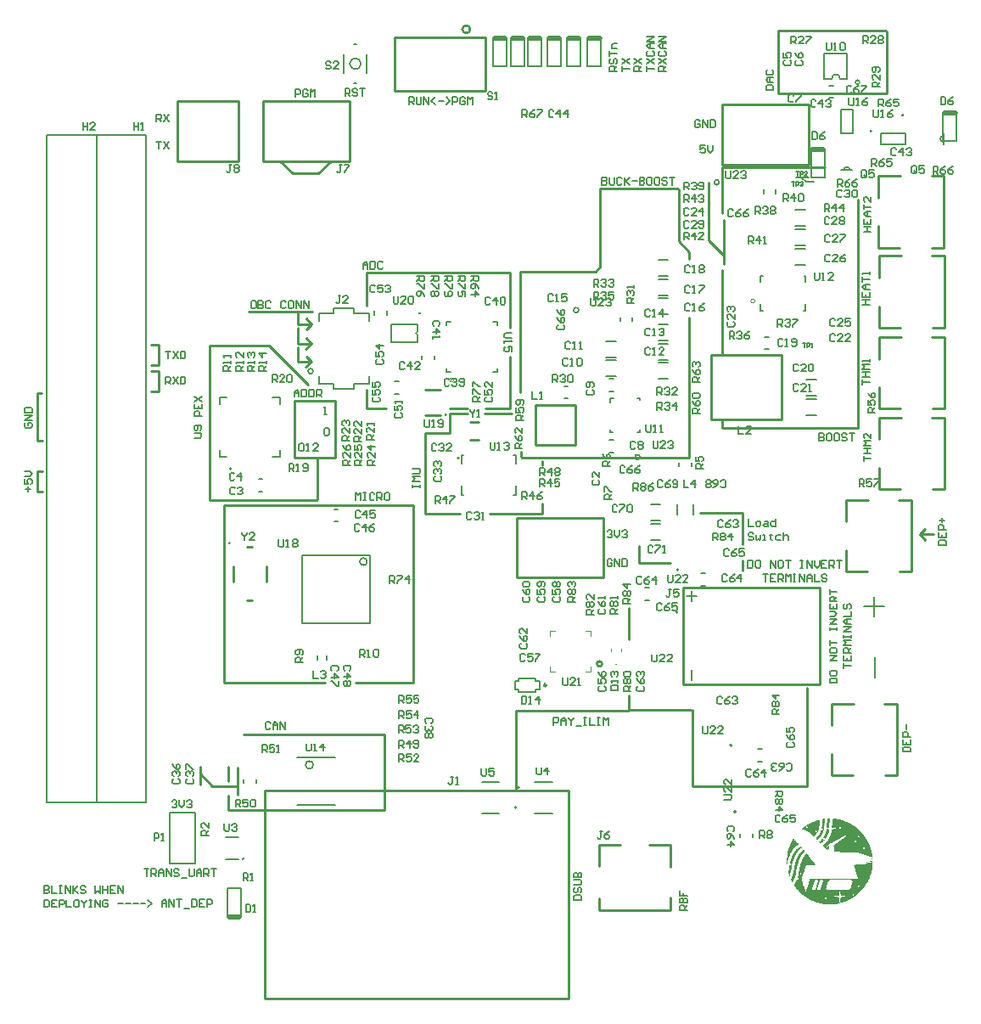
<source format=gto>
G04*
G04 #@! TF.GenerationSoftware,Altium Limited,Altium Designer,19.1.5 (86)*
G04*
G04 Layer_Color=65535*
%FSLAX44Y44*%
%MOMM*%
G71*
G01*
G75*
%ADD10C,0.2540*%
%ADD11C,0.2000*%
%ADD12C,0.0000*%
%ADD13C,0.1000*%
%ADD14C,0.1524*%
%ADD15C,0.2032*%
%ADD16C,0.1520*%
%ADD17C,0.1270*%
%ADD18C,0.1500*%
%ADD19C,0.5000*%
%ADD20C,0.1778*%
G36*
X814016Y108308D02*
X814264D01*
Y108060D01*
Y107812D01*
Y107564D01*
Y107316D01*
X814016D01*
Y107068D01*
Y106819D01*
Y106572D01*
Y106323D01*
Y106075D01*
X813768D01*
Y105827D01*
Y105579D01*
Y105331D01*
Y105083D01*
Y104835D01*
Y104587D01*
Y104339D01*
Y104091D01*
X813520D01*
Y103843D01*
Y103595D01*
Y103347D01*
Y103099D01*
Y102851D01*
Y102603D01*
Y102354D01*
Y102107D01*
Y101858D01*
Y101610D01*
Y101362D01*
Y101114D01*
Y100866D01*
Y100618D01*
Y100370D01*
Y100122D01*
Y99874D01*
X813272D01*
Y99626D01*
Y99378D01*
Y99130D01*
X812031D01*
Y98882D01*
X810791D01*
Y99130D01*
Y99378D01*
Y99626D01*
X811039D01*
Y99874D01*
Y100122D01*
Y100370D01*
Y100618D01*
Y100866D01*
Y101114D01*
Y101362D01*
Y101610D01*
Y101858D01*
Y102107D01*
Y102354D01*
Y102603D01*
Y102851D01*
Y103099D01*
Y103347D01*
Y103595D01*
Y103843D01*
X811287D01*
Y104091D01*
Y104339D01*
Y104587D01*
Y104835D01*
Y105083D01*
Y105331D01*
Y105579D01*
Y105827D01*
Y106075D01*
Y106323D01*
Y106572D01*
X811535D01*
Y106819D01*
Y107068D01*
Y107316D01*
Y107564D01*
Y107812D01*
Y108060D01*
X811783D01*
Y108308D01*
X812280D01*
Y108556D01*
X812528D01*
Y108308D01*
X812776D01*
Y108556D01*
X813024D01*
Y108308D01*
X813272D01*
Y108556D01*
X813520D01*
Y108308D01*
X813768D01*
Y108556D01*
X814016D01*
Y108308D01*
D02*
G37*
G36*
X819721Y108060D02*
X819969D01*
Y107812D01*
X820217D01*
Y108060D01*
X820465D01*
Y107812D01*
X821706D01*
Y107564D01*
X821954D01*
Y107812D01*
X822202D01*
Y107564D01*
X822450D01*
Y107316D01*
X822698D01*
Y107564D01*
X822946D01*
Y107316D01*
X824186D01*
Y107068D01*
X824434D01*
Y107316D01*
X824682D01*
Y107068D01*
X824930D01*
Y106819D01*
X825675D01*
Y106572D01*
X825923D01*
Y106819D01*
X826171D01*
Y106572D01*
X826419D01*
Y106323D01*
X826667D01*
Y106572D01*
X826915D01*
Y106323D01*
X827659D01*
Y106075D01*
X827907D01*
Y105827D01*
X828155D01*
Y106075D01*
X828403D01*
Y105827D01*
X829147D01*
Y105579D01*
X829395D01*
Y105331D01*
X830140D01*
Y105083D01*
X830388D01*
Y105331D01*
X830636D01*
Y105083D01*
X830884D01*
Y104835D01*
X831628D01*
Y104587D01*
X831876D01*
Y104339D01*
X832620D01*
Y104091D01*
X832868D01*
Y103843D01*
X833613D01*
Y103595D01*
X833860D01*
Y103347D01*
X834605D01*
Y103099D01*
X834853D01*
Y102851D01*
X835101D01*
Y102603D01*
X835349D01*
Y102354D01*
X836093D01*
Y102107D01*
X836341D01*
Y101858D01*
X837085D01*
Y101610D01*
X837333D01*
Y101362D01*
X837581D01*
Y101114D01*
X837829D01*
Y100866D01*
X838574D01*
Y100618D01*
X838822D01*
Y100370D01*
X839070D01*
Y100122D01*
X839318D01*
Y99874D01*
X839566D01*
Y99626D01*
X840062D01*
Y99378D01*
X840558D01*
Y99130D01*
X840806D01*
Y98882D01*
X841054D01*
Y98634D01*
X841302D01*
Y98386D01*
X841550D01*
Y98138D01*
X841798D01*
Y97889D01*
X842046D01*
Y97641D01*
X842294D01*
Y97393D01*
X842791D01*
Y97145D01*
Y96897D01*
X843287D01*
Y96649D01*
Y96401D01*
X843783D01*
Y96153D01*
Y95905D01*
X844279D01*
Y95657D01*
Y95409D01*
X844775D01*
Y95161D01*
Y94913D01*
X845271D01*
Y94665D01*
Y94417D01*
X845767D01*
Y94169D01*
Y93921D01*
X846015D01*
Y93673D01*
X846263D01*
Y93425D01*
X846511D01*
Y93176D01*
X846759D01*
Y92928D01*
X847008D01*
Y92680D01*
X847256D01*
Y92432D01*
X847504D01*
Y92184D01*
X847752D01*
Y91936D01*
X848000D01*
Y91688D01*
X847752D01*
Y91440D01*
X848000D01*
Y91192D01*
X848248D01*
Y90944D01*
X848496D01*
Y90696D01*
X848744D01*
Y90448D01*
X848992D01*
Y90200D01*
Y89952D01*
X849240D01*
Y89704D01*
Y89455D01*
X849488D01*
Y89207D01*
X849736D01*
Y88959D01*
X849984D01*
Y88711D01*
Y88463D01*
X850232D01*
Y88215D01*
Y87967D01*
X850480D01*
Y87719D01*
X850728D01*
Y87471D01*
X850976D01*
Y87223D01*
X850728D01*
Y86975D01*
X850976D01*
Y86727D01*
X851225D01*
Y86479D01*
X851473D01*
Y86231D01*
Y85983D01*
Y85735D01*
X851721D01*
Y85487D01*
X851969D01*
Y85239D01*
Y84991D01*
X852217D01*
Y84742D01*
Y84494D01*
X852465D01*
Y84246D01*
Y83998D01*
Y83750D01*
X852713D01*
Y83502D01*
X852961D01*
Y83254D01*
Y83006D01*
Y82758D01*
X853209D01*
Y82510D01*
X853457D01*
Y82262D01*
X853209D01*
Y82014D01*
X853457D01*
Y81766D01*
X853705D01*
Y81518D01*
Y81270D01*
Y81022D01*
X853953D01*
Y80773D01*
Y80526D01*
Y80277D01*
X854201D01*
Y80029D01*
Y79781D01*
Y79533D01*
X854449D01*
Y79285D01*
Y79037D01*
Y78789D01*
X854697D01*
Y78541D01*
X854945D01*
Y78293D01*
X854697D01*
Y78045D01*
X854945D01*
Y77797D01*
Y77549D01*
Y77301D01*
X855193D01*
Y77053D01*
Y76805D01*
Y76557D01*
X855442D01*
Y76308D01*
Y76061D01*
Y75812D01*
Y75564D01*
Y75316D01*
X855689D01*
Y75068D01*
Y74820D01*
Y74572D01*
X855938D01*
Y74324D01*
X855689D01*
Y74076D01*
X855938D01*
Y73828D01*
Y73580D01*
Y73332D01*
Y73084D01*
Y72836D01*
X856186D01*
Y72588D01*
Y72340D01*
Y72091D01*
X856434D01*
Y71844D01*
X856186D01*
Y71596D01*
X856434D01*
Y71347D01*
X856186D01*
Y71099D01*
X856434D01*
Y70851D01*
X856186D01*
Y70603D01*
X856434D01*
Y70355D01*
Y70107D01*
Y69859D01*
X855193D01*
Y70107D01*
X854449D01*
Y70355D01*
X853705D01*
Y70603D01*
X852961D01*
Y70851D01*
X852217D01*
Y71099D01*
X851473D01*
Y71347D01*
X850480D01*
Y71596D01*
X849736D01*
Y71844D01*
X848992D01*
Y72091D01*
X848248D01*
Y72340D01*
X847504D01*
Y72588D01*
X846759D01*
Y72836D01*
X846015D01*
Y73084D01*
X845271D01*
Y73332D01*
X844527D01*
Y73580D01*
X844031D01*
Y73828D01*
X843287D01*
Y74076D01*
X842542D01*
Y74324D01*
X841302D01*
Y74572D01*
X833364D01*
Y74820D01*
X824186D01*
Y75068D01*
X817737D01*
Y75316D01*
X817985D01*
Y75564D01*
X818233D01*
Y75812D01*
Y76061D01*
X818481D01*
Y76308D01*
Y76557D01*
Y76805D01*
Y77053D01*
Y77301D01*
X818233D01*
Y77549D01*
Y77797D01*
Y78045D01*
Y78293D01*
Y78541D01*
Y78789D01*
Y79037D01*
X817985D01*
Y79285D01*
Y79533D01*
Y79781D01*
Y80029D01*
Y80277D01*
X817737D01*
Y80526D01*
Y80773D01*
Y81022D01*
Y81270D01*
X817985D01*
Y81518D01*
Y81766D01*
X818233D01*
Y82014D01*
X818729D01*
Y82262D01*
X818977D01*
Y82510D01*
X819225D01*
Y82758D01*
X819473D01*
Y83006D01*
X819969D01*
Y83254D01*
X820217D01*
Y83502D01*
X820465D01*
Y83750D01*
X820962D01*
Y83998D01*
X821210D01*
Y84246D01*
X821458D01*
Y84494D01*
X821954D01*
Y84742D01*
X822202D01*
Y84991D01*
X822450D01*
Y85239D01*
X822946D01*
Y85487D01*
X823194D01*
Y85735D01*
X823442D01*
Y85983D01*
X823938D01*
Y86231D01*
X824186D01*
Y86479D01*
X824434D01*
Y86727D01*
X824930D01*
Y86975D01*
X825179D01*
Y87223D01*
X825426D01*
Y87471D01*
X825923D01*
Y87719D01*
X826171D01*
Y87967D01*
X826419D01*
Y88215D01*
X826915D01*
Y88463D01*
X827163D01*
Y88711D01*
X827411D01*
Y88959D01*
X827907D01*
Y89207D01*
X828155D01*
Y89455D01*
X828403D01*
Y89704D01*
X828899D01*
Y89952D01*
X829147D01*
Y90200D01*
X829395D01*
Y90448D01*
X829643D01*
Y90696D01*
X829892D01*
Y90944D01*
Y91192D01*
X830140D01*
Y91440D01*
X830388D01*
Y91688D01*
X829643D01*
Y91440D01*
X829147D01*
Y91192D01*
X828651D01*
Y90944D01*
X828155D01*
Y90696D01*
X827907D01*
Y90448D01*
X827411D01*
Y90200D01*
X826915D01*
Y89952D01*
X826419D01*
Y89704D01*
X825923D01*
Y89455D01*
X825426D01*
Y89207D01*
X824930D01*
Y88959D01*
X824434D01*
Y88711D01*
X824186D01*
Y88463D01*
X823690D01*
Y88215D01*
X823194D01*
Y87967D01*
X822698D01*
Y87719D01*
X822202D01*
Y87471D01*
X821706D01*
Y87223D01*
X821210D01*
Y86975D01*
X820714D01*
Y86727D01*
X820465D01*
Y86479D01*
X819969D01*
Y86231D01*
X819473D01*
Y85983D01*
X818977D01*
Y85735D01*
X818481D01*
Y85487D01*
X817985D01*
Y85239D01*
X817489D01*
Y84991D01*
X816993D01*
Y84742D01*
X816745D01*
Y84494D01*
X816248D01*
Y84246D01*
X815752D01*
Y83998D01*
X815256D01*
Y83750D01*
X814760D01*
Y83502D01*
X814264D01*
Y83254D01*
X813768D01*
Y83006D01*
X813520D01*
Y82758D01*
X813272D01*
Y82510D01*
X813024D01*
Y82262D01*
X812776D01*
Y82014D01*
X812528D01*
Y81766D01*
X812280D01*
Y81518D01*
X812031D01*
Y81270D01*
X811535D01*
Y81022D01*
X811287D01*
Y80773D01*
X811039D01*
Y80526D01*
X810791D01*
Y80277D01*
X810295D01*
Y80029D01*
Y79781D01*
X810791D01*
Y80029D01*
X811287D01*
Y80277D01*
X811535D01*
Y80526D01*
X812031D01*
Y80773D01*
X812528D01*
Y81022D01*
X812776D01*
Y81270D01*
X813272D01*
Y81022D01*
Y80773D01*
Y80526D01*
Y80277D01*
Y80029D01*
Y79781D01*
Y79533D01*
Y79285D01*
Y79037D01*
Y78789D01*
Y78541D01*
X813024D01*
Y78293D01*
Y78045D01*
Y77797D01*
X812528D01*
Y77549D01*
X812031D01*
Y77301D01*
X811287D01*
Y77549D01*
X810543D01*
Y77797D01*
X810295D01*
Y78045D01*
X810047D01*
Y78293D01*
X809799D01*
Y78541D01*
X809551D01*
Y78789D01*
X809303D01*
Y79037D01*
Y79285D01*
X809055D01*
Y79533D01*
X808807D01*
Y79781D01*
X808559D01*
Y80029D01*
X808311D01*
Y80277D01*
X808063D01*
Y80526D01*
X807814D01*
Y80773D01*
X807567D01*
Y81022D01*
X807318D01*
Y81270D01*
X807070D01*
Y81518D01*
X806822D01*
Y81766D01*
X807070D01*
Y82014D01*
X807318D01*
Y82262D01*
X807567D01*
Y82510D01*
X808063D01*
Y82758D01*
X808311D01*
Y83006D01*
X808559D01*
Y83254D01*
X808807D01*
Y83502D01*
X809055D01*
Y83750D01*
X809303D01*
Y83998D01*
X809551D01*
Y84246D01*
X809799D01*
Y84494D01*
X810047D01*
Y84742D01*
X810295D01*
Y84991D01*
X810543D01*
Y85239D01*
X810791D01*
Y85487D01*
X811039D01*
Y85735D01*
X811287D01*
Y85983D01*
X811535D01*
Y86231D01*
Y86479D01*
X811783D01*
Y86727D01*
X812031D01*
Y86975D01*
X812280D01*
Y87223D01*
Y87471D01*
X812528D01*
Y87719D01*
X812776D01*
Y87967D01*
Y88215D01*
X813024D01*
Y88463D01*
Y88711D01*
X813272D01*
Y88959D01*
Y89207D01*
X813520D01*
Y89455D01*
Y89704D01*
X813768D01*
Y89952D01*
X814016D01*
Y90200D01*
Y90448D01*
Y90696D01*
X814264D01*
Y90944D01*
Y91192D01*
X814512D01*
Y91440D01*
Y91688D01*
Y91936D01*
X814760D01*
Y92184D01*
Y92432D01*
Y92680D01*
X815008D01*
Y92432D01*
X815256D01*
Y92680D01*
Y92928D01*
Y93176D01*
Y93425D01*
Y93673D01*
Y93921D01*
Y94169D01*
X815504D01*
Y94417D01*
Y94665D01*
Y94913D01*
Y95161D01*
Y95409D01*
Y95657D01*
X815752D01*
Y95905D01*
Y96153D01*
Y96401D01*
Y96649D01*
Y96897D01*
Y97145D01*
Y97393D01*
Y97641D01*
X817489D01*
Y97889D01*
X819225D01*
Y98138D01*
X820962D01*
Y98386D01*
Y98634D01*
X819721D01*
Y98882D01*
X817985D01*
Y99130D01*
X816248D01*
Y99378D01*
X816000D01*
Y99626D01*
Y99874D01*
Y100122D01*
Y100370D01*
Y100618D01*
Y100866D01*
Y101114D01*
Y101362D01*
Y101610D01*
Y101858D01*
X816248D01*
Y102107D01*
Y102354D01*
Y102603D01*
Y102851D01*
Y103099D01*
Y103347D01*
Y103595D01*
Y103843D01*
Y104091D01*
Y104339D01*
Y104587D01*
X816497D01*
Y104835D01*
Y105083D01*
Y105331D01*
Y105579D01*
Y105827D01*
Y106075D01*
Y106323D01*
X816745D01*
Y106572D01*
Y106819D01*
Y107068D01*
Y107316D01*
X816993D01*
Y107564D01*
Y107812D01*
Y108060D01*
Y108308D01*
X818233D01*
Y108060D01*
X818481D01*
Y108308D01*
X818729D01*
Y108060D01*
X818977D01*
Y108308D01*
X819225D01*
Y108060D01*
X819473D01*
Y108308D01*
X819721D01*
Y108060D01*
D02*
G37*
G36*
X808807D02*
Y107812D01*
Y107564D01*
Y107316D01*
Y107068D01*
Y106819D01*
Y106572D01*
Y106323D01*
X808559D01*
Y106075D01*
Y105827D01*
Y105579D01*
Y105331D01*
Y105083D01*
Y104835D01*
Y104587D01*
Y104339D01*
Y104091D01*
Y103843D01*
Y103595D01*
X808063D01*
Y103347D01*
X807814D01*
Y103099D01*
Y102851D01*
Y102603D01*
Y102354D01*
X808063D01*
Y102107D01*
X808559D01*
Y101858D01*
X808311D01*
Y101610D01*
Y101362D01*
Y101114D01*
Y100866D01*
Y100618D01*
Y100370D01*
Y100122D01*
Y99874D01*
Y99626D01*
Y99378D01*
X808063D01*
Y99130D01*
Y98882D01*
Y98634D01*
Y98386D01*
Y98138D01*
Y97889D01*
Y97641D01*
X807814D01*
Y97393D01*
Y97145D01*
Y96897D01*
Y96649D01*
X807567D01*
Y96401D01*
Y96153D01*
Y95905D01*
Y95657D01*
X807318D01*
Y95409D01*
Y95161D01*
Y94913D01*
X807070D01*
Y94665D01*
Y94417D01*
X806822D01*
Y94169D01*
Y93921D01*
Y93673D01*
X806574D01*
Y93425D01*
Y93176D01*
X806326D01*
Y92928D01*
Y92680D01*
X806078D01*
Y92432D01*
Y92184D01*
X805830D01*
Y91936D01*
Y91688D01*
X805582D01*
Y91440D01*
X805334D01*
Y91192D01*
Y90944D01*
X805086D01*
Y90696D01*
X804838D01*
Y90448D01*
Y90200D01*
X804590D01*
Y89952D01*
X804342D01*
Y89704D01*
X804094D01*
Y89455D01*
Y89207D01*
X803846D01*
Y88959D01*
X803598D01*
Y88711D01*
X803350D01*
Y88463D01*
X803101D01*
Y88215D01*
X802853D01*
Y87967D01*
X802605D01*
Y87719D01*
X802357D01*
Y87471D01*
X802109D01*
Y87223D01*
X801613D01*
Y86975D01*
X801365D01*
Y87223D01*
X801117D01*
Y87471D01*
X800869D01*
Y87719D01*
X800621D01*
Y87967D01*
X800373D01*
Y88215D01*
X800125D01*
Y88463D01*
Y88711D01*
X800373D01*
Y88959D01*
X800621D01*
Y89207D01*
X800869D01*
Y89455D01*
X801117D01*
Y89704D01*
X801365D01*
Y89952D01*
X801613D01*
Y90200D01*
X801861D01*
Y90448D01*
Y90696D01*
X802109D01*
Y90944D01*
X802357D01*
Y91192D01*
X802605D01*
Y91440D01*
Y91688D01*
X802853D01*
Y91936D01*
X803101D01*
Y92184D01*
Y92432D01*
X803350D01*
Y92680D01*
X803598D01*
Y92928D01*
Y93176D01*
X803846D01*
Y93425D01*
Y93673D01*
X804094D01*
Y93921D01*
Y94169D01*
X804342D01*
Y94417D01*
Y94665D01*
X804590D01*
Y94913D01*
Y95161D01*
Y95409D01*
X804838D01*
Y95657D01*
Y95905D01*
X805086D01*
Y96153D01*
Y96401D01*
Y96649D01*
X805334D01*
Y96897D01*
Y97145D01*
X805582D01*
Y96897D01*
X806326D01*
Y97145D01*
X806822D01*
Y97393D01*
Y97641D01*
Y97889D01*
Y98138D01*
Y98386D01*
X806326D01*
Y98634D01*
X805830D01*
Y98882D01*
Y99130D01*
Y99378D01*
Y99626D01*
X806078D01*
Y99874D01*
Y100122D01*
Y100370D01*
Y100618D01*
Y100866D01*
Y101114D01*
X806326D01*
Y101362D01*
Y101610D01*
Y101858D01*
Y102107D01*
Y102354D01*
Y102603D01*
Y102851D01*
Y103099D01*
Y103347D01*
Y103595D01*
Y103843D01*
X806574D01*
Y104091D01*
Y104339D01*
Y104587D01*
Y104835D01*
Y105083D01*
Y105331D01*
Y105579D01*
Y105827D01*
Y106075D01*
Y106323D01*
Y106572D01*
Y106819D01*
Y107068D01*
Y107316D01*
Y107564D01*
X806822D01*
Y107812D01*
Y108060D01*
X807070D01*
Y107812D01*
X807318D01*
Y108060D01*
X808559D01*
Y108308D01*
X808807D01*
Y108060D01*
D02*
G37*
G36*
X803846Y107068D02*
Y106819D01*
Y106572D01*
Y106323D01*
Y106075D01*
Y105827D01*
Y105579D01*
Y105331D01*
Y105083D01*
Y104835D01*
Y104587D01*
Y104339D01*
Y104091D01*
Y103843D01*
Y103595D01*
Y103347D01*
Y103099D01*
Y102851D01*
X803598D01*
Y102603D01*
Y102354D01*
Y102107D01*
Y101858D01*
Y101610D01*
Y101362D01*
Y101114D01*
Y100866D01*
X803350D01*
Y100618D01*
Y100370D01*
Y100122D01*
Y99874D01*
Y99626D01*
Y99378D01*
X803101D01*
Y99130D01*
Y98882D01*
Y98634D01*
Y98386D01*
X802853D01*
Y98138D01*
Y97889D01*
Y97641D01*
X802605D01*
Y97393D01*
Y97145D01*
Y96897D01*
X802357D01*
Y96649D01*
Y96401D01*
X802109D01*
Y96153D01*
Y95905D01*
Y95657D01*
X801861D01*
Y95409D01*
Y95161D01*
X801613D01*
Y94913D01*
Y94665D01*
X801365D01*
Y94417D01*
Y94169D01*
X801117D01*
Y93921D01*
Y93673D01*
X800869D01*
Y93425D01*
X800621D01*
Y93176D01*
Y92928D01*
X800373D01*
Y92680D01*
X800125D01*
Y92432D01*
X799877D01*
Y92184D01*
Y91936D01*
X799629D01*
Y91688D01*
X799381D01*
Y91440D01*
X799133D01*
Y91192D01*
X798885D01*
Y90944D01*
X798636D01*
Y90696D01*
X798388D01*
Y90448D01*
X797892D01*
Y90696D01*
X797644D01*
Y90944D01*
X797396D01*
Y91192D01*
X797148D01*
Y91440D01*
X796900D01*
Y91688D01*
X796652D01*
Y91936D01*
X796404D01*
Y92184D01*
X796156D01*
Y92432D01*
X795908D01*
Y92680D01*
X795660D01*
Y92928D01*
X795412D01*
Y93176D01*
X795164D01*
Y93425D01*
X794916D01*
Y93673D01*
X794668D01*
Y93921D01*
X794419D01*
Y94169D01*
X793923D01*
Y94417D01*
X793675D01*
Y94665D01*
X793179D01*
Y94913D01*
X792683D01*
Y95161D01*
X792187D01*
Y95409D01*
X791443D01*
Y95657D01*
X790947D01*
Y95905D01*
X790451D01*
Y96153D01*
X789954D01*
Y96401D01*
X789458D01*
Y96649D01*
X788714D01*
Y96897D01*
X788218D01*
Y97145D01*
X787722D01*
Y97393D01*
X786978D01*
Y97641D01*
X786482D01*
Y97889D01*
X785985D01*
Y98138D01*
X786234D01*
Y98386D01*
X786482D01*
Y98634D01*
X786730D01*
Y98882D01*
X786978D01*
Y99130D01*
X787226D01*
Y99378D01*
X787474D01*
Y99626D01*
X787722D01*
Y99874D01*
X788466D01*
Y100122D01*
X788714D01*
Y100370D01*
X788962D01*
Y100618D01*
X789210D01*
Y100866D01*
X789706D01*
Y101114D01*
X789954D01*
Y101362D01*
X790451D01*
Y101610D01*
X790699D01*
Y101858D01*
X791443D01*
Y102107D01*
X791691D01*
Y102354D01*
X791939D01*
Y102603D01*
X792187D01*
Y102851D01*
X792931D01*
Y103099D01*
X793179D01*
Y103347D01*
X793923D01*
Y103595D01*
X794171D01*
Y103843D01*
X794916D01*
Y104091D01*
X795164D01*
Y104339D01*
X795908D01*
Y104587D01*
X796156D01*
Y104835D01*
X796900D01*
Y105083D01*
X797148D01*
Y105331D01*
X797396D01*
Y105083D01*
X797644D01*
Y105331D01*
X798388D01*
Y105579D01*
X798636D01*
Y105827D01*
X799381D01*
Y106075D01*
X799629D01*
Y106323D01*
X799877D01*
Y106075D01*
X800125D01*
Y106323D01*
X800869D01*
Y106572D01*
X801613D01*
Y106819D01*
X802853D01*
Y107068D01*
X803101D01*
Y107316D01*
X803350D01*
Y107068D01*
X803598D01*
Y107316D01*
X803846D01*
Y107068D01*
D02*
G37*
G36*
X778544Y89704D02*
X778792D01*
Y89455D01*
Y89207D01*
X779040D01*
Y88959D01*
X779288D01*
Y88711D01*
Y88463D01*
X779040D01*
Y88711D01*
X778296D01*
Y88959D01*
X778048D01*
Y89207D01*
X778296D01*
Y89455D01*
Y89704D01*
Y89952D01*
X778544D01*
Y89704D01*
D02*
G37*
G36*
X812528Y97641D02*
X813272D01*
Y97393D01*
Y97145D01*
X813024D01*
Y96897D01*
Y96649D01*
Y96401D01*
Y96153D01*
Y95905D01*
Y95657D01*
X812776D01*
Y95409D01*
Y95161D01*
Y94913D01*
Y94665D01*
Y94417D01*
X812528D01*
Y94169D01*
Y93921D01*
Y93673D01*
X812280D01*
Y93425D01*
Y93176D01*
Y92928D01*
X812031D01*
Y92680D01*
Y92432D01*
Y92184D01*
X811783D01*
Y91936D01*
Y91688D01*
X811535D01*
Y91440D01*
Y91192D01*
Y90944D01*
X811287D01*
Y90696D01*
Y90448D01*
X811039D01*
Y90200D01*
Y89952D01*
X810791D01*
Y89704D01*
X810543D01*
Y89455D01*
Y89207D01*
X810295D01*
Y88959D01*
Y88711D01*
X810047D01*
Y88463D01*
X809799D01*
Y88215D01*
X809551D01*
Y87967D01*
Y87719D01*
X809303D01*
Y87471D01*
X809055D01*
Y87223D01*
X808807D01*
Y86975D01*
X808559D01*
Y86727D01*
X808311D01*
Y86479D01*
X808063D01*
Y86231D01*
Y85983D01*
X807567D01*
Y85735D01*
X807318D01*
Y85487D01*
X807070D01*
Y85239D01*
X806822D01*
Y84991D01*
X806574D01*
Y84742D01*
X806326D01*
Y84494D01*
X805830D01*
Y84246D01*
X805582D01*
Y83998D01*
X805086D01*
Y83750D01*
X804590D01*
Y83998D01*
X804342D01*
Y84246D01*
X804094D01*
Y84494D01*
X803846D01*
Y84742D01*
X803598D01*
Y84991D01*
X803350D01*
Y85239D01*
X803598D01*
Y85487D01*
X804094D01*
Y85735D01*
X804342D01*
Y85983D01*
X804590D01*
Y86231D01*
X804838D01*
Y86479D01*
X805086D01*
Y86727D01*
X805334D01*
Y86975D01*
X805582D01*
Y87223D01*
X805830D01*
Y87471D01*
Y87719D01*
X806078D01*
Y87967D01*
X806326D01*
Y88215D01*
X806574D01*
Y88463D01*
X806822D01*
Y88711D01*
Y88959D01*
X807070D01*
Y89207D01*
X807318D01*
Y89455D01*
X807567D01*
Y89704D01*
Y89952D01*
X807814D01*
Y90200D01*
Y90448D01*
X808063D01*
Y90696D01*
X808311D01*
Y90944D01*
Y91192D01*
X808559D01*
Y91440D01*
Y91688D01*
X808807D01*
Y91936D01*
Y92184D01*
X809055D01*
Y92432D01*
Y92680D01*
X809303D01*
Y92928D01*
Y93176D01*
Y93425D01*
X809551D01*
Y93673D01*
Y93921D01*
Y94169D01*
X809799D01*
Y94417D01*
Y94665D01*
Y94913D01*
X810047D01*
Y95161D01*
Y95409D01*
Y95657D01*
X810295D01*
Y95905D01*
Y96153D01*
Y96401D01*
Y96649D01*
X810543D01*
Y96897D01*
Y97145D01*
Y97393D01*
Y97641D01*
Y97889D01*
X812528D01*
Y97641D01*
D02*
G37*
G36*
X856682Y68371D02*
Y68123D01*
Y67875D01*
Y67627D01*
Y67378D01*
X856186D01*
Y67627D01*
X855442D01*
Y67875D01*
X854449D01*
Y68123D01*
X855193D01*
Y68371D01*
X856434D01*
Y68619D01*
X856682D01*
Y68371D01*
D02*
G37*
G36*
X777800Y87719D02*
X778048D01*
Y87471D01*
X778296D01*
Y87223D01*
X778544D01*
Y86975D01*
X778792D01*
Y86727D01*
X779040D01*
Y86479D01*
X779288D01*
Y86231D01*
X779536D01*
Y85983D01*
X779784D01*
Y85735D01*
X780032D01*
Y85487D01*
X780280D01*
Y85239D01*
X780528D01*
Y84991D01*
X780776D01*
Y84742D01*
X781024D01*
Y84494D01*
X781272D01*
Y84246D01*
X781520D01*
Y83998D01*
X781768D01*
Y83750D01*
X782017D01*
Y83502D01*
X782265D01*
Y83254D01*
X782513D01*
Y83006D01*
X782761D01*
Y82758D01*
X783009D01*
Y82510D01*
X782513D01*
Y82262D01*
X782265D01*
Y82014D01*
X781768D01*
Y81766D01*
X781520D01*
Y81518D01*
X781024D01*
Y81270D01*
X780776D01*
Y81022D01*
X780528D01*
Y80773D01*
X780280D01*
Y80526D01*
X779784D01*
Y80277D01*
X779536D01*
Y80029D01*
X779288D01*
Y79781D01*
X779040D01*
Y79533D01*
X778792D01*
Y79285D01*
X778544D01*
Y79037D01*
X778296D01*
Y78789D01*
X778048D01*
Y78541D01*
X777800D01*
Y78293D01*
Y78045D01*
X777552D01*
Y77797D01*
X777303D01*
Y77549D01*
X777056D01*
Y77301D01*
Y77053D01*
X776807D01*
Y76805D01*
X776559D01*
Y76557D01*
X776311D01*
Y76308D01*
Y76061D01*
X776063D01*
Y75812D01*
X775815D01*
Y75564D01*
Y75316D01*
X775567D01*
Y75068D01*
Y74820D01*
X775319D01*
Y74572D01*
Y74324D01*
X775071D01*
Y74076D01*
X774823D01*
Y73828D01*
Y73580D01*
X774575D01*
Y73332D01*
Y73084D01*
X774327D01*
Y72836D01*
Y72588D01*
X774079D01*
Y72340D01*
Y72091D01*
Y71844D01*
X773831D01*
Y71596D01*
Y71347D01*
X773583D01*
Y71099D01*
Y70851D01*
Y70603D01*
X773335D01*
Y70355D01*
Y70107D01*
X773087D01*
Y69859D01*
Y69611D01*
Y69363D01*
X772839D01*
Y69115D01*
Y68867D01*
Y68619D01*
X772590D01*
Y68371D01*
Y68123D01*
Y67875D01*
X772342D01*
Y67627D01*
Y67378D01*
Y67130D01*
Y66882D01*
X772094D01*
Y66634D01*
Y66386D01*
Y66138D01*
Y65890D01*
X771846D01*
Y65642D01*
Y65394D01*
Y65146D01*
Y64898D01*
X771598D01*
Y64650D01*
Y64402D01*
Y64154D01*
Y63906D01*
X771350D01*
Y63658D01*
Y63410D01*
Y63162D01*
Y62913D01*
Y62665D01*
X771102D01*
Y62913D01*
Y63162D01*
Y63410D01*
X770854D01*
Y63658D01*
X771102D01*
Y63906D01*
X770854D01*
Y64154D01*
X771102D01*
Y64402D01*
X770854D01*
Y64650D01*
X771102D01*
Y64898D01*
X770854D01*
Y65146D01*
X771102D01*
Y65394D01*
X770854D01*
Y65642D01*
X771102D01*
Y65890D01*
X770854D01*
Y66138D01*
X771102D01*
Y66386D01*
X770854D01*
Y66634D01*
X771102D01*
Y66882D01*
X770854D01*
Y67130D01*
X771102D01*
Y67378D01*
X770854D01*
Y67627D01*
X771102D01*
Y67875D01*
Y68123D01*
Y68371D01*
X770854D01*
Y68619D01*
X771102D01*
Y68867D01*
Y69115D01*
Y69363D01*
Y69611D01*
Y69859D01*
X771350D01*
Y70107D01*
X771102D01*
Y70355D01*
X771350D01*
Y70603D01*
Y70851D01*
Y71099D01*
X771598D01*
Y71347D01*
X771350D01*
Y71596D01*
X771598D01*
Y71844D01*
X771350D01*
Y72091D01*
X771598D01*
Y72340D01*
X771350D01*
Y72588D01*
X771598D01*
Y72836D01*
Y73084D01*
Y73332D01*
X771846D01*
Y73580D01*
Y73828D01*
Y74076D01*
Y74324D01*
Y74572D01*
X772094D01*
Y74820D01*
X771846D01*
Y75068D01*
X772094D01*
Y75316D01*
Y75564D01*
Y75812D01*
X772342D01*
Y76061D01*
Y76308D01*
Y76557D01*
X772590D01*
Y76805D01*
X772342D01*
Y77053D01*
X772590D01*
Y77301D01*
Y77549D01*
Y77797D01*
X772839D01*
Y78045D01*
Y78293D01*
Y78541D01*
X773087D01*
Y78789D01*
Y79037D01*
Y79285D01*
X773335D01*
Y79533D01*
Y79781D01*
Y80029D01*
X773583D01*
Y80277D01*
Y80526D01*
Y80773D01*
X773831D01*
Y81022D01*
X774079D01*
Y81270D01*
X773831D01*
Y81518D01*
X774079D01*
Y81766D01*
X774327D01*
Y82014D01*
Y82262D01*
Y82510D01*
X774575D01*
Y82758D01*
Y83006D01*
X774823D01*
Y83254D01*
Y83502D01*
X775071D01*
Y83750D01*
Y83998D01*
Y84246D01*
X775319D01*
Y84494D01*
X775567D01*
Y84742D01*
Y84991D01*
Y85239D01*
X775815D01*
Y85487D01*
X776063D01*
Y85735D01*
Y85983D01*
Y86231D01*
X776311D01*
Y86479D01*
X776559D01*
Y86727D01*
Y86975D01*
X776807D01*
Y87223D01*
Y87471D01*
X777056D01*
Y87719D01*
X777303D01*
Y87967D01*
X777800D01*
Y87719D01*
D02*
G37*
G36*
X785241Y80277D02*
X785489D01*
Y80029D01*
X785738D01*
Y79781D01*
X785985D01*
Y79533D01*
Y79285D01*
X785738D01*
Y79037D01*
X785241D01*
Y78789D01*
X784993D01*
Y78541D01*
X784745D01*
Y78293D01*
X784497D01*
Y78045D01*
X784249D01*
Y77797D01*
X784001D01*
Y77549D01*
X783753D01*
Y77301D01*
X783505D01*
Y77053D01*
X783257D01*
Y76805D01*
X783009D01*
Y76557D01*
X782761D01*
Y76308D01*
X782513D01*
Y76061D01*
X782265D01*
Y75812D01*
X782017D01*
Y75564D01*
Y75316D01*
X781768D01*
Y75068D01*
X781520D01*
Y74820D01*
X781272D01*
Y74572D01*
Y74324D01*
X781024D01*
Y74076D01*
X780776D01*
Y73828D01*
Y73580D01*
X780528D01*
Y73332D01*
X780280D01*
Y73084D01*
Y72836D01*
X780032D01*
Y72588D01*
Y72340D01*
X779784D01*
Y72091D01*
X779536D01*
Y71844D01*
Y71596D01*
X779288D01*
Y71347D01*
Y71099D01*
X779040D01*
Y70851D01*
Y70603D01*
Y70355D01*
X778792D01*
Y70107D01*
Y69859D01*
X778544D01*
Y69611D01*
Y69363D01*
X778296D01*
Y69115D01*
Y68867D01*
Y68619D01*
X778048D01*
Y68371D01*
Y68123D01*
X777800D01*
Y67875D01*
Y67627D01*
Y67378D01*
X777552D01*
Y67130D01*
Y66882D01*
Y66634D01*
X777303D01*
Y66386D01*
Y66138D01*
Y65890D01*
X777056D01*
Y65642D01*
Y65394D01*
Y65146D01*
Y64898D01*
X776807D01*
Y64650D01*
Y64402D01*
Y64154D01*
X776559D01*
Y63906D01*
Y63658D01*
Y63410D01*
Y63162D01*
X776311D01*
Y62913D01*
Y62665D01*
Y62417D01*
Y62169D01*
Y61921D01*
X776063D01*
Y61673D01*
Y61425D01*
Y61177D01*
Y60929D01*
Y60681D01*
X775815D01*
Y60433D01*
Y60185D01*
Y59937D01*
Y59689D01*
Y59441D01*
X775567D01*
Y59193D01*
Y58945D01*
Y58696D01*
Y58448D01*
Y58200D01*
Y57952D01*
X775319D01*
Y57704D01*
Y57456D01*
Y57208D01*
Y56960D01*
Y56712D01*
Y56464D01*
Y56216D01*
X775071D01*
Y55968D01*
Y55720D01*
Y55472D01*
Y55224D01*
Y54976D01*
X774823D01*
Y54728D01*
Y54479D01*
Y54231D01*
Y53983D01*
X774575D01*
Y53735D01*
Y53487D01*
Y53239D01*
Y52991D01*
X774327D01*
Y52743D01*
Y52495D01*
Y52247D01*
X774079D01*
Y51999D01*
Y51751D01*
Y51503D01*
X773831D01*
Y51255D01*
Y51007D01*
X773335D01*
Y51255D01*
X773583D01*
Y51503D01*
X773335D01*
Y51751D01*
Y51999D01*
Y52247D01*
X773087D01*
Y52495D01*
X772839D01*
Y52743D01*
X773087D01*
Y52991D01*
X772839D01*
Y53239D01*
Y53487D01*
Y53735D01*
X772590D01*
Y53983D01*
X772342D01*
Y54231D01*
X772590D01*
Y54479D01*
X772342D01*
Y54728D01*
Y54976D01*
X772590D01*
Y55224D01*
Y55472D01*
Y55720D01*
X772839D01*
Y55968D01*
Y56216D01*
Y56464D01*
Y56712D01*
X773087D01*
Y56960D01*
Y57208D01*
Y57456D01*
Y57704D01*
Y57952D01*
Y58200D01*
X773335D01*
Y58448D01*
Y58696D01*
Y58945D01*
Y59193D01*
Y59441D01*
Y59689D01*
X773583D01*
Y59937D01*
Y60185D01*
Y60433D01*
Y60681D01*
Y60929D01*
Y61177D01*
Y61425D01*
X773831D01*
Y61673D01*
Y61921D01*
Y62169D01*
Y62417D01*
X774079D01*
Y62169D01*
X774823D01*
Y62417D01*
X775071D01*
Y62665D01*
X775319D01*
Y62913D01*
Y63162D01*
Y63410D01*
X775071D01*
Y63658D01*
X774823D01*
Y63906D01*
X774327D01*
Y64154D01*
Y64402D01*
Y64650D01*
Y64898D01*
X774575D01*
Y65146D01*
Y65394D01*
Y65642D01*
Y65890D01*
X774823D01*
Y66138D01*
Y66386D01*
Y66634D01*
X775071D01*
Y66882D01*
Y67130D01*
Y67378D01*
Y67627D01*
X775319D01*
Y67875D01*
Y68123D01*
Y68371D01*
X775567D01*
Y68619D01*
Y68867D01*
Y69115D01*
X775815D01*
Y69363D01*
Y69611D01*
Y69859D01*
X776063D01*
Y70107D01*
Y70355D01*
X776311D01*
Y70603D01*
Y70851D01*
X776559D01*
Y71099D01*
Y71347D01*
Y71596D01*
X776807D01*
Y71844D01*
Y72091D01*
X777056D01*
Y72340D01*
Y72588D01*
X777303D01*
Y72836D01*
Y73084D01*
X777552D01*
Y73332D01*
Y73580D01*
X777800D01*
Y73828D01*
X778048D01*
Y74076D01*
Y74324D01*
X778296D01*
Y74572D01*
X778544D01*
Y74820D01*
Y75068D01*
X778792D01*
Y75316D01*
X779040D01*
Y75564D01*
Y75812D01*
X779288D01*
Y76061D01*
X779536D01*
Y76308D01*
X779784D01*
Y76557D01*
Y76805D01*
X780032D01*
Y77053D01*
X780280D01*
Y77301D01*
X780528D01*
Y77549D01*
X780776D01*
Y77797D01*
X781024D01*
Y78045D01*
X781272D01*
Y78293D01*
X781520D01*
Y78541D01*
X782017D01*
Y78789D01*
X782265D01*
Y79037D01*
X782513D01*
Y79285D01*
X782761D01*
Y79533D01*
X783257D01*
Y79781D01*
X783505D01*
Y80029D01*
X784001D01*
Y80277D01*
X784497D01*
Y80526D01*
X785241D01*
Y80277D01*
D02*
G37*
G36*
X790947Y73332D02*
Y73084D01*
X791195D01*
Y72836D01*
X791443D01*
Y72588D01*
X791691D01*
Y72340D01*
X791939D01*
Y72091D01*
Y71844D01*
X792187D01*
Y71596D01*
X792435D01*
Y71347D01*
X792683D01*
Y71099D01*
X792931D01*
Y70851D01*
Y70603D01*
X793179D01*
Y70355D01*
X793427D01*
Y70107D01*
X793675D01*
Y69859D01*
X793923D01*
Y69611D01*
Y69363D01*
X794171D01*
Y69115D01*
X794419D01*
Y68867D01*
X794668D01*
Y68619D01*
X794916D01*
Y68371D01*
Y68123D01*
X795164D01*
Y67875D01*
X795412D01*
Y67627D01*
X795660D01*
Y67378D01*
Y67130D01*
X795908D01*
Y66882D01*
X796156D01*
Y66634D01*
X796404D01*
Y66386D01*
X796652D01*
Y66138D01*
Y65890D01*
X796900D01*
Y65642D01*
X797148D01*
Y65394D01*
X797396D01*
Y65146D01*
X797644D01*
Y64898D01*
Y64650D01*
X797892D01*
Y64402D01*
X798140D01*
Y64154D01*
X798388D01*
Y63906D01*
X798636D01*
Y63658D01*
Y63410D01*
X798885D01*
Y63162D01*
X799133D01*
Y62913D01*
X799381D01*
Y62665D01*
X799629D01*
Y62417D01*
Y62169D01*
X799877D01*
Y61921D01*
X800125D01*
Y61673D01*
X800373D01*
Y61425D01*
X800621D01*
Y61177D01*
X800373D01*
Y61425D01*
X789954D01*
Y61177D01*
X789706D01*
Y60929D01*
Y60681D01*
Y60433D01*
X789458D01*
Y60185D01*
Y59937D01*
Y59689D01*
Y59441D01*
X789210D01*
Y59193D01*
Y58945D01*
Y58696D01*
X788962D01*
Y58448D01*
Y58200D01*
Y57952D01*
X788714D01*
Y57704D01*
Y57456D01*
Y57208D01*
X788466D01*
Y56960D01*
Y56712D01*
Y56464D01*
Y56216D01*
X788218D01*
Y55968D01*
Y55720D01*
Y55472D01*
X787970D01*
Y55224D01*
Y54976D01*
Y54728D01*
X787722D01*
Y54479D01*
Y54231D01*
Y53983D01*
X787474D01*
Y53735D01*
Y53487D01*
Y53239D01*
Y52991D01*
X787226D01*
Y52743D01*
Y52495D01*
Y52247D01*
X786978D01*
Y51999D01*
Y51751D01*
Y51503D01*
X786730D01*
Y51255D01*
Y51007D01*
Y50759D01*
X786482D01*
Y50511D01*
Y50262D01*
Y50015D01*
Y49766D01*
X786234D01*
Y49518D01*
Y49270D01*
Y49022D01*
X785985D01*
Y48774D01*
Y48526D01*
Y48278D01*
Y48030D01*
Y47782D01*
X786234D01*
Y47534D01*
Y47286D01*
Y47038D01*
X786482D01*
Y46790D01*
Y46542D01*
Y46294D01*
Y46046D01*
X786730D01*
Y45798D01*
Y45550D01*
Y45301D01*
X786978D01*
Y45053D01*
Y44805D01*
Y44557D01*
Y44309D01*
X786730D01*
Y44061D01*
Y43813D01*
Y43565D01*
Y43317D01*
Y43069D01*
X786978D01*
Y42821D01*
Y42573D01*
Y42325D01*
X787226D01*
Y42077D01*
Y41829D01*
Y41581D01*
Y41333D01*
X787474D01*
Y41084D01*
X788218D01*
Y40836D01*
Y40588D01*
X788466D01*
Y40340D01*
Y40092D01*
Y39844D01*
X788714D01*
Y39596D01*
Y39348D01*
Y39100D01*
Y38852D01*
X788962D01*
Y38604D01*
Y38356D01*
Y38108D01*
X789210D01*
Y37860D01*
Y37612D01*
Y37364D01*
X789458D01*
Y37115D01*
Y36867D01*
Y36619D01*
X789706D01*
Y36371D01*
Y36123D01*
Y35875D01*
Y35627D01*
X790202D01*
Y35875D01*
Y36123D01*
X790451D01*
Y36371D01*
Y36619D01*
Y36867D01*
Y37115D01*
X790699D01*
Y37364D01*
Y37612D01*
Y37860D01*
X790947D01*
Y38108D01*
Y38356D01*
Y38604D01*
X791195D01*
Y38852D01*
Y39100D01*
Y39348D01*
X791443D01*
Y39596D01*
Y39844D01*
Y40092D01*
X791691D01*
Y40340D01*
Y40588D01*
Y40836D01*
Y41084D01*
X791939D01*
Y41333D01*
Y41581D01*
Y41829D01*
X792187D01*
Y42077D01*
Y42325D01*
Y42573D01*
X792435D01*
Y42821D01*
Y43069D01*
Y43317D01*
X792683D01*
Y43565D01*
Y43813D01*
Y44061D01*
Y44309D01*
X792931D01*
Y44557D01*
Y44805D01*
Y45053D01*
X793179D01*
Y45301D01*
Y45550D01*
Y45798D01*
X793427D01*
Y46046D01*
Y46294D01*
Y46542D01*
X793675D01*
Y46790D01*
Y47038D01*
Y47286D01*
Y47534D01*
X793923D01*
Y47782D01*
Y48030D01*
Y48278D01*
X842046D01*
Y48526D01*
X841798D01*
Y48774D01*
Y49022D01*
Y49270D01*
X841550D01*
Y49518D01*
Y49766D01*
Y50015D01*
Y50262D01*
X841302D01*
Y50511D01*
Y50759D01*
Y51007D01*
X841054D01*
Y51255D01*
Y51503D01*
Y51751D01*
X840806D01*
Y51999D01*
Y52247D01*
Y52495D01*
X840558D01*
Y52743D01*
Y52991D01*
Y53239D01*
Y53487D01*
X840310D01*
Y53735D01*
Y53983D01*
Y54231D01*
X840062D01*
Y54479D01*
Y54728D01*
Y54976D01*
X839814D01*
Y55224D01*
Y55472D01*
Y55720D01*
X839566D01*
Y55968D01*
Y56216D01*
Y56464D01*
Y56712D01*
X839318D01*
Y56960D01*
Y57208D01*
Y57456D01*
X839070D01*
Y57704D01*
Y57952D01*
Y58200D01*
X838822D01*
Y58448D01*
Y58696D01*
Y58945D01*
X838574D01*
Y59193D01*
Y59441D01*
Y59689D01*
Y59937D01*
X838326D01*
Y60185D01*
Y60433D01*
Y60681D01*
X838077D01*
Y60929D01*
Y61177D01*
X837829D01*
Y61425D01*
X834853D01*
Y61673D01*
X836093D01*
Y61921D01*
X837085D01*
Y62169D01*
X839318D01*
Y62417D01*
X843039D01*
Y62665D01*
X846511D01*
Y62913D01*
X849984D01*
Y63162D01*
X852217D01*
Y63410D01*
Y63658D01*
X851969D01*
Y63906D01*
X851473D01*
Y64154D01*
X851225D01*
Y64402D01*
X850976D01*
Y64650D01*
X850728D01*
Y64898D01*
X850976D01*
Y64650D01*
X853457D01*
Y64402D01*
X855442D01*
Y64650D01*
Y64898D01*
X854697D01*
Y65146D01*
X854449D01*
Y65394D01*
X853953D01*
Y65642D01*
X853705D01*
Y65890D01*
X853209D01*
Y66138D01*
X852713D01*
Y66386D01*
X856434D01*
Y66138D01*
X856930D01*
Y65890D01*
X856682D01*
Y65642D01*
X856930D01*
Y65394D01*
X856682D01*
Y65146D01*
X856930D01*
Y64898D01*
X856682D01*
Y64650D01*
Y64402D01*
Y64154D01*
Y63906D01*
Y63658D01*
Y63410D01*
Y63162D01*
Y62913D01*
Y62665D01*
Y62417D01*
Y62169D01*
X856434D01*
Y61921D01*
Y61673D01*
Y61425D01*
X856682D01*
Y61177D01*
X856434D01*
Y60929D01*
Y60681D01*
Y60433D01*
Y60185D01*
Y59937D01*
X856186D01*
Y59689D01*
X856434D01*
Y59441D01*
X856186D01*
Y59193D01*
Y58945D01*
Y58696D01*
Y58448D01*
Y58200D01*
X855938D01*
Y57952D01*
Y57704D01*
Y57456D01*
X855689D01*
Y57208D01*
X855938D01*
Y56960D01*
X855689D01*
Y56712D01*
X855938D01*
Y56464D01*
X855689D01*
Y56216D01*
Y55968D01*
Y55720D01*
X855442D01*
Y55472D01*
Y55224D01*
Y54976D01*
X855193D01*
Y54728D01*
X855442D01*
Y54479D01*
X855193D01*
Y54231D01*
Y53983D01*
Y53735D01*
X854945D01*
Y53487D01*
Y53239D01*
Y52991D01*
X854697D01*
Y52743D01*
Y52495D01*
Y52247D01*
X854449D01*
Y51999D01*
X854201D01*
Y51751D01*
X854449D01*
Y51503D01*
X854201D01*
Y51255D01*
Y51007D01*
Y50759D01*
X853953D01*
Y50511D01*
Y50262D01*
Y50015D01*
X853705D01*
Y49766D01*
Y49518D01*
Y49270D01*
X853457D01*
Y49022D01*
X853209D01*
Y48774D01*
X853457D01*
Y48526D01*
X853209D01*
Y48278D01*
X852961D01*
Y48030D01*
X852713D01*
Y47782D01*
X852961D01*
Y47534D01*
X852713D01*
Y47286D01*
X852465D01*
Y47038D01*
X852217D01*
Y46790D01*
X852465D01*
Y46542D01*
X852217D01*
Y46294D01*
X851969D01*
Y46046D01*
Y45798D01*
Y45550D01*
X851721D01*
Y45301D01*
X851473D01*
Y45053D01*
X851225D01*
Y44805D01*
X851473D01*
Y44557D01*
X851225D01*
Y44309D01*
X850976D01*
Y44061D01*
X850728D01*
Y43813D01*
Y43565D01*
Y43317D01*
X850480D01*
Y43069D01*
X850232D01*
Y42821D01*
X849984D01*
Y42573D01*
X849736D01*
Y42325D01*
X849984D01*
Y42077D01*
X849736D01*
Y41829D01*
X849488D01*
Y41581D01*
X849240D01*
Y41333D01*
X848992D01*
Y41084D01*
X848744D01*
Y40836D01*
Y40588D01*
Y40340D01*
X848496D01*
Y40092D01*
X848248D01*
Y39844D01*
X848000D01*
Y39596D01*
X847752D01*
Y39348D01*
X847504D01*
Y39100D01*
X847256D01*
Y38852D01*
X847504D01*
Y38604D01*
X847008D01*
Y38356D01*
Y38108D01*
X846759D01*
Y37860D01*
X846511D01*
Y37612D01*
X846263D01*
Y37364D01*
X846015D01*
Y37115D01*
X845767D01*
Y36867D01*
X845519D01*
Y36619D01*
X845271D01*
Y36371D01*
X845023D01*
Y36123D01*
X844775D01*
Y35875D01*
X844527D01*
Y35627D01*
X844279D01*
Y35379D01*
X844031D01*
Y35131D01*
X843783D01*
Y34883D01*
X843535D01*
Y34635D01*
X843287D01*
Y34387D01*
X843039D01*
Y34139D01*
X842791D01*
Y33891D01*
X842542D01*
Y33643D01*
X842294D01*
Y33395D01*
X842046D01*
Y33147D01*
X841798D01*
Y32899D01*
X841550D01*
Y32650D01*
X841054D01*
Y32402D01*
Y32154D01*
X840310D01*
Y31906D01*
X840062D01*
Y31658D01*
X839814D01*
Y31410D01*
X839566D01*
Y31162D01*
X839318D01*
Y30914D01*
X839070D01*
Y30666D01*
X838326D01*
Y30418D01*
X838077D01*
Y30170D01*
X837829D01*
Y29922D01*
X837581D01*
Y29674D01*
X836837D01*
Y29426D01*
X836589D01*
Y29178D01*
X836341D01*
Y28930D01*
X836093D01*
Y28682D01*
X835349D01*
Y28433D01*
X835101D01*
Y28186D01*
X834357D01*
Y27937D01*
X834109D01*
Y27689D01*
X833860D01*
Y27441D01*
X833613D01*
Y27689D01*
X833364D01*
Y27441D01*
X833116D01*
Y27193D01*
X832372D01*
Y26945D01*
X832124D01*
Y26697D01*
X831380D01*
Y26449D01*
X831132D01*
Y26201D01*
X830388D01*
Y25953D01*
X830140D01*
Y25705D01*
X829395D01*
Y25457D01*
X829147D01*
Y25705D01*
X828899D01*
Y25457D01*
X828651D01*
Y25209D01*
X827907D01*
Y24961D01*
X827659D01*
Y25209D01*
X827411D01*
Y24961D01*
X827659D01*
Y24713D01*
X827411D01*
Y24961D01*
X827163D01*
Y24713D01*
X826419D01*
Y24465D01*
X826171D01*
Y24713D01*
X825923D01*
Y24465D01*
X825675D01*
Y24216D01*
X824434D01*
Y23969D01*
X823690D01*
Y23720D01*
X822450D01*
Y23472D01*
X822202D01*
Y23720D01*
X821954D01*
Y23472D01*
X821210D01*
Y23224D01*
X820962D01*
Y23472D01*
X820714D01*
Y23224D01*
X819473D01*
Y22976D01*
X819225D01*
Y23224D01*
X818977D01*
Y22976D01*
X818729D01*
Y23224D01*
X818481D01*
Y22976D01*
X818729D01*
Y22728D01*
X818481D01*
Y22976D01*
X818233D01*
Y22728D01*
X817985D01*
Y22976D01*
X817737D01*
Y22728D01*
X817489D01*
Y22976D01*
X817241D01*
Y22728D01*
X810543D01*
Y22976D01*
X810295D01*
Y22728D01*
X810047D01*
Y22976D01*
X809799D01*
Y22728D01*
X809551D01*
Y22976D01*
X808807D01*
Y23224D01*
X808559D01*
Y22976D01*
X808311D01*
Y23224D01*
X806574D01*
Y23472D01*
X806326D01*
Y23224D01*
X806078D01*
Y23472D01*
X805334D01*
Y23720D01*
X805086D01*
Y23472D01*
X804838D01*
Y23720D01*
X804094D01*
Y23969D01*
X803846D01*
Y23720D01*
X803598D01*
Y23969D01*
X803350D01*
Y24216D01*
X802109D01*
Y24465D01*
X801365D01*
Y24713D01*
X800621D01*
Y24961D01*
X800373D01*
Y24713D01*
X800125D01*
Y24961D01*
X799877D01*
Y25209D01*
X799133D01*
Y25457D01*
X798388D01*
Y25705D01*
X797644D01*
Y25953D01*
X797396D01*
Y26201D01*
X796652D01*
Y26449D01*
X796404D01*
Y26697D01*
X796156D01*
Y26449D01*
X795908D01*
Y26697D01*
X795660D01*
Y26945D01*
X794916D01*
Y27193D01*
X794668D01*
Y27441D01*
X794419D01*
Y27689D01*
X794171D01*
Y27441D01*
X793923D01*
Y27689D01*
X793675D01*
Y27937D01*
X793427D01*
Y28186D01*
X792683D01*
Y28433D01*
X792435D01*
Y28682D01*
X791691D01*
Y28930D01*
X791443D01*
Y29178D01*
X791195D01*
Y29426D01*
X790699D01*
Y29674D01*
X790202D01*
Y29922D01*
X789954D01*
Y30170D01*
X789458D01*
Y30418D01*
Y30666D01*
X788714D01*
Y30914D01*
X788466D01*
Y31162D01*
X788218D01*
Y31410D01*
X787970D01*
Y31658D01*
X787474D01*
Y31906D01*
X787226D01*
Y32154D01*
X786730D01*
Y32402D01*
X786482D01*
Y32650D01*
X786234D01*
Y32899D01*
X785985D01*
Y33147D01*
X785738D01*
Y33395D01*
X785489D01*
Y33643D01*
X785241D01*
Y33891D01*
X784993D01*
Y34139D01*
X784497D01*
Y34387D01*
Y34635D01*
X783753D01*
Y34883D01*
X784001D01*
Y35131D01*
X783505D01*
Y35379D01*
Y35627D01*
X783009D01*
Y35875D01*
Y36123D01*
X782513D01*
Y36371D01*
Y36619D01*
X782265D01*
Y36867D01*
X782017D01*
Y37115D01*
X781768D01*
Y37364D01*
X781520D01*
Y37612D01*
X781272D01*
Y37860D01*
X781024D01*
Y38108D01*
X780776D01*
Y38356D01*
X780528D01*
Y38604D01*
X780280D01*
Y38852D01*
Y39100D01*
X780032D01*
Y39348D01*
Y39596D01*
X779784D01*
Y39844D01*
X779536D01*
Y40092D01*
X779288D01*
Y40340D01*
X779040D01*
Y40588D01*
X778792D01*
Y40836D01*
X779040D01*
Y41084D01*
X778544D01*
Y41333D01*
Y41581D01*
X778296D01*
Y41829D01*
X778048D01*
Y42077D01*
X777800D01*
Y42325D01*
X778296D01*
Y42573D01*
Y42821D01*
X778544D01*
Y43069D01*
X778792D01*
Y43317D01*
Y43565D01*
X779040D01*
Y43813D01*
X779288D01*
Y44061D01*
Y44309D01*
X779536D01*
Y44557D01*
Y44805D01*
X779784D01*
Y45053D01*
Y45301D01*
X780032D01*
Y45550D01*
X780280D01*
Y45798D01*
Y46046D01*
X780528D01*
Y46294D01*
Y46542D01*
Y46790D01*
X780776D01*
Y47038D01*
Y47286D01*
X781024D01*
Y47534D01*
Y47782D01*
X781272D01*
Y47534D01*
X782513D01*
Y47782D01*
Y48030D01*
X782761D01*
Y48278D01*
Y48526D01*
Y48774D01*
X782513D01*
Y49022D01*
X782017D01*
Y49270D01*
X781768D01*
Y49518D01*
Y49766D01*
Y50015D01*
X782017D01*
Y50262D01*
Y50511D01*
Y50759D01*
X782265D01*
Y51007D01*
Y51255D01*
Y51503D01*
Y51751D01*
X782513D01*
Y51999D01*
Y52247D01*
Y52495D01*
Y52743D01*
Y52991D01*
X782761D01*
Y53239D01*
Y53487D01*
Y53735D01*
Y53983D01*
Y54231D01*
X783009D01*
Y54479D01*
Y54728D01*
Y54976D01*
Y55224D01*
Y55472D01*
Y55720D01*
Y55968D01*
X783257D01*
Y56216D01*
Y56464D01*
Y56712D01*
Y56960D01*
Y57208D01*
Y57456D01*
X783505D01*
Y57704D01*
Y57952D01*
Y58200D01*
Y58448D01*
Y58696D01*
X783753D01*
Y58945D01*
Y59193D01*
Y59441D01*
Y59689D01*
Y59937D01*
X784001D01*
Y60185D01*
Y60433D01*
Y60681D01*
Y60929D01*
X784249D01*
Y61177D01*
Y61425D01*
Y61673D01*
Y61921D01*
X784497D01*
Y62169D01*
Y62417D01*
Y62665D01*
X784745D01*
Y62913D01*
Y63162D01*
Y63410D01*
X784993D01*
Y63658D01*
Y63906D01*
Y64154D01*
Y64402D01*
X785241D01*
Y64650D01*
Y64898D01*
X785489D01*
Y65146D01*
Y65394D01*
Y65642D01*
X785738D01*
Y65890D01*
Y66138D01*
X785985D01*
Y66386D01*
Y66634D01*
Y66882D01*
X786234D01*
Y67130D01*
Y67378D01*
X786482D01*
Y67627D01*
Y67875D01*
X786730D01*
Y68123D01*
Y68371D01*
X786978D01*
Y68619D01*
Y68867D01*
X787226D01*
Y69115D01*
Y69363D01*
X787474D01*
Y69611D01*
X787722D01*
Y69859D01*
Y70107D01*
X787970D01*
Y70355D01*
Y70603D01*
X788218D01*
Y70851D01*
X788466D01*
Y71099D01*
Y71347D01*
X788714D01*
Y71596D01*
X788962D01*
Y71844D01*
X789210D01*
Y72091D01*
X789458D01*
Y72340D01*
Y72588D01*
X789706D01*
Y72836D01*
X789954D01*
Y73084D01*
X790202D01*
Y73332D01*
X790451D01*
Y73580D01*
X790947D01*
Y73332D01*
D02*
G37*
G36*
X787970Y77053D02*
X788218D01*
Y76805D01*
Y76557D01*
X788466D01*
Y76308D01*
X788714D01*
Y76061D01*
X788962D01*
Y75812D01*
Y75564D01*
X788714D01*
Y75316D01*
X788466D01*
Y75068D01*
X788218D01*
Y74820D01*
X787970D01*
Y74572D01*
X787722D01*
Y74324D01*
Y74076D01*
X787474D01*
Y73828D01*
X787226D01*
Y73580D01*
X786978D01*
Y73332D01*
X786730D01*
Y73084D01*
Y72836D01*
X786482D01*
Y72588D01*
X786234D01*
Y72340D01*
X785985D01*
Y72091D01*
Y71844D01*
X785738D01*
Y71596D01*
X785489D01*
Y71347D01*
Y71099D01*
X785241D01*
Y70851D01*
Y70603D01*
X784993D01*
Y70355D01*
X784745D01*
Y70107D01*
Y69859D01*
X784497D01*
Y69611D01*
Y69363D01*
X784249D01*
Y69115D01*
Y68867D01*
X784001D01*
Y68619D01*
Y68371D01*
X783753D01*
Y68123D01*
Y67875D01*
X783505D01*
Y67627D01*
Y67378D01*
Y67130D01*
X783257D01*
Y66882D01*
Y66634D01*
X783009D01*
Y66386D01*
Y66138D01*
Y65890D01*
X782761D01*
Y65642D01*
Y65394D01*
Y65146D01*
X782513D01*
Y64898D01*
Y64650D01*
Y64402D01*
X782265D01*
Y64154D01*
Y63906D01*
Y63658D01*
X782017D01*
Y63410D01*
Y63162D01*
Y62913D01*
X781768D01*
Y62665D01*
Y62417D01*
Y62169D01*
Y61921D01*
X781520D01*
Y61673D01*
Y61425D01*
Y61177D01*
Y60929D01*
X781272D01*
Y60681D01*
Y60433D01*
Y60185D01*
Y59937D01*
X781024D01*
Y59689D01*
Y59441D01*
Y59193D01*
Y58945D01*
Y58696D01*
X780776D01*
Y58448D01*
Y58200D01*
Y57952D01*
Y57704D01*
Y57456D01*
X780528D01*
Y57208D01*
Y56960D01*
Y56712D01*
Y56464D01*
Y56216D01*
Y55968D01*
Y55720D01*
X780280D01*
Y55472D01*
Y55224D01*
Y54976D01*
Y54728D01*
Y54479D01*
Y54231D01*
X780032D01*
Y53983D01*
Y53735D01*
Y53487D01*
Y53239D01*
Y52991D01*
X779784D01*
Y52743D01*
Y52495D01*
Y52247D01*
Y51999D01*
X779536D01*
Y51751D01*
Y51503D01*
Y51255D01*
Y51007D01*
X779288D01*
Y50759D01*
Y50511D01*
Y50262D01*
X779040D01*
Y50015D01*
Y49766D01*
Y49518D01*
X778792D01*
Y49270D01*
Y49022D01*
Y48774D01*
X778544D01*
Y48526D01*
Y48278D01*
X778296D01*
Y48030D01*
Y47782D01*
Y47534D01*
X778048D01*
Y47286D01*
Y47038D01*
X777800D01*
Y46790D01*
Y46542D01*
X777552D01*
Y46294D01*
Y46046D01*
X777303D01*
Y45798D01*
X777056D01*
Y45550D01*
Y45301D01*
X776807D01*
Y45053D01*
Y44805D01*
X776559D01*
Y44557D01*
X776311D01*
Y44805D01*
Y45053D01*
Y45301D01*
X776063D01*
Y45550D01*
X775815D01*
Y45798D01*
Y46046D01*
X775567D01*
Y46294D01*
Y46542D01*
X775319D01*
Y46790D01*
Y47038D01*
Y47286D01*
X775071D01*
Y47534D01*
Y47782D01*
X775319D01*
Y48030D01*
Y48278D01*
X775567D01*
Y48526D01*
Y48774D01*
X775815D01*
Y49022D01*
Y49270D01*
Y49518D01*
X776063D01*
Y49766D01*
Y50015D01*
X776311D01*
Y50262D01*
Y50511D01*
Y50759D01*
X776559D01*
Y51007D01*
Y51255D01*
X776807D01*
Y51503D01*
Y51751D01*
Y51999D01*
X777056D01*
Y52247D01*
Y52495D01*
Y52743D01*
Y52991D01*
X777303D01*
Y53239D01*
Y53487D01*
Y53735D01*
Y53983D01*
X777552D01*
Y54231D01*
Y54479D01*
Y54728D01*
Y54976D01*
X777800D01*
Y55224D01*
Y55472D01*
Y55720D01*
Y55968D01*
Y56216D01*
Y56464D01*
X778048D01*
Y56712D01*
Y56960D01*
Y57208D01*
Y57456D01*
Y57704D01*
Y57952D01*
X778296D01*
Y58200D01*
Y58448D01*
Y58696D01*
Y58945D01*
Y59193D01*
Y59441D01*
X778544D01*
Y59689D01*
Y59937D01*
Y60185D01*
Y60433D01*
Y60681D01*
Y60929D01*
X778792D01*
Y61177D01*
Y61425D01*
Y61673D01*
Y61921D01*
X779040D01*
Y62169D01*
Y62417D01*
Y62665D01*
Y62913D01*
X779288D01*
Y63162D01*
Y63410D01*
Y63658D01*
Y63906D01*
X779536D01*
Y64154D01*
Y64402D01*
Y64650D01*
Y64898D01*
X779784D01*
Y65146D01*
Y65394D01*
Y65642D01*
X780032D01*
Y65890D01*
Y66138D01*
Y66386D01*
X780280D01*
Y66634D01*
Y66882D01*
Y67130D01*
X780528D01*
Y67378D01*
Y67627D01*
X780776D01*
Y67875D01*
Y68123D01*
Y68371D01*
X781024D01*
Y68619D01*
Y68867D01*
X781272D01*
Y69115D01*
Y69363D01*
Y69611D01*
X781520D01*
Y69859D01*
Y70107D01*
X781768D01*
Y70355D01*
Y70603D01*
X782017D01*
Y70851D01*
Y71099D01*
X782265D01*
Y71347D01*
X782513D01*
Y71596D01*
Y71844D01*
X782761D01*
Y72091D01*
Y72340D01*
X783009D01*
Y72588D01*
X783257D01*
Y72836D01*
Y73084D01*
X783505D01*
Y73332D01*
X783753D01*
Y73580D01*
X784001D01*
Y73828D01*
Y74076D01*
X784249D01*
Y74324D01*
X784497D01*
Y74572D01*
X784745D01*
Y74820D01*
X784993D01*
Y75068D01*
X785241D01*
Y75316D01*
X785489D01*
Y75564D01*
X785738D01*
Y75812D01*
X785985D01*
Y76061D01*
X786234D01*
Y76308D01*
X786482D01*
Y76557D01*
X786730D01*
Y76805D01*
X786978D01*
Y77053D01*
X787474D01*
Y77301D01*
X787970D01*
Y77053D01*
D02*
G37*
%LPC*%
G36*
X824434Y99874D02*
X823442D01*
Y99626D01*
X823194D01*
Y99378D01*
X822946D01*
Y99130D01*
Y98882D01*
Y98634D01*
X823194D01*
Y98386D01*
X823690D01*
Y98138D01*
X823938D01*
Y98386D01*
X824434D01*
Y98634D01*
X824682D01*
Y98882D01*
Y99130D01*
Y99378D01*
Y99626D01*
X824434D01*
Y99874D01*
D02*
G37*
G36*
X842791Y91192D02*
X842046D01*
Y90944D01*
X841798D01*
Y90696D01*
X841550D01*
Y90448D01*
Y90200D01*
Y89952D01*
X841798D01*
Y89704D01*
X842046D01*
Y89455D01*
X842791D01*
Y89704D01*
X843039D01*
Y89952D01*
X843287D01*
Y90200D01*
Y90448D01*
Y90696D01*
X843039D01*
Y90944D01*
X842791D01*
Y91192D01*
D02*
G37*
G36*
X839566Y86231D02*
X839070D01*
Y85983D01*
X838574D01*
Y85735D01*
Y85487D01*
Y85239D01*
Y84991D01*
Y84742D01*
X839070D01*
Y84494D01*
X839566D01*
Y84742D01*
X840062D01*
Y84991D01*
Y85239D01*
Y85487D01*
Y85735D01*
Y85983D01*
X839566D01*
Y86231D01*
D02*
G37*
G36*
X848248Y79533D02*
X847256D01*
Y79285D01*
X847008D01*
Y79037D01*
X846759D01*
Y78789D01*
Y78541D01*
X847008D01*
Y78293D01*
Y78045D01*
X848248D01*
Y78293D01*
X848496D01*
Y78541D01*
Y78789D01*
Y79037D01*
Y79285D01*
X848248D01*
Y79533D01*
D02*
G37*
G36*
X791195Y100618D02*
X790451D01*
Y100370D01*
X790202D01*
Y100122D01*
X789954D01*
Y99874D01*
Y99626D01*
Y99378D01*
X790202D01*
Y99130D01*
X790451D01*
Y98882D01*
X791195D01*
Y99130D01*
X791443D01*
Y99378D01*
X791691D01*
Y99626D01*
Y99874D01*
Y100122D01*
X791443D01*
Y100370D01*
X791195D01*
Y100618D01*
D02*
G37*
G36*
X800621Y96401D02*
X799877D01*
Y96153D01*
X799629D01*
Y95905D01*
X799381D01*
Y95657D01*
Y95409D01*
Y95161D01*
X799629D01*
Y94913D01*
X799877D01*
Y94665D01*
X800621D01*
Y94913D01*
X800869D01*
Y95161D01*
X801117D01*
Y95409D01*
Y95657D01*
Y95905D01*
X800869D01*
Y96153D01*
X800621D01*
Y96401D01*
D02*
G37*
G36*
X808559Y88959D02*
X807318D01*
Y88711D01*
X807070D01*
Y88463D01*
Y88215D01*
Y87967D01*
Y87719D01*
X807318D01*
Y87471D01*
X807814D01*
Y87223D01*
X808063D01*
Y87471D01*
X808559D01*
Y87719D01*
X808807D01*
Y87967D01*
Y88215D01*
Y88463D01*
X808559D01*
Y88711D01*
Y88959D01*
D02*
G37*
G36*
X784993Y54231D02*
X784249D01*
Y53983D01*
X784001D01*
Y53735D01*
X783753D01*
Y53487D01*
Y53239D01*
Y52991D01*
X784001D01*
Y52743D01*
X784249D01*
Y52495D01*
X784993D01*
Y52743D01*
X785241D01*
Y52991D01*
X785489D01*
Y53239D01*
Y53487D01*
Y53735D01*
X785241D01*
Y53983D01*
X784993D01*
Y54231D01*
D02*
G37*
G36*
X842791Y41829D02*
X842046D01*
Y41581D01*
X841798D01*
Y41333D01*
X841550D01*
Y41084D01*
Y40836D01*
Y40588D01*
X841798D01*
Y40340D01*
X842046D01*
Y40092D01*
X842791D01*
Y40340D01*
X843039D01*
Y40588D01*
X843287D01*
Y40836D01*
Y41084D01*
Y41333D01*
X843039D01*
Y41581D01*
X842791D01*
Y41829D01*
D02*
G37*
G36*
X835597Y47038D02*
X814016D01*
Y46790D01*
X813272D01*
Y46542D01*
X813024D01*
Y46294D01*
X812776D01*
Y46046D01*
X812528D01*
Y45798D01*
X812280D01*
Y45550D01*
X812031D01*
Y45301D01*
Y45053D01*
Y44805D01*
X811783D01*
Y44557D01*
Y44309D01*
Y44061D01*
X811535D01*
Y43813D01*
Y43565D01*
Y43317D01*
X811287D01*
Y43069D01*
Y42821D01*
Y42573D01*
X811039D01*
Y42325D01*
Y42077D01*
Y41829D01*
Y41581D01*
X810791D01*
Y41333D01*
Y41084D01*
Y40836D01*
X810543D01*
Y40588D01*
Y40340D01*
Y40092D01*
X810295D01*
Y39844D01*
Y39596D01*
Y39348D01*
X810047D01*
Y39100D01*
Y38852D01*
Y38604D01*
Y38356D01*
Y38108D01*
Y37860D01*
X810295D01*
Y37612D01*
X810543D01*
Y37364D01*
X811039D01*
Y37115D01*
X832868D01*
Y37364D01*
X833364D01*
Y37612D01*
X833613D01*
Y37860D01*
X833860D01*
Y38108D01*
X834109D01*
Y38356D01*
X834357D01*
Y38604D01*
X834605D01*
Y38852D01*
Y39100D01*
Y39348D01*
X834853D01*
Y39596D01*
Y39844D01*
Y40092D01*
X835101D01*
Y40340D01*
Y40588D01*
Y40836D01*
X835349D01*
Y41084D01*
Y41333D01*
Y41581D01*
X835597D01*
Y41829D01*
Y42077D01*
Y42325D01*
Y42573D01*
X835845D01*
Y42821D01*
Y43069D01*
Y43317D01*
X836093D01*
Y43565D01*
Y43813D01*
Y44061D01*
X836341D01*
Y44309D01*
Y44557D01*
Y44805D01*
X836589D01*
Y45053D01*
Y45301D01*
Y45550D01*
Y45798D01*
Y46046D01*
X836341D01*
Y46294D01*
Y46542D01*
X836093D01*
Y46790D01*
X835597D01*
Y47038D01*
D02*
G37*
G36*
X806574D02*
X804838D01*
Y46790D01*
X804342D01*
Y46542D01*
X804094D01*
Y46294D01*
X803846D01*
Y46046D01*
X803598D01*
Y45798D01*
Y45550D01*
Y45301D01*
Y45053D01*
X803350D01*
Y44805D01*
Y44557D01*
Y44309D01*
X803101D01*
Y44061D01*
Y43813D01*
Y43565D01*
X802853D01*
Y43317D01*
Y43069D01*
Y42821D01*
X802605D01*
Y42573D01*
Y42325D01*
Y42077D01*
X802357D01*
Y41829D01*
Y41581D01*
Y41333D01*
Y41084D01*
X802109D01*
Y40836D01*
Y40588D01*
Y40340D01*
X801861D01*
Y40092D01*
Y39844D01*
Y39596D01*
X801613D01*
Y39348D01*
Y39100D01*
Y38852D01*
X801365D01*
Y38604D01*
Y38356D01*
Y38108D01*
Y37860D01*
Y37612D01*
Y37364D01*
X801613D01*
Y37115D01*
X803846D01*
Y37364D01*
X804094D01*
Y37612D01*
X804342D01*
Y37860D01*
X804590D01*
Y38108D01*
X804838D01*
Y38356D01*
Y38604D01*
Y38852D01*
X805086D01*
Y39100D01*
Y39348D01*
Y39596D01*
Y39844D01*
X805334D01*
Y40092D01*
Y40340D01*
Y40588D01*
X805582D01*
Y40836D01*
Y41084D01*
Y41333D01*
X805830D01*
Y41581D01*
Y41829D01*
Y42077D01*
X806078D01*
Y42325D01*
Y42573D01*
Y42821D01*
Y43069D01*
X806326D01*
Y43317D01*
Y43565D01*
Y43813D01*
X806574D01*
Y44061D01*
Y44309D01*
Y44557D01*
X806822D01*
Y44805D01*
Y45053D01*
Y45301D01*
X807070D01*
Y45550D01*
Y45798D01*
Y46046D01*
Y46294D01*
Y46542D01*
X806822D01*
Y46790D01*
X806574D01*
Y47038D01*
D02*
G37*
G36*
X801613D02*
X799629D01*
Y46790D01*
X799381D01*
Y46542D01*
X799133D01*
Y46294D01*
X798885D01*
Y46046D01*
X798636D01*
Y45798D01*
Y45550D01*
Y45301D01*
X798388D01*
Y45053D01*
Y44805D01*
Y44557D01*
X798140D01*
Y44309D01*
Y44061D01*
Y43813D01*
X797892D01*
Y43565D01*
Y43317D01*
Y43069D01*
Y42821D01*
X797644D01*
Y42573D01*
Y42325D01*
Y42077D01*
X797396D01*
Y41829D01*
Y41581D01*
Y41333D01*
X797148D01*
Y41084D01*
Y40836D01*
Y40588D01*
X796900D01*
Y40340D01*
Y40092D01*
Y39844D01*
Y39596D01*
X796652D01*
Y39348D01*
Y39100D01*
Y38852D01*
X796404D01*
Y38604D01*
Y38356D01*
Y38108D01*
Y37860D01*
Y37612D01*
Y37364D01*
X796652D01*
Y37115D01*
X798885D01*
Y37364D01*
X799133D01*
Y37612D01*
X799381D01*
Y37860D01*
X799629D01*
Y38108D01*
Y38356D01*
X799877D01*
Y38604D01*
Y38852D01*
Y39100D01*
X800125D01*
Y39348D01*
Y39596D01*
Y39844D01*
X800373D01*
Y40092D01*
Y40340D01*
Y40588D01*
X800621D01*
Y40836D01*
Y41084D01*
Y41333D01*
X800869D01*
Y41581D01*
Y41829D01*
Y42077D01*
Y42325D01*
X801117D01*
Y42573D01*
Y42821D01*
Y43069D01*
X801365D01*
Y43317D01*
Y43565D01*
Y43813D01*
X801613D01*
Y44061D01*
Y44309D01*
Y44557D01*
X801861D01*
Y44805D01*
Y45053D01*
Y45301D01*
Y45550D01*
X802109D01*
Y45798D01*
Y46046D01*
Y46294D01*
Y46542D01*
X801861D01*
Y46790D01*
X801613D01*
Y47038D01*
D02*
G37*
G36*
X837829Y33147D02*
X836837D01*
Y32899D01*
X836589D01*
Y32650D01*
Y32402D01*
Y32154D01*
Y31906D01*
X836837D01*
Y31658D01*
X837829D01*
Y31906D01*
X838077D01*
Y32154D01*
Y32402D01*
Y32650D01*
Y32899D01*
X837829D01*
Y33147D01*
D02*
G37*
G36*
X810295Y29674D02*
X809799D01*
Y29426D01*
X809303D01*
Y29178D01*
Y28930D01*
Y28682D01*
Y28433D01*
Y28186D01*
X809551D01*
Y27937D01*
X810543D01*
Y28186D01*
X810791D01*
Y28433D01*
Y28682D01*
Y28930D01*
Y29178D01*
Y29426D01*
X810295D01*
Y29674D01*
D02*
G37*
G36*
X824186Y35875D02*
X823690D01*
Y35627D01*
X823442D01*
Y35379D01*
Y35131D01*
Y34883D01*
Y34635D01*
Y34387D01*
Y34139D01*
Y33891D01*
X823194D01*
Y33643D01*
Y33395D01*
Y33147D01*
Y32899D01*
Y32650D01*
Y32402D01*
X822946D01*
Y32154D01*
Y31906D01*
Y31658D01*
X821954D01*
Y31410D01*
X820217D01*
Y31162D01*
X818481D01*
Y30914D01*
X817985D01*
Y30666D01*
Y30418D01*
X820217D01*
Y30170D01*
X821954D01*
Y29922D01*
X822946D01*
Y29674D01*
Y29426D01*
Y29178D01*
X823194D01*
Y28930D01*
Y28682D01*
Y28433D01*
Y28186D01*
Y27937D01*
Y27689D01*
X823442D01*
Y27441D01*
Y27193D01*
Y26945D01*
Y26697D01*
Y26449D01*
Y26201D01*
Y25953D01*
Y25705D01*
X823690D01*
Y25457D01*
Y25209D01*
Y24961D01*
X824186D01*
Y25209D01*
Y25457D01*
Y25705D01*
Y25953D01*
Y26201D01*
Y26449D01*
Y26697D01*
X824434D01*
Y26945D01*
Y27193D01*
Y27441D01*
Y27689D01*
Y27937D01*
Y28186D01*
Y28433D01*
X824682D01*
Y28682D01*
Y28930D01*
Y29178D01*
Y29426D01*
Y29674D01*
Y29922D01*
X825923D01*
Y30170D01*
X827659D01*
Y30418D01*
X829643D01*
Y30666D01*
Y30914D01*
X829395D01*
Y31162D01*
X827411D01*
Y31410D01*
X825675D01*
Y31658D01*
X824682D01*
Y31906D01*
Y32154D01*
Y32402D01*
Y32650D01*
Y32899D01*
Y33147D01*
X824434D01*
Y33395D01*
Y33643D01*
Y33891D01*
Y34139D01*
Y34387D01*
Y34635D01*
Y34883D01*
X824186D01*
Y35131D01*
Y35379D01*
Y35627D01*
Y35875D01*
D02*
G37*
%LPD*%
D10*
X228856Y68580D02*
G03*
X228856Y68580I-2J0D01*
G01*
X854846Y793873D02*
G03*
X854846Y793873I-254J0D01*
G01*
X454914Y895350D02*
G03*
X454914Y895350I-3810J0D01*
G01*
X531114Y241272D02*
G03*
X531114Y241272I-1270J0D01*
G01*
X886698Y809868D02*
G03*
X886698Y809868I-254J0D01*
G01*
X404728Y612158D02*
G03*
X404842Y612140I114J341D01*
G01*
X430741Y510849D02*
G03*
X430741Y510849I-359J0D01*
G01*
X586614Y262603D02*
G03*
X586614Y262603I-2540J0D01*
G01*
X434340Y492760D02*
Y500960D01*
X903528Y391631D02*
X909062Y397165D01*
X903528Y391631D02*
X908974Y386185D01*
X903528Y391631D02*
X917457D01*
X369200Y182200D02*
Y189700D01*
X234414Y613904D02*
X245310D01*
X282908D02*
X297263D01*
X245310D02*
X282908D01*
X282750Y563954D02*
Y578408D01*
Y563954D02*
X296679D01*
X291232Y569400D02*
X296679Y563954D01*
X291144Y558420D02*
X296679Y563954D01*
X282750Y581894D02*
Y597630D01*
Y581894D02*
X296679D01*
X291232Y587340D02*
X296679Y581894D01*
X291144Y576359D02*
X296679Y581894D01*
X291303Y595904D02*
X296837Y601438D01*
X291391Y606884D02*
X296837Y601438D01*
X282908D02*
X296837D01*
X282908D02*
Y613904D01*
X254148Y580000D02*
X293068Y541080D01*
X623824Y363300D02*
Y380492D01*
Y363300D02*
X654800D01*
X663100Y684200D02*
X673800Y673500D01*
X663100Y684200D02*
Y735898D01*
X655350Y736317D02*
X662682D01*
X584673D02*
X655350D01*
X584673Y658333D02*
Y736317D01*
X580136Y653796D02*
X584673Y658333D01*
X583530Y17206D02*
X655030D01*
Y29438D01*
X583530Y17206D02*
Y29056D01*
Y82206D02*
X604802D01*
X583530Y60934D02*
Y82206D01*
X655030Y60298D02*
Y82206D01*
X633250D02*
X655030D01*
X869080Y894380D02*
X870600Y892860D01*
Y831700D02*
Y892860D01*
X762500Y894380D02*
X869080D01*
X762500Y877500D02*
Y894380D01*
X22860Y434340D02*
X27940D01*
X22860D02*
Y454860D01*
X27940D01*
X22860Y485140D02*
X27940D01*
X22860D02*
Y532282D01*
X27806D01*
X136350Y554762D02*
X143970D01*
Y533971D02*
Y554762D01*
X136502Y533971D02*
X143970D01*
X136502Y560118D02*
X143970D01*
Y580908D01*
X136350D02*
X143970D01*
X279364Y524813D02*
X320040D01*
X279364Y467900D02*
X320040D01*
X500700Y136110D02*
Y196690D01*
Y216200D01*
X676800Y140900D02*
Y216800D01*
X613300Y216400D02*
X675400D01*
X726748Y355546D02*
Y365946D01*
X726694Y381508D02*
Y413004D01*
X684614D02*
X726694D01*
X781800Y831700D02*
X870300D01*
X762500D02*
X781800D01*
X762500D02*
Y877500D01*
X677100Y140900D02*
X791000D01*
X791300Y140600D01*
Y238500D01*
X613300Y287400D02*
Y318700D01*
Y216400D02*
Y231580D01*
X613100Y216200D02*
X613300Y216400D01*
X500700Y216200D02*
X613100D01*
X195000Y580000D02*
X254148D01*
X351800Y517200D02*
X371600D01*
X351700Y517300D02*
X351800Y517200D01*
X351700Y517300D02*
Y536000D01*
X434800Y517200D02*
X452100D01*
X470100D02*
X494600D01*
Y568800D01*
Y597600D02*
Y652526D01*
X419426D02*
X494600D01*
X351700D02*
X419426D01*
X351700Y620200D02*
Y652526D01*
X249874Y-70900D02*
Y136110D01*
X553404D01*
Y-70900D02*
Y136110D01*
X249874Y-70900D02*
X553404D01*
X222800Y140900D02*
Y158800D01*
Y132000D02*
Y140900D01*
X218900D02*
X222800D01*
X197500D02*
X218900D01*
X369200Y189700D02*
Y192300D01*
Y116800D02*
Y124100D01*
X185500Y152900D02*
X197500Y140900D01*
X185500Y152900D02*
Y160400D01*
X213700Y145600D02*
Y159700D01*
Y127700D02*
Y131000D01*
X185500Y142400D02*
Y160400D01*
X213700Y116800D02*
Y127700D01*
Y116800D02*
X369200D01*
X228700Y192300D02*
X369200D01*
Y167200D02*
Y182200D01*
Y124100D02*
Y167200D01*
X527200Y412600D02*
Y422300D01*
X495900Y412600D02*
X504500D01*
X490100Y512200D02*
X496900D01*
X409800Y492500D02*
X434340D01*
X487400Y512200D02*
X490100D01*
X469600D02*
X487400D01*
X434340Y511900D02*
X452100D01*
X434340Y500960D02*
Y511900D01*
X409800Y476800D02*
Y492400D01*
X504500Y412600D02*
X527200D01*
X504500Y412600D02*
X504500Y412600D01*
X444800D02*
X444800Y412600D01*
X410000Y412600D02*
X444800D01*
X474800Y412600D02*
X495900D01*
X526700Y460800D02*
Y464800D01*
X536800Y408100D02*
X536900Y408200D01*
X409800Y412600D02*
Y476800D01*
X706500Y571100D02*
Y655700D01*
Y497500D02*
Y505700D01*
Y711900D02*
Y725000D01*
X708500Y661100D02*
Y662200D01*
Y704100D02*
Y705600D01*
Y662200D02*
Y704100D01*
Y662200D02*
Y670100D01*
X693200Y685400D02*
X708500Y670100D01*
X693200Y685400D02*
Y742700D01*
X505900Y468900D02*
Y473900D01*
X659800Y468500D02*
X673600D01*
X673800Y468700D02*
Y470800D01*
X587500Y468500D02*
X659800D01*
X505900Y468900D02*
X506300Y468500D01*
X512900D01*
X505100Y533500D02*
Y653796D01*
X580136D01*
X673800Y666100D02*
Y673500D01*
Y470800D02*
Y607700D01*
X512900Y468500D02*
X587500D01*
X842000Y497500D02*
Y499500D01*
X840000Y497500D02*
X842000D01*
X706500D02*
X840000D01*
X842000Y499500D02*
Y725500D01*
X706500Y751500D02*
Y758000D01*
Y725000D02*
Y752000D01*
Y758000D02*
X808603D01*
X195000Y426000D02*
Y580000D01*
X302500Y426500D02*
Y467030D01*
X302000Y426000D02*
X302500Y426500D01*
X195000Y426000D02*
X302000D01*
X340425Y243575D02*
X398000D01*
X209804D02*
X310425D01*
X209804Y421000D02*
X398000Y421000D01*
X209804Y243575D02*
Y421000D01*
X398000Y243575D02*
Y421000D01*
X278254Y751913D02*
X303254D01*
X315754Y763913D01*
X265754D02*
X278254Y751913D01*
X320040Y467900D02*
Y524813D01*
X279364Y467900D02*
Y524813D01*
X792480Y760701D02*
Y820645D01*
X706120D02*
X792480D01*
X706120Y760701D02*
Y820645D01*
Y760701D02*
X792480D01*
X162560Y763901D02*
Y823845D01*
Y763901D02*
X223520D01*
Y823845D01*
X162560D02*
X223520D01*
X379984Y834390D02*
Y887730D01*
X470662Y834390D02*
Y887730D01*
X379984D02*
X470662D01*
X379984Y834390D02*
X470662D01*
X248754Y763901D02*
X335114D01*
X248754D02*
Y823845D01*
X335114D01*
Y763901D02*
Y823845D01*
X501184Y348488D02*
Y408432D01*
Y348488D02*
X587544D01*
Y408432D01*
X501184D02*
X587544D01*
X803722Y241929D02*
Y339085D01*
X667259Y241929D02*
X803722D01*
X667259D02*
Y338896D01*
X803086D01*
X695504Y570980D02*
X765504D01*
Y505980D02*
Y570980D01*
X695504Y505980D02*
X765504D01*
X695504D02*
Y570980D01*
X410062Y536250D02*
X425302D01*
X410062Y510849D02*
X425302D01*
X520363Y480849D02*
Y520849D01*
X520357Y480619D02*
X560357D01*
Y480849D02*
Y520849D01*
X520357D02*
X560357D01*
X927514Y677748D02*
Y749248D01*
X915282D02*
X927514D01*
X915664Y677748D02*
X927514D01*
X862514D02*
Y699020D01*
Y677748D02*
X883786D01*
X862514Y749248D02*
X884422D01*
X862514Y727468D02*
Y749248D01*
X928244Y597981D02*
Y669481D01*
X916012D02*
X928244D01*
X916394Y597981D02*
X928244D01*
X863244D02*
Y619253D01*
Y597981D02*
X884516D01*
X863244Y669481D02*
X885152D01*
X863244Y647701D02*
Y669481D01*
X251738Y344724D02*
Y359964D01*
X232688Y325674D02*
X237768D01*
X218718Y344724D02*
Y359964D01*
X232688Y379014D02*
X237768D01*
X454860Y486414D02*
X463496D01*
X454860Y503686D02*
X463496D01*
X863244Y566731D02*
Y588511D01*
X885152D01*
X863244Y517010D02*
X884516D01*
X863244D02*
Y538283D01*
X916394Y517010D02*
X928244D01*
X916012Y588511D02*
X928244D01*
Y517010D02*
Y588511D01*
X863244Y486486D02*
Y508266D01*
X885152D01*
X863244Y436766D02*
X884516D01*
X863244D02*
Y458038D01*
X916394Y436766D02*
X928244D01*
X916012Y508266D02*
X928244D01*
Y436766D02*
Y508266D01*
X830158Y404400D02*
Y426180D01*
X852066D01*
X830158Y354680D02*
X851430D01*
X830158D02*
Y375952D01*
X883308Y354680D02*
X895158D01*
X882926Y426180D02*
X895158D01*
Y354680D02*
Y426180D01*
X815614Y201200D02*
Y222980D01*
X837522D01*
X815614Y151480D02*
X836886D01*
X815614D02*
Y172752D01*
X868764Y151480D02*
X880614D01*
X868382Y222980D02*
X880614D01*
Y151480D02*
Y222980D01*
D11*
X720112Y115120D02*
G03*
X720112Y115120I-1000J0D01*
G01*
X345978Y861060D02*
G03*
X345978Y861060I-5500J0D01*
G01*
X216800Y457264D02*
G03*
X216800Y457264I-1000J0D01*
G01*
X823896Y846472D02*
G03*
X815896Y846472I-4000J0D01*
G01*
X843470Y842662D02*
G03*
X843470Y842662I-1984J0D01*
G01*
X402250Y594015D02*
G03*
X402250Y590765I0J-1625D01*
G01*
X298400Y554400D02*
G03*
X298400Y554400I-2500J0D01*
G01*
X501299Y119236D02*
G03*
X501299Y119236I-1000J0D01*
G01*
X504320Y139220D02*
G03*
X504320Y139220I-1000J0D01*
G01*
X563255Y615374D02*
G03*
X563255Y615374I-2500J0D01*
G01*
X716184Y181341D02*
G03*
X716184Y181341I-1000J0D01*
G01*
X663042Y356420D02*
G03*
X663042Y356420I-1000J0D01*
G01*
X624434Y468780D02*
G03*
X624434Y468780I-2500J0D01*
G01*
X662162Y314184D02*
G03*
X662162Y314184I-1000J0D01*
G01*
X703590Y742788D02*
G03*
X703590Y742788I-2500J0D01*
G01*
X635080Y402138D02*
X645080D01*
X635080Y386138D02*
X645080D01*
X635080Y421258D02*
X645080D01*
X635080Y405258D02*
X645080D01*
X813340Y826870D02*
X817340D01*
X813340Y839370D02*
X817340D01*
X677828Y411560D02*
Y421560D01*
X661828Y411560D02*
Y421560D01*
X736590Y89440D02*
Y93440D01*
X724090Y89440D02*
Y93440D01*
X379546Y544624D02*
X383546D01*
X379546Y532124D02*
X383546D01*
X834018Y791333D02*
X836558D01*
X825382Y815463D02*
X836558D01*
Y791333D02*
Y815463D01*
X825382Y791333D02*
Y815463D01*
X827668Y791333D02*
X834018D01*
X825382D02*
X827668D01*
X32654Y124550D02*
Y790050D01*
Y124550D02*
X82154D01*
Y790050D01*
X32654D02*
X82154D01*
X338728Y841810D02*
X341978D01*
X351978Y851560D02*
Y870560D01*
X338728Y880310D02*
X341978D01*
X328728Y851560D02*
Y870560D01*
X243859Y446954D02*
X247859D01*
X243859Y434454D02*
X247859D01*
X302238Y266684D02*
Y270684D01*
X312238Y266684D02*
Y270684D01*
X228984Y143664D02*
Y147664D01*
X241484Y143664D02*
Y147664D01*
X748824Y588760D02*
X752824D01*
X748824Y576260D02*
X752824D01*
X545748Y858413D02*
Y886903D01*
X532248Y858413D02*
X545748D01*
X532248D02*
Y886903D01*
X526239Y858413D02*
Y886903D01*
X512739Y858413D02*
X526239D01*
X512739D02*
Y886903D01*
X509035Y858413D02*
Y886903D01*
X495535Y858413D02*
X509035D01*
X495535D02*
Y886903D01*
X491511Y858413D02*
Y886903D01*
X478011Y858413D02*
X491511D01*
X478011D02*
Y886903D01*
X564983Y858413D02*
Y886903D01*
X551483Y858413D02*
X564983D01*
X551483D02*
Y886903D01*
X585697Y858413D02*
Y886903D01*
X572197Y858413D02*
X585697D01*
X572197D02*
Y886903D01*
X823960Y846258D02*
X831072D01*
X808212D02*
X815832D01*
X808212D02*
Y871258D01*
X831072D01*
Y846258D02*
Y871258D01*
X940454Y783980D02*
Y812470D01*
X926954Y783980D02*
X940454D01*
X926954D02*
Y812470D01*
X888984Y789294D02*
Y791834D01*
X864854Y780658D02*
Y791834D01*
X888984D01*
X864854Y780658D02*
X888984D01*
Y782944D02*
Y789294D01*
Y780658D02*
Y782944D01*
X642616Y665338D02*
X652616D01*
X642616Y649338D02*
X652616D01*
X642616Y646275D02*
X652616D01*
X642616Y630275D02*
X652616D01*
X642616Y627212D02*
X652616D01*
X642616Y611212D02*
X652616D01*
X604463Y604175D02*
Y608175D01*
X616963Y604175D02*
Y608175D01*
X590630Y568251D02*
X600630D01*
X590630Y584250D02*
X600630D01*
X590630Y549700D02*
X600630D01*
X590630Y565700D02*
X600630D01*
X594251Y534440D02*
X598251D01*
X594251Y546940D02*
X598251D01*
X548589Y539701D02*
X552589D01*
X548589Y527201D02*
X552589D01*
X376250Y601472D02*
X402250D01*
X376250Y583184D02*
Y601472D01*
Y583184D02*
X402250D01*
Y590765D01*
Y594015D02*
Y601472D01*
X371750Y610648D02*
Y614648D01*
X359250Y610648D02*
Y614648D01*
X407080Y566248D02*
Y570248D01*
X419580Y566248D02*
Y570248D01*
X82154Y124550D02*
Y790050D01*
Y124550D02*
X131654D01*
Y790050D01*
X82154D02*
X131654D01*
X353900Y541900D02*
Y549400D01*
X338900Y541900D02*
X353900D01*
X338900Y536900D02*
Y541900D01*
X318900Y536900D02*
X338900D01*
X318900D02*
Y541900D01*
X303900D02*
X318900D01*
X303900D02*
Y549400D01*
X353900Y604400D02*
Y611900D01*
X338900D02*
X353900D01*
X338900D02*
Y616900D01*
X318900D02*
X338900D01*
X318900Y611900D02*
Y616900D01*
X303900Y611900D02*
X318900D01*
X303900Y604400D02*
Y611900D01*
X155164Y63284D02*
Y114084D01*
Y63284D02*
X180564D01*
Y114084D01*
X155164D02*
X180564D01*
X212899Y10260D02*
Y38750D01*
X226399D01*
Y10260D02*
Y38750D01*
X319248Y404468D02*
X323248D01*
X319248Y416968D02*
X323248D01*
X779133Y695914D02*
X789133D01*
X779133Y679914D02*
X789133D01*
X779133Y676169D02*
X789133D01*
X779133Y660169D02*
X789133D01*
X747660Y731748D02*
Y735748D01*
X760160Y731748D02*
Y735748D01*
X779133Y715659D02*
X789133D01*
X779133Y699659D02*
X789133D01*
X741972Y177994D02*
X745972D01*
X741972Y165494D02*
X745972D01*
X623951Y493885D02*
Y495885D01*
X621951Y493885D02*
X623951D01*
Y525885D02*
Y527885D01*
X621951D02*
X623951D01*
X594951Y493885D02*
X596951D01*
X594951D02*
Y495885D01*
Y522885D02*
Y527885D01*
X598451D01*
X594251Y473480D02*
X598251D01*
X594251Y485980D02*
X598251D01*
X685324Y353300D02*
X689324D01*
X685324Y340800D02*
X689324D01*
X629444Y325954D02*
X633444D01*
X629444Y338454D02*
X633444D01*
X642616Y584813D02*
X652616D01*
X642616Y600813D02*
X652616D01*
X642616Y565750D02*
X652616D01*
X642616Y581750D02*
X652616D01*
X642616Y546687D02*
X652616D01*
X642616Y562687D02*
X652616D01*
X790466Y510411D02*
X800465D01*
X790466Y526411D02*
X800465D01*
X790466Y530168D02*
X800465D01*
X790466Y546168D02*
X800465D01*
X663578Y459404D02*
Y463404D01*
X676078Y459404D02*
Y463404D01*
X795103Y747696D02*
Y776186D01*
Y747696D02*
X808603D01*
Y776186D01*
X671608Y16732D02*
X664110D01*
Y20481D01*
X665360Y21730D01*
X667859D01*
X669109Y20481D01*
Y16732D01*
Y19231D02*
X671608Y21730D01*
X664110Y24230D02*
X671608D01*
Y27978D01*
X670358Y29228D01*
X669109D01*
X667859Y27978D01*
Y24230D01*
Y27978D01*
X666610Y29228D01*
X665360D01*
X664110Y27978D01*
Y24230D01*
Y36726D02*
Y31727D01*
X667859D01*
Y34226D01*
Y31727D01*
X671608D01*
X732215Y365941D02*
Y358443D01*
X735964D01*
X737213Y359693D01*
Y364691D01*
X735964Y365941D01*
X732215D01*
X743461D02*
X740962D01*
X739713Y364691D01*
Y359693D01*
X740962Y358443D01*
X743461D01*
X744711Y359693D01*
Y364691D01*
X743461Y365941D01*
X754708Y358443D02*
Y365941D01*
X759706Y358443D01*
Y365941D01*
X765954D02*
X763455D01*
X762205Y364691D01*
Y359693D01*
X763455Y358443D01*
X765954D01*
X767204Y359693D01*
Y364691D01*
X765954Y365941D01*
X769703D02*
X774701D01*
X772202D01*
Y358443D01*
X784698Y365941D02*
X787197D01*
X785948D01*
Y358443D01*
X784698D01*
X787197D01*
X790946D02*
Y365941D01*
X795945Y358443D01*
Y365941D01*
X798444D02*
Y360942D01*
X800943Y358443D01*
X803442Y360942D01*
Y365941D01*
X810940D02*
X805941D01*
Y358443D01*
X810940D01*
X805941Y362192D02*
X808441D01*
X813439Y358443D02*
Y365941D01*
X817188D01*
X818437Y364691D01*
Y362192D01*
X817188Y360942D01*
X813439D01*
X815938D02*
X818437Y358443D01*
X820937Y365941D02*
X825935D01*
X823436D01*
Y358443D01*
X747210Y352144D02*
X752209D01*
X749709D01*
Y344646D01*
X759706Y352144D02*
X754708D01*
Y344646D01*
X759706D01*
X754708Y348395D02*
X757207D01*
X762205Y344646D02*
Y352144D01*
X765954D01*
X767204Y350894D01*
Y348395D01*
X765954Y347145D01*
X762205D01*
X764705D02*
X767204Y344646D01*
X769703D02*
Y352144D01*
X772202Y349644D01*
X774701Y352144D01*
Y344646D01*
X777201Y352144D02*
X779700D01*
X778450D01*
Y344646D01*
X777201D01*
X779700D01*
X783449D02*
Y352144D01*
X788447Y344646D01*
Y352144D01*
X790946Y344646D02*
Y349644D01*
X793445Y352144D01*
X795945Y349644D01*
Y344646D01*
Y348395D01*
X790946D01*
X798444Y352144D02*
Y344646D01*
X803442D01*
X810940Y350894D02*
X809690Y352144D01*
X807191D01*
X805941Y350894D01*
Y349644D01*
X807191Y348395D01*
X809690D01*
X810940Y347145D01*
Y345896D01*
X809690Y344646D01*
X807191D01*
X805941Y345896D01*
X29940Y41295D02*
Y33797D01*
X33689D01*
X34938Y35047D01*
Y36296D01*
X33689Y37546D01*
X29940D01*
X33689D01*
X34938Y38795D01*
Y40045D01*
X33689Y41295D01*
X29940D01*
X37438D02*
Y33797D01*
X42436D01*
X44935Y41295D02*
X47434D01*
X46185D01*
Y33797D01*
X44935D01*
X47434D01*
X51183D02*
Y41295D01*
X56182Y33797D01*
Y41295D01*
X58681D02*
Y33797D01*
Y36296D01*
X63679Y41295D01*
X59930Y37546D01*
X63679Y33797D01*
X71177Y40045D02*
X69927Y41295D01*
X67428D01*
X66178Y40045D01*
Y38795D01*
X67428Y37546D01*
X69927D01*
X71177Y36296D01*
Y35047D01*
X69927Y33797D01*
X67428D01*
X66178Y35047D01*
X81174Y41295D02*
Y33797D01*
X83673Y36296D01*
X86172Y33797D01*
Y41295D01*
X88671D02*
Y33797D01*
Y37546D01*
X93670D01*
Y41295D01*
Y33797D01*
X101167Y41295D02*
X96169D01*
Y33797D01*
X101167D01*
X96169Y37546D02*
X98668D01*
X103666Y33797D02*
Y41295D01*
X108665Y33797D01*
Y41295D01*
X29940Y27498D02*
Y20000D01*
X33689D01*
X34938Y21250D01*
Y26248D01*
X33689Y27498D01*
X29940D01*
X42436D02*
X37438D01*
Y20000D01*
X42436D01*
X37438Y23749D02*
X39937D01*
X44935Y20000D02*
Y27498D01*
X48684D01*
X49934Y26248D01*
Y23749D01*
X48684Y22499D01*
X44935D01*
X52433Y27498D02*
Y20000D01*
X57431D01*
X63679Y27498D02*
X61180D01*
X59930Y26248D01*
Y21250D01*
X61180Y20000D01*
X63679D01*
X64929Y21250D01*
Y26248D01*
X63679Y27498D01*
X67428D02*
Y26248D01*
X69927Y23749D01*
X72426Y26248D01*
Y27498D01*
X69927Y23749D02*
Y20000D01*
X74926Y27498D02*
X77425D01*
X76175D01*
Y20000D01*
X74926D01*
X77425D01*
X81174D02*
Y27498D01*
X86172Y20000D01*
Y27498D01*
X93670Y26248D02*
X92420Y27498D01*
X89921D01*
X88671Y26248D01*
Y21250D01*
X89921Y20000D01*
X92420D01*
X93670Y21250D01*
Y23749D01*
X91170D01*
X103666D02*
X108665D01*
X111164D02*
X116162D01*
X118662D02*
X123660D01*
X126159D02*
X131158D01*
X133657Y20000D02*
X137406Y23749D01*
X133657Y27498D01*
X813635Y243519D02*
X821133D01*
Y247268D01*
X819883Y248517D01*
X814885D01*
X813635Y247268D01*
Y243519D01*
Y254765D02*
Y252266D01*
X814885Y251017D01*
X819883D01*
X821133Y252266D01*
Y254765D01*
X819883Y256015D01*
X814885D01*
X813635Y254765D01*
X821133Y266012D02*
X813635D01*
X821133Y271010D01*
X813635D01*
Y277258D02*
Y274759D01*
X814885Y273509D01*
X819883D01*
X821133Y274759D01*
Y277258D01*
X819883Y278508D01*
X814885D01*
X813635Y277258D01*
Y281007D02*
Y286005D01*
Y283506D01*
X821133D01*
X813635Y296002D02*
Y298501D01*
Y297252D01*
X821133D01*
Y296002D01*
Y298501D01*
Y302250D02*
X813635D01*
X821133Y307249D01*
X813635D01*
Y309748D02*
X818634D01*
X821133Y312247D01*
X818634Y314746D01*
X813635D01*
Y322244D02*
Y317245D01*
X821133D01*
Y322244D01*
X817384Y317245D02*
Y319745D01*
X821133Y324743D02*
X813635D01*
Y328492D01*
X814885Y329741D01*
X817384D01*
X818634Y328492D01*
Y324743D01*
Y327242D02*
X821133Y329741D01*
X813635Y332241D02*
Y337239D01*
Y334740D01*
X821133D01*
X827432Y258514D02*
Y263513D01*
Y261013D01*
X834930D01*
X827432Y271010D02*
Y266012D01*
X834930D01*
Y271010D01*
X831181Y266012D02*
Y268511D01*
X834930Y273509D02*
X827432D01*
Y277258D01*
X828682Y278508D01*
X831181D01*
X832431Y277258D01*
Y273509D01*
Y276009D02*
X834930Y278508D01*
Y281007D02*
X827432D01*
X829932Y283506D01*
X827432Y286005D01*
X834930D01*
X827432Y288505D02*
Y291004D01*
Y289754D01*
X834930D01*
Y288505D01*
Y291004D01*
Y294753D02*
X827432D01*
X834930Y299751D01*
X827432D01*
X834930Y302250D02*
X829932D01*
X827432Y304749D01*
X829932Y307249D01*
X834930D01*
X831181D01*
Y302250D01*
X827432Y309748D02*
X834930D01*
Y314746D01*
X828682Y322244D02*
X827432Y320994D01*
Y318495D01*
X828682Y317245D01*
X829932D01*
X831181Y318495D01*
Y320994D01*
X832431Y322244D01*
X833680D01*
X834930Y320994D01*
Y318495D01*
X833680Y317245D01*
X538300Y201850D02*
Y209347D01*
X542049D01*
X543298Y208098D01*
Y205598D01*
X542049Y204349D01*
X538300D01*
X545798Y201850D02*
Y206848D01*
X548297Y209347D01*
X550796Y206848D01*
Y201850D01*
Y205598D01*
X545798D01*
X553295Y209347D02*
Y208098D01*
X555794Y205598D01*
X558294Y208098D01*
Y209347D01*
X555794Y205598D02*
Y201850D01*
X560793Y200600D02*
X565791D01*
X568290Y209347D02*
X570790D01*
X569540D01*
Y201850D01*
X568290D01*
X570790D01*
X574538Y209347D02*
Y201850D01*
X579537D01*
X582036Y209347D02*
X584535D01*
X583286D01*
Y201850D01*
X582036D01*
X584535D01*
X588284D02*
Y209347D01*
X590783Y206848D01*
X593282Y209347D01*
Y201850D01*
X558700Y27146D02*
X566198D01*
Y30895D01*
X564948Y32144D01*
X559950D01*
X558700Y30895D01*
Y27146D01*
X559950Y39642D02*
X558700Y38392D01*
Y35893D01*
X559950Y34644D01*
X561200D01*
X562449Y35893D01*
Y38392D01*
X563699Y39642D01*
X564948D01*
X566198Y38392D01*
Y35893D01*
X564948Y34644D01*
X558700Y42141D02*
X564948D01*
X566198Y43391D01*
Y45890D01*
X564948Y47140D01*
X558700D01*
Y49639D02*
X566198D01*
Y53388D01*
X564948Y54637D01*
X563699D01*
X562449Y53388D01*
Y49639D01*
Y53388D01*
X561200Y54637D01*
X559950D01*
X558700Y53388D01*
Y49639D01*
X803169Y492374D02*
Y484877D01*
X806918D01*
X808167Y486126D01*
Y487376D01*
X806918Y488625D01*
X803169D01*
X806918D01*
X808167Y489875D01*
Y491125D01*
X806918Y492374D01*
X803169D01*
X814416D02*
X811916D01*
X810667Y491125D01*
Y486126D01*
X811916Y484877D01*
X814416D01*
X815665Y486126D01*
Y491125D01*
X814416Y492374D01*
X821913D02*
X819414D01*
X818164Y491125D01*
Y486126D01*
X819414Y484877D01*
X821913D01*
X823163Y486126D01*
Y491125D01*
X821913Y492374D01*
X830660Y491125D02*
X829411Y492374D01*
X826911D01*
X825662Y491125D01*
Y489875D01*
X826911Y488625D01*
X829411D01*
X830660Y487376D01*
Y486126D01*
X829411Y484877D01*
X826911D01*
X825662Y486126D01*
X833159Y492374D02*
X838158D01*
X835659D01*
Y484877D01*
X750102Y834900D02*
X757600D01*
Y838649D01*
X756350Y839898D01*
X751352D01*
X750102Y838649D01*
Y834900D01*
X757600Y842398D02*
X752602D01*
X750102Y844897D01*
X752602Y847396D01*
X757600D01*
X753851D01*
Y842398D01*
X751352Y854894D02*
X750102Y853644D01*
Y851145D01*
X751352Y849895D01*
X756350D01*
X757600Y851145D01*
Y853644D01*
X756350Y854894D01*
X586454Y747876D02*
Y740378D01*
X590203D01*
X591452Y741628D01*
Y742877D01*
X590203Y744127D01*
X586454D01*
X590203D01*
X591452Y745376D01*
Y746626D01*
X590203Y747876D01*
X586454D01*
X593952D02*
Y741628D01*
X595201Y740378D01*
X597700D01*
X598950Y741628D01*
Y747876D01*
X606448Y746626D02*
X605198Y747876D01*
X602699D01*
X601449Y746626D01*
Y741628D01*
X602699Y740378D01*
X605198D01*
X606448Y741628D01*
X608947Y747876D02*
Y740378D01*
Y742877D01*
X613945Y747876D01*
X610196Y744127D01*
X613945Y740378D01*
X616444Y744127D02*
X621443D01*
X623942Y747876D02*
Y740378D01*
X627691D01*
X628940Y741628D01*
Y742877D01*
X627691Y744127D01*
X623942D01*
X627691D01*
X628940Y745376D01*
Y746626D01*
X627691Y747876D01*
X623942D01*
X635188D02*
X632689D01*
X631440Y746626D01*
Y741628D01*
X632689Y740378D01*
X635188D01*
X636438Y741628D01*
Y746626D01*
X635188Y747876D01*
X642686D02*
X640187D01*
X638937Y746626D01*
Y741628D01*
X640187Y740378D01*
X642686D01*
X643936Y741628D01*
Y746626D01*
X642686Y747876D01*
X651433Y746626D02*
X650184Y747876D01*
X647684D01*
X646435Y746626D01*
Y745376D01*
X647684Y744127D01*
X650184D01*
X651433Y742877D01*
Y741628D01*
X650184Y740378D01*
X647684D01*
X646435Y741628D01*
X653932Y747876D02*
X658931D01*
X656432D01*
Y740378D01*
X732504Y407343D02*
Y399845D01*
X737502D01*
X741251D02*
X743750D01*
X745000Y401095D01*
Y403594D01*
X743750Y404843D01*
X741251D01*
X740002Y403594D01*
Y401095D01*
X741251Y399845D01*
X748749Y404843D02*
X751248D01*
X752498Y403594D01*
Y399845D01*
X748749D01*
X747499Y401095D01*
X748749Y402344D01*
X752498D01*
X759995Y407343D02*
Y399845D01*
X756246D01*
X754997Y401095D01*
Y403594D01*
X756246Y404843D01*
X759995D01*
X737502Y392296D02*
X736253Y393546D01*
X733754D01*
X732504Y392296D01*
Y391046D01*
X733754Y389797D01*
X736253D01*
X737502Y388547D01*
Y387298D01*
X736253Y386048D01*
X733754D01*
X732504Y387298D01*
X740002Y391046D02*
Y387298D01*
X741251Y386048D01*
X742501Y387298D01*
X743750Y386048D01*
X745000Y387298D01*
Y391046D01*
X747499Y386048D02*
X749998D01*
X748749D01*
Y391046D01*
X747499D01*
X754997Y392296D02*
Y391046D01*
X753747D01*
X756246D01*
X754997D01*
Y387298D01*
X756246Y386048D01*
X764994Y391046D02*
X761245D01*
X759995Y389797D01*
Y387298D01*
X761245Y386048D01*
X764994D01*
X767493Y393546D02*
Y386048D01*
Y389797D01*
X768742Y391046D01*
X771242D01*
X772491Y389797D01*
Y386048D01*
X280449Y827983D02*
Y835480D01*
X284198D01*
X285447Y834231D01*
Y831731D01*
X284198Y830482D01*
X280449D01*
X292945Y834231D02*
X291695Y835480D01*
X289196D01*
X287947Y834231D01*
Y829232D01*
X289196Y827983D01*
X291695D01*
X292945Y829232D01*
Y831731D01*
X290446D01*
X295444Y827983D02*
Y835480D01*
X297943Y832981D01*
X300443Y835480D01*
Y827983D01*
X279400Y528776D02*
Y533774D01*
X281899Y536273D01*
X284398Y533774D01*
Y528776D01*
Y532524D01*
X279400D01*
X286898Y536273D02*
Y528776D01*
X290646D01*
X291896Y530025D01*
Y535024D01*
X290646Y536273D01*
X286898D01*
X294395D02*
Y528776D01*
X298144D01*
X299394Y530025D01*
Y535024D01*
X298144Y536273D01*
X294395D01*
X301893Y528776D02*
Y536273D01*
X305642D01*
X306891Y535024D01*
Y532524D01*
X305642Y531275D01*
X301893D01*
X304392D02*
X306891Y528776D01*
X848106Y319795D02*
X868100D01*
X858103Y329792D02*
Y309798D01*
X859019Y249174D02*
Y269167D01*
X676151Y246380D02*
Y256537D01*
X671322Y330197D02*
X681479D01*
X676400Y335276D02*
Y325119D01*
X776200Y743099D02*
X778866D01*
X777533D01*
Y739100D01*
X780199D02*
Y743099D01*
X782198D01*
X782865Y742432D01*
Y741099D01*
X782198Y740433D01*
X780199D01*
X784197Y742432D02*
X784864Y743099D01*
X786197D01*
X786863Y742432D01*
Y741766D01*
X786197Y741099D01*
X785530D01*
X786197D01*
X786863Y740433D01*
Y739766D01*
X786197Y739100D01*
X784864D01*
X784197Y739766D01*
X780465Y753299D02*
X783131D01*
X781798D01*
Y749300D01*
X784464D02*
Y753299D01*
X786464D01*
X787130Y752632D01*
Y751299D01*
X786464Y750633D01*
X784464D01*
X791129Y749300D02*
X788463D01*
X791129Y751966D01*
Y752632D01*
X790462Y753299D01*
X789129D01*
X788463Y752632D01*
X787200Y582199D02*
X789866D01*
X788533D01*
Y578200D01*
X791199D02*
Y582199D01*
X793198D01*
X793865Y581532D01*
Y580199D01*
X793198Y579533D01*
X791199D01*
X795197Y578200D02*
X796530D01*
X795864D01*
Y582199D01*
X795197Y581532D01*
X11532Y503249D02*
X10282Y501999D01*
Y499500D01*
X11532Y498251D01*
X16530D01*
X17780Y499500D01*
Y501999D01*
X16530Y503249D01*
X14031D01*
Y500750D01*
X17780Y505748D02*
X10282D01*
X17780Y510747D01*
X10282D01*
Y513246D02*
X17780D01*
Y516995D01*
X16530Y518244D01*
X11532D01*
X10282Y516995D01*
Y513246D01*
X14031Y434340D02*
Y439338D01*
X11532Y436839D02*
X16530D01*
X10282Y446836D02*
Y441838D01*
X14031D01*
X12782Y444337D01*
Y445586D01*
X14031Y446836D01*
X16530D01*
X17780Y445586D01*
Y443087D01*
X16530Y441838D01*
X10282Y449335D02*
X15281D01*
X17780Y451834D01*
X15281Y454334D01*
X10282D01*
X150962Y541480D02*
Y548978D01*
X154711D01*
X155960Y547728D01*
Y545229D01*
X154711Y543979D01*
X150962D01*
X153461D02*
X155960Y541480D01*
X158460Y548978D02*
X163458Y541480D01*
Y548978D02*
X158460Y541480D01*
X165957Y548978D02*
Y541480D01*
X169706D01*
X170956Y542730D01*
Y547728D01*
X169706Y548978D01*
X165957D01*
X150962Y574378D02*
X155960D01*
X153461D01*
Y566880D01*
X158460Y574378D02*
X163458Y566880D01*
Y574378D02*
X158460Y566880D01*
X165957Y574378D02*
Y566880D01*
X169706D01*
X170956Y568130D01*
Y573128D01*
X169706Y574378D01*
X165957D01*
X284370Y481228D02*
X285620Y482478D01*
X288119D01*
X289368Y481228D01*
Y476230D01*
X288119Y474980D01*
X285620D01*
X284370Y476230D01*
Y481228D01*
X291868Y474980D02*
X294367D01*
X293117D01*
Y482478D01*
X291868Y481228D01*
X303114Y474980D02*
X298116D01*
X303114Y479978D01*
Y481228D01*
X301864Y482478D01*
X299365D01*
X298116Y481228D01*
X240010Y624718D02*
X237511D01*
X236261Y623468D01*
Y618470D01*
X237511Y617220D01*
X240010D01*
X241260Y618470D01*
Y623468D01*
X240010Y624718D01*
X243759D02*
Y617220D01*
X247508D01*
X248757Y618470D01*
Y619719D01*
X247508Y620969D01*
X243759D01*
X247508D01*
X248757Y622218D01*
Y623468D01*
X247508Y624718D01*
X243759D01*
X256255Y623468D02*
X255005Y624718D01*
X252506D01*
X251257Y623468D01*
Y618470D01*
X252506Y617220D01*
X255005D01*
X256255Y618470D01*
X271250Y623468D02*
X270001Y624718D01*
X267501D01*
X266252Y623468D01*
Y618470D01*
X267501Y617220D01*
X270001D01*
X271250Y618470D01*
X277498Y624718D02*
X274999D01*
X273749Y623468D01*
Y618470D01*
X274999Y617220D01*
X277498D01*
X278748Y618470D01*
Y623468D01*
X277498Y624718D01*
X281247Y617220D02*
Y624718D01*
X286245Y617220D01*
Y624718D01*
X288745Y617220D02*
Y624718D01*
X293743Y617220D01*
Y624718D01*
X255698Y203648D02*
X254449Y204898D01*
X251950D01*
X250700Y203648D01*
Y198650D01*
X251950Y197400D01*
X254449D01*
X255698Y198650D01*
X258198Y197400D02*
Y202398D01*
X260697Y204898D01*
X263196Y202398D01*
Y197400D01*
Y201149D01*
X258198D01*
X265695Y197400D02*
Y204898D01*
X270694Y197400D01*
Y204898D01*
X187500Y509500D02*
X180002D01*
Y513249D01*
X181252Y514498D01*
X183751D01*
X185001Y513249D01*
Y509500D01*
X180002Y521996D02*
Y516998D01*
X187500D01*
Y521996D01*
X183751Y516998D02*
Y519497D01*
X180002Y524495D02*
X187500Y529494D01*
X180002D02*
X187500Y524495D01*
X347980Y656590D02*
Y661588D01*
X350479Y664088D01*
X352978Y661588D01*
Y656590D01*
Y660339D01*
X347980D01*
X355478Y664088D02*
Y656590D01*
X359226D01*
X360476Y657840D01*
Y662838D01*
X359226Y664088D01*
X355478D01*
X367974Y662838D02*
X366724Y664088D01*
X364225D01*
X362975Y662838D01*
Y657840D01*
X364225Y656590D01*
X366724D01*
X367974Y657840D01*
X397702Y438600D02*
Y441099D01*
Y439850D01*
X405200D01*
Y438600D01*
Y441099D01*
Y444848D02*
X397702D01*
X400202Y447347D01*
X397702Y449846D01*
X405200D01*
X397702Y452346D02*
X403950D01*
X405200Y453595D01*
Y456094D01*
X403950Y457344D01*
X397702D01*
X341000Y425700D02*
Y433198D01*
X343499Y430698D01*
X345998Y433198D01*
Y425700D01*
X348498Y433198D02*
X350997D01*
X349747D01*
Y425700D01*
X348498D01*
X350997D01*
X359744Y431948D02*
X358494Y433198D01*
X355995D01*
X354746Y431948D01*
Y426950D01*
X355995Y425700D01*
X358494D01*
X359744Y426950D01*
X362243Y425700D02*
Y433198D01*
X365992D01*
X367242Y431948D01*
Y429449D01*
X365992Y428199D01*
X362243D01*
X364742D02*
X367242Y425700D01*
X373490Y433198D02*
X370990D01*
X369741Y431948D01*
Y426950D01*
X370990Y425700D01*
X373490D01*
X374739Y426950D01*
Y431948D01*
X373490Y433198D01*
X309364Y496528D02*
X310614Y497778D01*
X313113D01*
X314362Y496528D01*
Y491530D01*
X313113Y490280D01*
X310614D01*
X309364Y491530D01*
Y496528D01*
Y511750D02*
X311863D01*
X310614D01*
Y519247D01*
X309364Y517998D01*
X650557Y853534D02*
X643059D01*
Y857283D01*
X644309Y858532D01*
X646808D01*
X648057Y857283D01*
Y853534D01*
Y856033D02*
X650557Y858532D01*
X643059Y861032D02*
X650557Y866030D01*
X643059D02*
X650557Y861032D01*
X644309Y873528D02*
X643059Y872278D01*
Y869779D01*
X644309Y868529D01*
X649307D01*
X650557Y869779D01*
Y872278D01*
X649307Y873528D01*
X650557Y876027D02*
X645558D01*
X643059Y878526D01*
X645558Y881025D01*
X650557D01*
X646808D01*
Y876027D01*
X650557Y883524D02*
X643059D01*
X650557Y888523D01*
X643059D01*
X630867Y853534D02*
Y858532D01*
Y856033D01*
X638365D01*
X630867Y861032D02*
X638365Y866030D01*
X630867D02*
X638365Y861032D01*
X632117Y873528D02*
X630867Y872278D01*
Y869779D01*
X632117Y868529D01*
X637115D01*
X638365Y869779D01*
Y872278D01*
X637115Y873528D01*
X638365Y876027D02*
X633366D01*
X630867Y878526D01*
X633366Y881025D01*
X638365D01*
X634616D01*
Y876027D01*
X638365Y883524D02*
X630867D01*
X638365Y888523D01*
X630867D01*
X626173Y853534D02*
X618675D01*
Y857283D01*
X619925Y858532D01*
X622424D01*
X623674Y857283D01*
Y853534D01*
Y856033D02*
X626173Y858532D01*
X618675Y861032D02*
X626173Y866030D01*
X618675D02*
X626173Y861032D01*
X606483Y853534D02*
Y858532D01*
Y856033D01*
X613981D01*
X606483Y861032D02*
X613981Y866030D01*
X606483D02*
X613981Y861032D01*
X601789Y853534D02*
X594291D01*
Y857283D01*
X595541Y858532D01*
X598040D01*
X599290Y857283D01*
Y853534D01*
Y856033D02*
X601789Y858532D01*
X595541Y866030D02*
X594291Y864780D01*
Y862281D01*
X595541Y861032D01*
X596790D01*
X598040Y862281D01*
Y864780D01*
X599290Y866030D01*
X600539D01*
X601789Y864780D01*
Y862281D01*
X600539Y861032D01*
X594291Y868529D02*
Y873528D01*
Y871028D01*
X601789D01*
Y876027D02*
X596790D01*
Y879776D01*
X598040Y881025D01*
X601789D01*
X147320Y20320D02*
Y25318D01*
X149819Y27818D01*
X152318Y25318D01*
Y20320D01*
Y24069D01*
X147320D01*
X154818Y20320D02*
Y27818D01*
X159816Y20320D01*
Y27818D01*
X162315D02*
X167314D01*
X164814D01*
Y20320D01*
X169813Y19070D02*
X174811D01*
X177310Y27818D02*
Y20320D01*
X181059D01*
X182309Y21570D01*
Y26568D01*
X181059Y27818D01*
X177310D01*
X189806D02*
X184808D01*
Y20320D01*
X189806D01*
X184808Y24069D02*
X187307D01*
X192306Y20320D02*
Y27818D01*
X196054D01*
X197304Y26568D01*
Y24069D01*
X196054Y22819D01*
X192306D01*
X129540Y58298D02*
X134538D01*
X132039D01*
Y50800D01*
X137038D02*
Y58298D01*
X140786D01*
X142036Y57048D01*
Y54549D01*
X140786Y53299D01*
X137038D01*
X139537D02*
X142036Y50800D01*
X144535D02*
Y55798D01*
X147034Y58298D01*
X149534Y55798D01*
Y50800D01*
Y54549D01*
X144535D01*
X152033Y50800D02*
Y58298D01*
X157031Y50800D01*
Y58298D01*
X164529Y57048D02*
X163279Y58298D01*
X160780D01*
X159530Y57048D01*
Y55798D01*
X160780Y54549D01*
X163279D01*
X164529Y53299D01*
Y52050D01*
X163279Y50800D01*
X160780D01*
X159530Y52050D01*
X167028Y49550D02*
X172026D01*
X174526Y58298D02*
Y52050D01*
X175775Y50800D01*
X178274D01*
X179524Y52050D01*
Y58298D01*
X182023Y50800D02*
Y55798D01*
X184522Y58298D01*
X187022Y55798D01*
Y50800D01*
Y54549D01*
X182023D01*
X189521Y50800D02*
Y58298D01*
X193270D01*
X194519Y57048D01*
Y54549D01*
X193270Y53299D01*
X189521D01*
X192020D02*
X194519Y50800D01*
X197018Y58298D02*
X202017D01*
X199518D01*
Y50800D01*
X157480Y125628D02*
X158730Y126878D01*
X161229D01*
X162478Y125628D01*
Y124378D01*
X161229Y123129D01*
X159979D01*
X161229D01*
X162478Y121879D01*
Y120630D01*
X161229Y119380D01*
X158730D01*
X157480Y120630D01*
X164978Y126878D02*
Y121879D01*
X167477Y119380D01*
X169976Y121879D01*
Y126878D01*
X172475Y125628D02*
X173725Y126878D01*
X176224D01*
X177474Y125628D01*
Y124378D01*
X176224Y123129D01*
X174974D01*
X176224D01*
X177474Y121879D01*
Y120630D01*
X176224Y119380D01*
X173725D01*
X172475Y120630D01*
X393768Y820420D02*
Y827918D01*
X397517D01*
X398767Y826668D01*
Y824169D01*
X397517Y822919D01*
X393768D01*
X396267D02*
X398767Y820420D01*
X401266Y827918D02*
Y821670D01*
X402515Y820420D01*
X405015D01*
X406264Y821670D01*
Y827918D01*
X408763Y820420D02*
Y827918D01*
X413762Y820420D01*
Y827918D01*
X420010Y820420D02*
X416261Y824169D01*
X420010Y827918D01*
X423759Y824169D02*
X428757D01*
X431256Y820420D02*
X435005Y824169D01*
X431256Y827918D01*
X437504Y820420D02*
Y827918D01*
X441253D01*
X442503Y826668D01*
Y824169D01*
X441253Y822919D01*
X437504D01*
X450000Y826668D02*
X448751Y827918D01*
X446251D01*
X445002Y826668D01*
Y821670D01*
X446251Y820420D01*
X448751D01*
X450000Y821670D01*
Y824169D01*
X447501D01*
X452499Y820420D02*
Y827918D01*
X454999Y825418D01*
X457498Y827918D01*
Y820420D01*
X330200Y828638D02*
Y836135D01*
X333949D01*
X335198Y834886D01*
Y832387D01*
X333949Y831137D01*
X330200D01*
X332699D02*
X335198Y828638D01*
X342696Y834886D02*
X341446Y836135D01*
X338947D01*
X337698Y834886D01*
Y833636D01*
X338947Y832387D01*
X341446D01*
X342696Y831137D01*
Y829887D01*
X341446Y828638D01*
X338947D01*
X337698Y829887D01*
X345195Y836135D02*
X350194D01*
X347694D01*
Y828638D01*
X142080Y783562D02*
X147078D01*
X144579D01*
Y776064D01*
X149578Y783562D02*
X154576Y776064D01*
Y783562D02*
X149578Y776064D01*
X142080Y803153D02*
Y810650D01*
X145829D01*
X147078Y809401D01*
Y806902D01*
X145829Y805652D01*
X142080D01*
X144579D02*
X147078Y803153D01*
X149578Y810650D02*
X154576Y803153D01*
Y810650D02*
X149578Y803153D01*
X684376Y803808D02*
X683127Y805058D01*
X680627D01*
X679378Y803808D01*
Y798810D01*
X680627Y797560D01*
X683127D01*
X684376Y798810D01*
Y801309D01*
X681877D01*
X686875Y797560D02*
Y805058D01*
X691874Y797560D01*
Y805058D01*
X694373D02*
Y797560D01*
X698122D01*
X699371Y798810D01*
Y803808D01*
X698122Y805058D01*
X694373D01*
X596818Y365958D02*
X595569Y367208D01*
X593070D01*
X591820Y365958D01*
Y360960D01*
X593070Y359710D01*
X595569D01*
X596818Y360960D01*
Y363459D01*
X594319D01*
X599318Y359710D02*
Y367208D01*
X604316Y359710D01*
Y367208D01*
X606815D02*
Y359710D01*
X610564D01*
X611814Y360960D01*
Y365958D01*
X610564Y367208D01*
X606815D01*
X835578Y837948D02*
X834329Y839198D01*
X831830D01*
X830580Y837948D01*
Y832950D01*
X831830Y831700D01*
X834329D01*
X835578Y832950D01*
X843076Y839198D02*
X840577Y837948D01*
X838078Y835449D01*
Y832950D01*
X839327Y831700D01*
X841826D01*
X843076Y832950D01*
Y834199D01*
X841826Y835449D01*
X838078D01*
X845575Y839198D02*
X850574D01*
Y837948D01*
X845575Y832950D01*
Y831700D01*
X617768Y435356D02*
Y442854D01*
X621517D01*
X622766Y441604D01*
Y439105D01*
X621517Y437855D01*
X617768D01*
X620267D02*
X622766Y435356D01*
X625266Y441604D02*
X626515Y442854D01*
X629014D01*
X630264Y441604D01*
Y440354D01*
X629014Y439105D01*
X630264Y437855D01*
Y436606D01*
X629014Y435356D01*
X626515D01*
X625266Y436606D01*
Y437855D01*
X626515Y439105D01*
X625266Y440354D01*
Y441604D01*
X626515Y439105D02*
X629014D01*
X637762Y442854D02*
X635262Y441604D01*
X632763Y439105D01*
Y436606D01*
X634013Y435356D01*
X636512D01*
X637762Y436606D01*
Y437855D01*
X636512Y439105D01*
X632763D01*
X668020Y446156D02*
Y438658D01*
X673018D01*
X679266D02*
Y446156D01*
X675518Y442407D01*
X680516D01*
X637458Y379628D02*
X636209Y380878D01*
X633710D01*
X632460Y379628D01*
Y374630D01*
X633710Y373380D01*
X636209D01*
X637458Y374630D01*
X639958Y380878D02*
X644956D01*
Y379628D01*
X639958Y374630D01*
Y373380D01*
X647455D02*
X649954D01*
X648705D01*
Y380878D01*
X647455Y379628D01*
X601898Y420268D02*
X600649Y421518D01*
X598150D01*
X596900Y420268D01*
Y415270D01*
X598150Y414020D01*
X600649D01*
X601898Y415270D01*
X604398Y421518D02*
X609396D01*
Y420268D01*
X604398Y415270D01*
Y414020D01*
X611895Y420268D02*
X613145Y421518D01*
X615644D01*
X616894Y420268D01*
Y415270D01*
X615644Y414020D01*
X613145D01*
X611895Y415270D01*
Y420268D01*
X647028Y444652D02*
X645779Y445902D01*
X643280D01*
X642030Y444652D01*
Y439654D01*
X643280Y438404D01*
X645779D01*
X647028Y439654D01*
X654526Y445902D02*
X652027Y444652D01*
X649528Y442153D01*
Y439654D01*
X650777Y438404D01*
X653276D01*
X654526Y439654D01*
Y440903D01*
X653276Y442153D01*
X649528D01*
X657025Y439654D02*
X658275Y438404D01*
X660774D01*
X662023Y439654D01*
Y444652D01*
X660774Y445902D01*
X658275D01*
X657025Y444652D01*
Y443402D01*
X658275Y442153D01*
X662023D01*
X705076Y439760D02*
X706325Y438510D01*
X708824D01*
X710074Y439760D01*
Y444758D01*
X708824Y446008D01*
X706325D01*
X705076Y444758D01*
X697578Y438510D02*
X700077Y439760D01*
X702577Y442259D01*
Y444758D01*
X701327Y446008D01*
X698828D01*
X697578Y444758D01*
Y443509D01*
X698828Y442259D01*
X702577D01*
X695079Y439760D02*
X693829Y438510D01*
X691330D01*
X690080Y439760D01*
Y441010D01*
X691330Y442259D01*
X690080Y443509D01*
Y444758D01*
X691330Y446008D01*
X693829D01*
X695079Y444758D01*
Y443509D01*
X693829Y442259D01*
X695079Y441010D01*
Y439760D01*
X693829Y442259D02*
X691330D01*
X586708Y95658D02*
X584209D01*
X585459D01*
Y89410D01*
X584209Y88160D01*
X582960D01*
X581710Y89410D01*
X594206Y95658D02*
X591707Y94408D01*
X589208Y91909D01*
Y89410D01*
X590457Y88160D01*
X592956D01*
X594206Y89410D01*
Y90659D01*
X592956Y91909D01*
X589208D01*
X743869Y88696D02*
Y96194D01*
X747617D01*
X748867Y94944D01*
Y92445D01*
X747617Y91195D01*
X743869D01*
X746368D02*
X748867Y88696D01*
X751366Y94944D02*
X752616Y96194D01*
X755115D01*
X756365Y94944D01*
Y93694D01*
X755115Y92445D01*
X756365Y91195D01*
Y89946D01*
X755115Y88696D01*
X752616D01*
X751366Y89946D01*
Y91195D01*
X752616Y92445D01*
X751366Y93694D01*
Y94944D01*
X752616Y92445D02*
X755115D01*
X708448Y127428D02*
X714696D01*
X715946Y128678D01*
Y131177D01*
X714696Y132426D01*
X708448D01*
X715946Y139924D02*
Y134926D01*
X710948Y139924D01*
X709698D01*
X708448Y138674D01*
Y136175D01*
X709698Y134926D01*
X715946Y147422D02*
Y142423D01*
X710948Y147422D01*
X709698D01*
X708448Y146172D01*
Y143673D01*
X709698Y142423D01*
X759438Y135672D02*
X766936D01*
Y131923D01*
X765686Y130674D01*
X763187D01*
X761937Y131923D01*
Y135672D01*
Y133173D02*
X759438Y130674D01*
X765686Y128174D02*
X766936Y126925D01*
Y124425D01*
X765686Y123176D01*
X764436D01*
X763187Y124425D01*
X761937Y123176D01*
X760688D01*
X759438Y124425D01*
Y126925D01*
X760688Y128174D01*
X761937D01*
X763187Y126925D01*
X764436Y128174D01*
X765686D01*
X763187Y126925D02*
Y124425D01*
X759438Y116928D02*
X766936D01*
X763187Y120677D01*
Y115678D01*
X764458Y110896D02*
X763209Y112146D01*
X760710D01*
X759460Y110896D01*
Y105898D01*
X760710Y104648D01*
X763209D01*
X764458Y105898D01*
X771956Y112146D02*
X769457Y110896D01*
X766958Y108397D01*
Y105898D01*
X768207Y104648D01*
X770706D01*
X771956Y105898D01*
Y107147D01*
X770706Y108397D01*
X766958D01*
X779454Y112146D02*
X774455D01*
Y108397D01*
X776954Y109646D01*
X778204D01*
X779454Y108397D01*
Y105898D01*
X778204Y104648D01*
X775705D01*
X774455Y105898D01*
X717398Y95682D02*
X718648Y96931D01*
Y99430D01*
X717398Y100680D01*
X712400D01*
X711150Y99430D01*
Y96931D01*
X712400Y95682D01*
X718648Y88184D02*
X717398Y90683D01*
X714899Y93182D01*
X712400D01*
X711150Y91933D01*
Y89434D01*
X712400Y88184D01*
X713649D01*
X714899Y89434D01*
Y93182D01*
X711150Y81936D02*
X718648D01*
X714899Y85685D01*
Y80686D01*
X770818Y157402D02*
X772067Y156152D01*
X774566D01*
X775816Y157402D01*
Y162400D01*
X774566Y163650D01*
X772067D01*
X770818Y162400D01*
X763320Y156152D02*
X765819Y157402D01*
X768318Y159901D01*
Y162400D01*
X767069Y163650D01*
X764570D01*
X763320Y162400D01*
Y161151D01*
X764570Y159901D01*
X768318D01*
X760821Y157402D02*
X759571Y156152D01*
X757072D01*
X755822Y157402D01*
Y158652D01*
X757072Y159901D01*
X758322D01*
X757072D01*
X755822Y161151D01*
Y162400D01*
X757072Y163650D01*
X759571D01*
X760821Y162400D01*
X359060Y485714D02*
X351562D01*
Y489463D01*
X352812Y490712D01*
X355311D01*
X356561Y489463D01*
Y485714D01*
Y488213D02*
X359060Y490712D01*
Y498210D02*
Y493212D01*
X354062Y498210D01*
X352812D01*
X351562Y496960D01*
Y494461D01*
X352812Y493212D01*
X359060Y500709D02*
Y503208D01*
Y501959D01*
X351562D01*
X352812Y500709D01*
X358652Y528698D02*
X357402Y527449D01*
Y524950D01*
X358652Y523700D01*
X363650D01*
X364900Y524950D01*
Y527449D01*
X363650Y528698D01*
X357402Y536196D02*
Y531198D01*
X361151D01*
X359902Y533697D01*
Y534946D01*
X361151Y536196D01*
X363650D01*
X364900Y534946D01*
Y532447D01*
X363650Y531198D01*
X357402Y543694D02*
Y538695D01*
X361151D01*
X359902Y541194D01*
Y542444D01*
X361151Y543694D01*
X363650D01*
X364900Y542444D01*
Y539945D01*
X363650Y538695D01*
X257500Y543560D02*
Y551058D01*
X261249D01*
X262498Y549808D01*
Y547309D01*
X261249Y546059D01*
X257500D01*
X259999D02*
X262498Y543560D01*
X269996D02*
X264998D01*
X269996Y548558D01*
Y549808D01*
X268746Y551058D01*
X266247D01*
X264998Y549808D01*
X272495D02*
X273745Y551058D01*
X276244D01*
X277494Y549808D01*
Y544810D01*
X276244Y543560D01*
X273745D01*
X272495Y544810D01*
Y549808D01*
X506300Y230498D02*
Y223000D01*
X510049D01*
X511298Y224250D01*
Y229248D01*
X510049Y230498D01*
X506300D01*
X513798Y223000D02*
X516297D01*
X515047D01*
Y230498D01*
X513798Y229248D01*
X523794Y223000D02*
Y230498D01*
X520046Y226749D01*
X525044D01*
X595244Y236454D02*
X602742D01*
Y240202D01*
X601492Y241452D01*
X596494D01*
X595244Y240202D01*
Y236454D01*
X602742Y243951D02*
Y246450D01*
Y245201D01*
X595244D01*
X596494Y243951D01*
Y250199D02*
X595244Y251449D01*
Y253948D01*
X596494Y255198D01*
X597744D01*
X598993Y253948D01*
Y252698D01*
Y253948D01*
X600243Y255198D01*
X601492D01*
X602742Y253948D01*
Y251449D01*
X601492Y250199D01*
X326843Y760191D02*
X324343D01*
X325593D01*
Y753943D01*
X324343Y752693D01*
X323094D01*
X321844Y753943D01*
X329342Y760191D02*
X334340D01*
Y758941D01*
X329342Y753943D01*
Y752693D01*
X220498Y437748D02*
X219249Y438998D01*
X216750D01*
X215500Y437748D01*
Y432750D01*
X216750Y431500D01*
X219249D01*
X220498Y432750D01*
X222998Y437748D02*
X224247Y438998D01*
X226746D01*
X227996Y437748D01*
Y436498D01*
X226746Y435249D01*
X225497D01*
X226746D01*
X227996Y433999D01*
Y432750D01*
X226746Y431500D01*
X224247D01*
X222998Y432750D01*
X508500Y505900D02*
X501002D01*
Y509649D01*
X502252Y510898D01*
X504751D01*
X506001Y509649D01*
Y505900D01*
Y508399D02*
X508500Y510898D01*
X501002Y518396D02*
Y513398D01*
X504751D01*
X503502Y515897D01*
Y517146D01*
X504751Y518396D01*
X507250D01*
X508500Y517146D01*
Y514647D01*
X507250Y513398D01*
Y520895D02*
X508500Y522145D01*
Y524644D01*
X507250Y525894D01*
X502252D01*
X501002Y524644D01*
Y522145D01*
X502252Y520895D01*
X503502D01*
X504751Y522145D01*
Y525894D01*
X506984Y477520D02*
X499486D01*
Y481269D01*
X500736Y482518D01*
X503235D01*
X504485Y481269D01*
Y477520D01*
Y480019D02*
X506984Y482518D01*
X499486Y490016D02*
X500736Y487517D01*
X503235Y485018D01*
X505734D01*
X506984Y486267D01*
Y488766D01*
X505734Y490016D01*
X504485D01*
X503235Y488766D01*
Y485018D01*
X506984Y497514D02*
Y492515D01*
X501986Y497514D01*
X500736D01*
X499486Y496264D01*
Y493765D01*
X500736Y492515D01*
X227268Y393578D02*
Y392328D01*
X229767Y389829D01*
X232266Y392328D01*
Y393578D01*
X229767Y389829D02*
Y386080D01*
X239764D02*
X234766D01*
X239764Y391078D01*
Y392328D01*
X238514Y393578D01*
X236015D01*
X234766Y392328D01*
X689612Y779658D02*
X684614D01*
Y775909D01*
X687113Y777158D01*
X688363D01*
X689612Y775909D01*
Y773410D01*
X688363Y772160D01*
X685863D01*
X684614Y773410D01*
X692112Y779658D02*
Y774659D01*
X694611Y772160D01*
X697110Y774659D01*
Y779658D01*
X591820Y394868D02*
X593070Y396118D01*
X595569D01*
X596818Y394868D01*
Y393618D01*
X595569Y392369D01*
X594319D01*
X595569D01*
X596818Y391119D01*
Y389870D01*
X595569Y388620D01*
X593070D01*
X591820Y389870D01*
X599318Y396118D02*
Y391119D01*
X601817Y388620D01*
X604316Y391119D01*
Y396118D01*
X606815Y394868D02*
X608065Y396118D01*
X610564D01*
X611814Y394868D01*
Y393618D01*
X610564Y392369D01*
X609314D01*
X610564D01*
X611814Y391119D01*
Y389870D01*
X610564Y388620D01*
X608065D01*
X606815Y389870D01*
X555122Y582828D02*
X553872Y584078D01*
X551373D01*
X550123Y582828D01*
Y577830D01*
X551373Y576580D01*
X553872D01*
X555122Y577830D01*
X557621Y576580D02*
X560120D01*
X558870D01*
Y584078D01*
X557621Y582828D01*
X563869Y576580D02*
X566368D01*
X565118D01*
Y584078D01*
X563869Y582828D01*
X782492Y540664D02*
X781243Y541914D01*
X778744D01*
X777494Y540664D01*
Y535666D01*
X778744Y534416D01*
X781243D01*
X782492Y535666D01*
X789990Y534416D02*
X784992D01*
X789990Y539414D01*
Y540664D01*
X788740Y541914D01*
X786241D01*
X784992Y540664D01*
X792489Y534416D02*
X794988D01*
X793739D01*
Y541914D01*
X792489Y540664D01*
X813551Y707288D02*
X812301Y708538D01*
X809802D01*
X808553Y707288D01*
Y702290D01*
X809802Y701040D01*
X812301D01*
X813551Y702290D01*
X821049Y701040D02*
X816050D01*
X821049Y706039D01*
Y707288D01*
X819799Y708538D01*
X817300D01*
X816050Y707288D01*
X823548D02*
X824798Y708538D01*
X827297D01*
X828546Y707288D01*
Y706039D01*
X827297Y704789D01*
X828546Y703539D01*
Y702290D01*
X827297Y701040D01*
X824798D01*
X823548Y702290D01*
Y703539D01*
X824798Y704789D01*
X823548Y706039D01*
Y707288D01*
X824798Y704789D02*
X827297D01*
X814242Y689508D02*
X812993Y690758D01*
X810494D01*
X809244Y689508D01*
Y684510D01*
X810494Y683260D01*
X812993D01*
X814242Y684510D01*
X821740Y683260D02*
X816742D01*
X821740Y688258D01*
Y689508D01*
X820490Y690758D01*
X817991D01*
X816742Y689508D01*
X824239Y690758D02*
X829238D01*
Y689508D01*
X824239Y684510D01*
Y683260D01*
X674542Y659028D02*
X673293Y660278D01*
X670794D01*
X669544Y659028D01*
Y654030D01*
X670794Y652780D01*
X673293D01*
X674542Y654030D01*
X677042Y652780D02*
X679541D01*
X678291D01*
Y660278D01*
X677042Y659028D01*
X683290D02*
X684539Y660278D01*
X687038D01*
X688288Y659028D01*
Y657778D01*
X687038Y656529D01*
X688288Y655279D01*
Y654030D01*
X687038Y652780D01*
X684539D01*
X683290Y654030D01*
Y655279D01*
X684539Y656529D01*
X683290Y657778D01*
Y659028D01*
X684539Y656529D02*
X687038D01*
X454660Y516072D02*
Y514822D01*
X457159Y512323D01*
X459658Y514822D01*
Y516072D01*
X457159Y512323D02*
Y508574D01*
X462158D02*
X464657D01*
X463407D01*
Y516072D01*
X462158Y514822D01*
X575564Y627258D02*
Y621010D01*
X576814Y619760D01*
X579313D01*
X580562Y621010D01*
Y627258D01*
X588060Y619760D02*
X583062D01*
X588060Y624758D01*
Y626008D01*
X586810Y627258D01*
X584311D01*
X583062Y626008D01*
X590559D02*
X591809Y627258D01*
X594308D01*
X595558Y626008D01*
Y624758D01*
X594308Y623509D01*
X593058D01*
X594308D01*
X595558Y622259D01*
Y621010D01*
X594308Y619760D01*
X591809D01*
X590559Y621010D01*
X710184Y754258D02*
Y748010D01*
X711434Y746760D01*
X713933D01*
X715182Y748010D01*
Y754258D01*
X722680Y746760D02*
X717682D01*
X722680Y751758D01*
Y753008D01*
X721430Y754258D01*
X718931D01*
X717682Y753008D01*
X725179D02*
X726429Y754258D01*
X728928D01*
X730178Y753008D01*
Y751758D01*
X728928Y750509D01*
X727678D01*
X728928D01*
X730178Y749259D01*
Y748010D01*
X728928Y746760D01*
X726429D01*
X725179Y748010D01*
X637540Y485018D02*
Y478770D01*
X638790Y477520D01*
X641289D01*
X642538Y478770D01*
Y485018D01*
X650036Y477520D02*
X645038D01*
X650036Y482518D01*
Y483768D01*
X648786Y485018D01*
X646287D01*
X645038Y483768D01*
X652535D02*
X653785Y485018D01*
X656284D01*
X657534Y483768D01*
Y482518D01*
X656284Y481269D01*
X655034D01*
X656284D01*
X657534Y480019D01*
Y478770D01*
X656284Y477520D01*
X653785D01*
X652535Y478770D01*
X636524Y272166D02*
Y265918D01*
X637774Y264668D01*
X640273D01*
X641522Y265918D01*
Y272166D01*
X649020Y264668D02*
X644022D01*
X649020Y269666D01*
Y270916D01*
X647770Y272166D01*
X645271D01*
X644022Y270916D01*
X656518Y264668D02*
X651519D01*
X656518Y269666D01*
Y270916D01*
X655268Y272166D01*
X652769D01*
X651519Y270916D01*
X687087Y200402D02*
Y194154D01*
X688336Y192905D01*
X690835D01*
X692085Y194154D01*
Y200402D01*
X699583Y192905D02*
X694584D01*
X699583Y197903D01*
Y199153D01*
X698333Y200402D01*
X695834D01*
X694584Y199153D01*
X707080Y192905D02*
X702082D01*
X707080Y197903D01*
Y199153D01*
X705831Y200402D01*
X703332D01*
X702082Y199153D01*
X652150Y351668D02*
Y345420D01*
X653399Y344170D01*
X655899D01*
X657148Y345420D01*
Y351668D01*
X664646Y344170D02*
X659647D01*
X664646Y349168D01*
Y350418D01*
X663396Y351668D01*
X660897D01*
X659647Y350418D01*
X672143Y344170D02*
X667145D01*
X672143Y349168D01*
Y350418D01*
X670894Y351668D01*
X668394D01*
X667145Y350418D01*
X378460Y629290D02*
Y623042D01*
X379710Y621792D01*
X382209D01*
X383458Y623042D01*
Y629290D01*
X390956Y621792D02*
X385958D01*
X390956Y626790D01*
Y628040D01*
X389706Y629290D01*
X387207D01*
X385958Y628040D01*
X393455D02*
X394705Y629290D01*
X397204D01*
X398454Y628040D01*
Y623042D01*
X397204Y621792D01*
X394705D01*
X393455Y623042D01*
Y628040D01*
X409450Y506069D02*
Y499821D01*
X410699Y498571D01*
X413199D01*
X414448Y499821D01*
Y506069D01*
X416947Y498571D02*
X419446D01*
X418197D01*
Y506069D01*
X416947Y504819D01*
X423195Y499821D02*
X424445Y498571D01*
X426944D01*
X428194Y499821D01*
Y504819D01*
X426944Y506069D01*
X424445D01*
X423195Y504819D01*
Y503569D01*
X424445Y502320D01*
X428194D01*
X264000Y386598D02*
Y380350D01*
X265250Y379100D01*
X267749D01*
X268998Y380350D01*
Y386598D01*
X271498Y379100D02*
X273997D01*
X272747D01*
Y386598D01*
X271498Y385348D01*
X277746D02*
X278995Y386598D01*
X281494D01*
X282744Y385348D01*
Y384098D01*
X281494Y382849D01*
X282744Y381599D01*
Y380350D01*
X281494Y379100D01*
X278995D01*
X277746Y380350D01*
Y381599D01*
X278995Y382849D01*
X277746Y384098D01*
Y385348D01*
X278995Y382849D02*
X281494D01*
X832804Y826980D02*
Y820732D01*
X834054Y819483D01*
X836553D01*
X837802Y820732D01*
Y826980D01*
X840302Y819483D02*
X842801D01*
X841551D01*
Y826980D01*
X840302Y825731D01*
X851548Y826980D02*
X849049Y825731D01*
X846550Y823232D01*
Y820732D01*
X847799Y819483D01*
X850298D01*
X851548Y820732D01*
Y821982D01*
X850298Y823232D01*
X846550D01*
X857504Y815218D02*
Y808970D01*
X858754Y807720D01*
X861253D01*
X862502Y808970D01*
Y815218D01*
X865002Y807720D02*
X867501D01*
X866251D01*
Y815218D01*
X865002Y813968D01*
X876248Y815218D02*
X873749Y813968D01*
X871250Y811469D01*
Y808970D01*
X872499Y807720D01*
X874998D01*
X876248Y808970D01*
Y810219D01*
X874998Y811469D01*
X871250D01*
X496598Y592600D02*
X490350D01*
X489100Y591350D01*
Y588851D01*
X490350Y587602D01*
X496598D01*
X489100Y585102D02*
Y582603D01*
Y583853D01*
X496598D01*
X495348Y585102D01*
X496598Y573856D02*
Y578854D01*
X492849D01*
X494098Y576355D01*
Y575106D01*
X492849Y573856D01*
X490350D01*
X489100Y575106D01*
Y577605D01*
X490350Y578854D01*
X291400Y183298D02*
Y177050D01*
X292650Y175800D01*
X295149D01*
X296398Y177050D01*
Y183298D01*
X298898Y175800D02*
X301397D01*
X300147D01*
Y183298D01*
X298898Y182048D01*
X308894Y175800D02*
Y183298D01*
X305146Y179549D01*
X310144D01*
X474980Y483498D02*
Y477250D01*
X476230Y476000D01*
X478729D01*
X479978Y477250D01*
Y483498D01*
X482478Y476000D02*
X484977D01*
X483727D01*
Y483498D01*
X482478Y482248D01*
X488726D02*
X489975Y483498D01*
X492474D01*
X493724Y482248D01*
Y480998D01*
X492474Y479749D01*
X491225D01*
X492474D01*
X493724Y478499D01*
Y477250D01*
X492474Y476000D01*
X489975D01*
X488726Y477250D01*
X810350Y881898D02*
Y875650D01*
X811600Y874400D01*
X814099D01*
X815348Y875650D01*
Y881898D01*
X817848Y874400D02*
X820347D01*
X819097D01*
Y881898D01*
X817848Y880648D01*
X824096D02*
X825345Y881898D01*
X827844D01*
X829094Y880648D01*
Y875650D01*
X827844Y874400D01*
X825345D01*
X824096Y875650D01*
Y880648D01*
X179502Y488000D02*
X185750D01*
X187000Y489250D01*
Y491749D01*
X185750Y492998D01*
X179502D01*
X185750Y495498D02*
X187000Y496747D01*
Y499246D01*
X185750Y500496D01*
X180752D01*
X179502Y499246D01*
Y496747D01*
X180752Y495498D01*
X182002D01*
X183251Y496747D01*
Y500496D01*
X466344Y158617D02*
Y152369D01*
X467594Y151120D01*
X470093D01*
X471342Y152369D01*
Y158617D01*
X478840D02*
X473842D01*
Y154869D01*
X476341Y156118D01*
X477590D01*
X478840Y154869D01*
Y152369D01*
X477590Y151120D01*
X475091D01*
X473842Y152369D01*
X521156Y159578D02*
Y153330D01*
X522406Y152080D01*
X524905D01*
X526154Y153330D01*
Y159578D01*
X532402Y152080D02*
Y159578D01*
X528654Y155829D01*
X533652D01*
X209804Y103284D02*
Y97036D01*
X211054Y95787D01*
X213553D01*
X214802Y97036D01*
Y103284D01*
X217302Y102035D02*
X218551Y103284D01*
X221050D01*
X222300Y102035D01*
Y100785D01*
X221050Y99535D01*
X219801D01*
X221050D01*
X222300Y98286D01*
Y97036D01*
X221050Y95787D01*
X218551D01*
X217302Y97036D01*
X547400Y248698D02*
Y242450D01*
X548650Y241200D01*
X551149D01*
X552398Y242450D01*
Y248698D01*
X559896Y241200D02*
X554898D01*
X559896Y246198D01*
Y247448D01*
X558646Y248698D01*
X556147D01*
X554898Y247448D01*
X562395Y241200D02*
X564894D01*
X563645D01*
Y248698D01*
X562395Y247448D01*
X847568Y464820D02*
Y469818D01*
Y467319D01*
X855066D01*
X847568Y472318D02*
X855066D01*
X851317D01*
Y477316D01*
X847568D01*
X855066D01*
Y479815D02*
X847568D01*
X850068Y482314D01*
X847568Y484814D01*
X855066D01*
Y492311D02*
Y487313D01*
X850068Y492311D01*
X848818D01*
X847568Y491062D01*
Y488562D01*
X848818Y487313D01*
X846024Y541080D02*
Y546078D01*
Y543579D01*
X853522D01*
X846024Y548577D02*
X853522D01*
X849773D01*
Y553576D01*
X846024D01*
X853522D01*
Y556075D02*
X846024D01*
X848524Y558574D01*
X846024Y561073D01*
X853522D01*
Y563573D02*
Y566072D01*
Y564822D01*
X846024D01*
X847274Y563573D01*
X316036Y862228D02*
X314787Y863478D01*
X312288D01*
X311038Y862228D01*
Y860978D01*
X312288Y859729D01*
X314787D01*
X316036Y858479D01*
Y857230D01*
X314787Y855980D01*
X312288D01*
X311038Y857230D01*
X323534Y855980D02*
X318535D01*
X323534Y860978D01*
Y862228D01*
X322284Y863478D01*
X319785D01*
X318535Y862228D01*
X477438Y831748D02*
X476189Y832998D01*
X473690D01*
X472440Y831748D01*
Y830498D01*
X473690Y829249D01*
X476189D01*
X477438Y827999D01*
Y826750D01*
X476189Y825500D01*
X473690D01*
X472440Y826750D01*
X479938Y825500D02*
X482437D01*
X481187D01*
Y832998D01*
X479938Y831748D01*
X615324Y322933D02*
X607826D01*
Y326682D01*
X609076Y327931D01*
X611575D01*
X612825Y326682D01*
Y322933D01*
Y325432D02*
X615324Y327931D01*
X609076Y330431D02*
X607826Y331680D01*
Y334179D01*
X609076Y335429D01*
X610326D01*
X611575Y334179D01*
X612825Y335429D01*
X614074D01*
X615324Y334179D01*
Y331680D01*
X614074Y330431D01*
X612825D01*
X611575Y331680D01*
X610326Y330431D01*
X609076D01*
X611575Y331680D02*
Y334179D01*
X615324Y341677D02*
X607826D01*
X611575Y337928D01*
Y342927D01*
X763593Y212384D02*
X756095D01*
Y216133D01*
X757345Y217382D01*
X759844D01*
X761093Y216133D01*
Y212384D01*
Y214883D02*
X763593Y217382D01*
X757345Y219882D02*
X756095Y221131D01*
Y223630D01*
X757345Y224880D01*
X758594D01*
X759844Y223630D01*
X761093Y224880D01*
X762343D01*
X763593Y223630D01*
Y221131D01*
X762343Y219882D01*
X761093D01*
X759844Y221131D01*
X758594Y219882D01*
X757345D01*
X759844Y221131D02*
Y223630D01*
X763593Y231128D02*
X756095D01*
X759844Y227379D01*
Y232378D01*
X697200Y385800D02*
Y393298D01*
X700949D01*
X702198Y392048D01*
Y389549D01*
X700949Y388299D01*
X697200D01*
X699699D02*
X702198Y385800D01*
X704698Y392048D02*
X705947Y393298D01*
X708446D01*
X709696Y392048D01*
Y390798D01*
X708446Y389549D01*
X709696Y388299D01*
Y387050D01*
X708446Y385800D01*
X705947D01*
X704698Y387050D01*
Y388299D01*
X705947Y389549D01*
X704698Y390798D01*
Y392048D01*
X705947Y389549D02*
X708446D01*
X715944Y385800D02*
Y393298D01*
X712195Y389549D01*
X717194D01*
X560150Y324584D02*
X552652D01*
Y328333D01*
X553902Y329582D01*
X556401D01*
X557651Y328333D01*
Y324584D01*
Y327083D02*
X560150Y329582D01*
X553902Y332082D02*
X552652Y333331D01*
Y335830D01*
X553902Y337080D01*
X555151D01*
X556401Y335830D01*
X557651Y337080D01*
X558900D01*
X560150Y335830D01*
Y333331D01*
X558900Y332082D01*
X557651D01*
X556401Y333331D01*
X555151Y332082D01*
X553902D01*
X556401Y333331D02*
Y335830D01*
X553902Y339579D02*
X552652Y340829D01*
Y343328D01*
X553902Y344577D01*
X555151D01*
X556401Y343328D01*
Y342078D01*
Y343328D01*
X557651Y344577D01*
X558900D01*
X560150Y343328D01*
Y340829D01*
X558900Y339579D01*
X578385Y311884D02*
X570887D01*
Y315633D01*
X572137Y316882D01*
X574636D01*
X575886Y315633D01*
Y311884D01*
Y314383D02*
X578385Y316882D01*
X572137Y319382D02*
X570887Y320631D01*
Y323130D01*
X572137Y324380D01*
X573386D01*
X574636Y323130D01*
X575886Y324380D01*
X577135D01*
X578385Y323130D01*
Y320631D01*
X577135Y319382D01*
X575886D01*
X574636Y320631D01*
X573386Y319382D01*
X572137D01*
X574636Y320631D02*
Y323130D01*
X578385Y331878D02*
Y326879D01*
X573386Y331878D01*
X572137D01*
X570887Y330628D01*
Y328129D01*
X572137Y326879D01*
X601980Y312420D02*
X594482D01*
Y316169D01*
X595732Y317418D01*
X598231D01*
X599481Y316169D01*
Y312420D01*
Y314919D02*
X601980Y317418D01*
X595732Y319918D02*
X594482Y321167D01*
Y323666D01*
X595732Y324916D01*
X596982D01*
X598231Y323666D01*
X599481Y324916D01*
X600730D01*
X601980Y323666D01*
Y321167D01*
X600730Y319918D01*
X599481D01*
X598231Y321167D01*
X596982Y319918D01*
X595732D01*
X598231Y321167D02*
Y323666D01*
X601980Y327415D02*
Y329914D01*
Y328665D01*
X594482D01*
X595732Y327415D01*
X615442Y235204D02*
X607944D01*
Y238953D01*
X609194Y240202D01*
X611693D01*
X612943Y238953D01*
Y235204D01*
Y237703D02*
X615442Y240202D01*
X609194Y242702D02*
X607944Y243951D01*
Y246450D01*
X609194Y247700D01*
X610444D01*
X611693Y246450D01*
X612943Y247700D01*
X614192D01*
X615442Y246450D01*
Y243951D01*
X614192Y242702D01*
X612943D01*
X611693Y243951D01*
X610444Y242702D01*
X609194D01*
X611693Y243951D02*
Y246450D01*
X609194Y250199D02*
X607944Y251449D01*
Y253948D01*
X609194Y255198D01*
X614192D01*
X615442Y253948D01*
Y251449D01*
X614192Y250199D01*
X609194D01*
X429419Y649160D02*
X436917D01*
Y645411D01*
X435667Y644162D01*
X433168D01*
X431918Y645411D01*
Y649160D01*
Y646661D02*
X429419Y644162D01*
X436917Y641662D02*
Y636664D01*
X435667D01*
X430669Y641662D01*
X429419D01*
X430669Y634165D02*
X429419Y632915D01*
Y630416D01*
X430669Y629166D01*
X435667D01*
X436917Y630416D01*
Y632915D01*
X435667Y634165D01*
X434417D01*
X433168Y632915D01*
Y629166D01*
X415820Y649160D02*
X423317D01*
Y645411D01*
X422068Y644162D01*
X419569D01*
X418319Y645411D01*
Y649160D01*
Y646661D02*
X415820Y644162D01*
X423317Y641662D02*
Y636664D01*
X422068D01*
X417069Y641662D01*
X415820D01*
X422068Y634165D02*
X423317Y632915D01*
Y630416D01*
X422068Y629166D01*
X420818D01*
X419569Y630416D01*
X418319Y629166D01*
X417069D01*
X415820Y630416D01*
Y632915D01*
X417069Y634165D01*
X418319D01*
X419569Y632915D01*
X420818Y634165D01*
X422068D01*
X419569Y632915D02*
Y630416D01*
X464820Y524017D02*
X457322D01*
Y527766D01*
X458572Y529015D01*
X461071D01*
X462321Y527766D01*
Y524017D01*
Y526516D02*
X464820Y529015D01*
X457322Y531515D02*
Y536513D01*
X458572D01*
X463570Y531515D01*
X464820D01*
X457322Y539012D02*
Y544011D01*
X458572D01*
X463570Y539012D01*
X464820D01*
X402020Y649160D02*
X409518D01*
Y645411D01*
X408268Y644162D01*
X405769D01*
X404519Y645411D01*
Y649160D01*
Y646661D02*
X402020Y644162D01*
X409518Y641662D02*
Y636664D01*
X408268D01*
X403270Y641662D01*
X402020D01*
X409518Y629166D02*
X408268Y631666D01*
X405769Y634165D01*
X403270D01*
X402020Y632915D01*
Y630416D01*
X403270Y629166D01*
X404519D01*
X405769Y630416D01*
Y634165D01*
X442761Y649160D02*
X450259D01*
Y645411D01*
X449009Y644162D01*
X446510D01*
X445260Y645411D01*
Y649160D01*
Y646661D02*
X442761Y644162D01*
X450259Y641662D02*
Y636664D01*
X449009D01*
X444011Y641662D01*
X442761D01*
X450259Y629166D02*
Y634165D01*
X446510D01*
X447759Y631666D01*
Y630416D01*
X446510Y629166D01*
X444011D01*
X442761Y630416D01*
Y632915D01*
X444011Y634165D01*
X375000Y343000D02*
Y350498D01*
X378749D01*
X379998Y349248D01*
Y346749D01*
X378749Y345499D01*
X375000D01*
X377499D02*
X379998Y343000D01*
X382498Y350498D02*
X387496D01*
Y349248D01*
X382498Y344250D01*
Y343000D01*
X393744D02*
Y350498D01*
X389995Y346749D01*
X394994D01*
X506884Y807720D02*
Y815218D01*
X510633D01*
X511882Y813968D01*
Y811469D01*
X510633Y810219D01*
X506884D01*
X509383D02*
X511882Y807720D01*
X519380Y815218D02*
X516881Y813968D01*
X514382Y811469D01*
Y808970D01*
X515631Y807720D01*
X518130D01*
X519380Y808970D01*
Y810219D01*
X518130Y811469D01*
X514382D01*
X521879Y815218D02*
X526878D01*
Y813968D01*
X521879Y808970D01*
Y807720D01*
X821400Y738500D02*
Y745998D01*
X825149D01*
X826398Y744748D01*
Y742249D01*
X825149Y740999D01*
X821400D01*
X823899D02*
X826398Y738500D01*
X833896Y745998D02*
X831397Y744748D01*
X828898Y742249D01*
Y739750D01*
X830147Y738500D01*
X832646D01*
X833896Y739750D01*
Y740999D01*
X832646Y742249D01*
X828898D01*
X841394Y745998D02*
X838894Y744748D01*
X836395Y742249D01*
Y739750D01*
X837645Y738500D01*
X840144D01*
X841394Y739750D01*
Y740999D01*
X840144Y742249D01*
X836395D01*
X916947Y751417D02*
Y758915D01*
X920696D01*
X921946Y757665D01*
Y755166D01*
X920696Y753916D01*
X916947D01*
X919446D02*
X921946Y751417D01*
X929443Y758915D02*
X926944Y757665D01*
X924445Y755166D01*
Y752667D01*
X925695Y751417D01*
X928194D01*
X929443Y752667D01*
Y753916D01*
X928194Y755166D01*
X924445D01*
X936941Y758915D02*
X934442Y757665D01*
X931943Y755166D01*
Y752667D01*
X933192Y751417D01*
X935691D01*
X936941Y752667D01*
Y753916D01*
X935691Y755166D01*
X931943D01*
X855500Y759000D02*
Y766498D01*
X859249D01*
X860498Y765248D01*
Y762749D01*
X859249Y761499D01*
X855500D01*
X857999D02*
X860498Y759000D01*
X867996Y766498D02*
X865497Y765248D01*
X862998Y762749D01*
Y760250D01*
X864247Y759000D01*
X866746D01*
X867996Y760250D01*
Y761499D01*
X866746Y762749D01*
X862998D01*
X875494Y766498D02*
X870495D01*
Y762749D01*
X872994Y763998D01*
X874244D01*
X875494Y762749D01*
Y760250D01*
X874244Y759000D01*
X871745D01*
X870495Y760250D01*
X862568Y818340D02*
Y825838D01*
X866316D01*
X867566Y824588D01*
Y822089D01*
X866316Y820839D01*
X862568D01*
X865067D02*
X867566Y818340D01*
X875064Y825838D02*
X872564Y824588D01*
X870065Y822089D01*
Y819590D01*
X871315Y818340D01*
X873814D01*
X875064Y819590D01*
Y820839D01*
X873814Y822089D01*
X870065D01*
X882561Y825838D02*
X877563D01*
Y822089D01*
X880062Y823338D01*
X881312D01*
X882561Y822089D01*
Y819590D01*
X881312Y818340D01*
X878812D01*
X877563Y819590D01*
X456146Y649160D02*
X463643D01*
Y645411D01*
X462394Y644162D01*
X459895D01*
X458645Y645411D01*
Y649160D01*
Y646661D02*
X456146Y644162D01*
X463643Y636664D02*
X462394Y639163D01*
X459895Y641662D01*
X457396D01*
X456146Y640413D01*
Y637914D01*
X457396Y636664D01*
X458645D01*
X459895Y637914D01*
Y641662D01*
X456146Y630416D02*
X463643D01*
X459895Y634165D01*
Y629166D01*
X684134Y512593D02*
X676636D01*
Y516341D01*
X677886Y517591D01*
X680385D01*
X681635Y516341D01*
Y512593D01*
Y515092D02*
X684134Y517591D01*
X676636Y525089D02*
X677886Y522589D01*
X680385Y520090D01*
X682884D01*
X684134Y521340D01*
Y523839D01*
X682884Y525089D01*
X681635D01*
X680385Y523839D01*
Y520090D01*
X677886Y527588D02*
X676636Y528837D01*
Y531337D01*
X677886Y532586D01*
X682884D01*
X684134Y531337D01*
Y528837D01*
X682884Y527588D01*
X677886D01*
X684134Y543560D02*
X676636D01*
Y547309D01*
X677886Y548558D01*
X680385D01*
X681635Y547309D01*
Y543560D01*
Y546059D02*
X684134Y548558D01*
X676636Y556056D02*
X677886Y553557D01*
X680385Y551058D01*
X682884D01*
X684134Y552307D01*
Y554806D01*
X682884Y556056D01*
X681635D01*
X680385Y554806D01*
Y551058D01*
X677886Y558555D02*
X676636Y559805D01*
Y562304D01*
X677886Y563554D01*
X679136D01*
X680385Y562304D01*
Y561054D01*
Y562304D01*
X681635Y563554D01*
X682884D01*
X684134Y562304D01*
Y559805D01*
X682884Y558555D01*
X843280Y439420D02*
Y446918D01*
X847029D01*
X848278Y445668D01*
Y443169D01*
X847029Y441919D01*
X843280D01*
X845779D02*
X848278Y439420D01*
X855776Y446918D02*
X850778D01*
Y443169D01*
X853277Y444418D01*
X854526D01*
X855776Y443169D01*
Y440670D01*
X854526Y439420D01*
X852027D01*
X850778Y440670D01*
X858275Y446918D02*
X863274D01*
Y445668D01*
X858275Y440670D01*
Y439420D01*
X859200Y513000D02*
X851702D01*
Y516749D01*
X852952Y517998D01*
X855451D01*
X856701Y516749D01*
Y513000D01*
Y515499D02*
X859200Y517998D01*
X851702Y525496D02*
Y520498D01*
X855451D01*
X854202Y522997D01*
Y524246D01*
X855451Y525496D01*
X857950D01*
X859200Y524246D01*
Y521747D01*
X857950Y520498D01*
X851702Y532994D02*
X852952Y530494D01*
X855451Y527995D01*
X857950D01*
X859200Y529245D01*
Y531744D01*
X857950Y532994D01*
X856701D01*
X855451Y531744D01*
Y527995D01*
X383754Y223600D02*
Y231098D01*
X387503D01*
X388752Y229848D01*
Y227349D01*
X387503Y226099D01*
X383754D01*
X386253D02*
X388752Y223600D01*
X396250Y231098D02*
X391252D01*
Y227349D01*
X393751Y228598D01*
X395000D01*
X396250Y227349D01*
Y224850D01*
X395000Y223600D01*
X392501D01*
X391252Y224850D01*
X403748Y231098D02*
X398749D01*
Y227349D01*
X401248Y228598D01*
X402498D01*
X403748Y227349D01*
Y224850D01*
X402498Y223600D01*
X399999D01*
X398749Y224850D01*
X383754Y208100D02*
Y215598D01*
X387503D01*
X388752Y214348D01*
Y211849D01*
X387503Y210599D01*
X383754D01*
X386253D02*
X388752Y208100D01*
X396250Y215598D02*
X391252D01*
Y211849D01*
X393751Y213098D01*
X395000D01*
X396250Y211849D01*
Y209350D01*
X395000Y208100D01*
X392501D01*
X391252Y209350D01*
X402498Y208100D02*
Y215598D01*
X398749Y211849D01*
X403748D01*
X383600Y193900D02*
Y201398D01*
X387349D01*
X388598Y200148D01*
Y197649D01*
X387349Y196399D01*
X383600D01*
X386099D02*
X388598Y193900D01*
X396096Y201398D02*
X391098D01*
Y197649D01*
X393597Y198898D01*
X394846D01*
X396096Y197649D01*
Y195150D01*
X394846Y193900D01*
X392347D01*
X391098Y195150D01*
X398595Y200148D02*
X399845Y201398D01*
X402344D01*
X403594Y200148D01*
Y198898D01*
X402344Y197649D01*
X401094D01*
X402344D01*
X403594Y196399D01*
Y195150D01*
X402344Y193900D01*
X399845D01*
X398595Y195150D01*
X383754Y165200D02*
Y172698D01*
X387503D01*
X388752Y171448D01*
Y168949D01*
X387503Y167699D01*
X383754D01*
X386253D02*
X388752Y165200D01*
X396250Y172698D02*
X391252D01*
Y168949D01*
X393751Y170198D01*
X395000D01*
X396250Y168949D01*
Y166450D01*
X395000Y165200D01*
X392501D01*
X391252Y166450D01*
X403748Y165200D02*
X398749D01*
X403748Y170198D01*
Y171448D01*
X402498Y172698D01*
X399999D01*
X398749Y171448D01*
X247300Y174300D02*
Y181798D01*
X251049D01*
X252298Y180548D01*
Y178049D01*
X251049Y176799D01*
X247300D01*
X249799D02*
X252298Y174300D01*
X259796Y181798D02*
X254798D01*
Y178049D01*
X257297Y179298D01*
X258546D01*
X259796Y178049D01*
Y175550D01*
X258546Y174300D01*
X256047D01*
X254798Y175550D01*
X262295Y174300D02*
X264794D01*
X263545D01*
Y181798D01*
X262295Y180548D01*
X221000Y119900D02*
Y127398D01*
X224749D01*
X225998Y126148D01*
Y123649D01*
X224749Y122399D01*
X221000D01*
X223499D02*
X225998Y119900D01*
X233496Y127398D02*
X228498D01*
Y123649D01*
X230997Y124898D01*
X232246D01*
X233496Y123649D01*
Y121150D01*
X232246Y119900D01*
X229747D01*
X228498Y121150D01*
X235995Y126148D02*
X237245Y127398D01*
X239744D01*
X240994Y126148D01*
Y121150D01*
X239744Y119900D01*
X237245D01*
X235995Y121150D01*
Y126148D01*
X383700Y178900D02*
Y186398D01*
X387449D01*
X388698Y185148D01*
Y182649D01*
X387449Y181399D01*
X383700D01*
X386199D02*
X388698Y178900D01*
X394946D02*
Y186398D01*
X391198Y182649D01*
X396196D01*
X398695Y180150D02*
X399945Y178900D01*
X402444D01*
X403694Y180150D01*
Y185148D01*
X402444Y186398D01*
X399945D01*
X398695Y185148D01*
Y183898D01*
X399945Y182649D01*
X403694D01*
X524700Y450500D02*
Y457998D01*
X528449D01*
X529698Y456748D01*
Y454249D01*
X528449Y452999D01*
X524700D01*
X527199D02*
X529698Y450500D01*
X535946D02*
Y457998D01*
X532198Y454249D01*
X537196D01*
X539695Y456748D02*
X540945Y457998D01*
X543444D01*
X544694Y456748D01*
Y455498D01*
X543444Y454249D01*
X544694Y452999D01*
Y451750D01*
X543444Y450500D01*
X540945D01*
X539695Y451750D01*
Y452999D01*
X540945Y454249D01*
X539695Y455498D01*
Y456748D01*
X540945Y454249D02*
X543444D01*
X420054Y422640D02*
Y430138D01*
X423803D01*
X425052Y428888D01*
Y426389D01*
X423803Y425139D01*
X420054D01*
X422553D02*
X425052Y422640D01*
X431300D02*
Y430138D01*
X427552Y426389D01*
X432550D01*
X435049Y430138D02*
X440048D01*
Y428888D01*
X435049Y423890D01*
Y422640D01*
X506700Y426600D02*
Y434098D01*
X510449D01*
X511698Y432848D01*
Y430349D01*
X510449Y429099D01*
X506700D01*
X509199D02*
X511698Y426600D01*
X517946D02*
Y434098D01*
X514198Y430349D01*
X519196D01*
X526694Y434098D02*
X524194Y432848D01*
X521695Y430349D01*
Y427850D01*
X522945Y426600D01*
X525444D01*
X526694Y427850D01*
Y429099D01*
X525444Y430349D01*
X521695D01*
X524300Y439200D02*
Y446698D01*
X528049D01*
X529298Y445448D01*
Y442949D01*
X528049Y441699D01*
X524300D01*
X526799D02*
X529298Y439200D01*
X535546D02*
Y446698D01*
X531798Y442949D01*
X536796D01*
X544294Y446698D02*
X539295D01*
Y442949D01*
X541794Y444198D01*
X543044D01*
X544294Y442949D01*
Y440450D01*
X543044Y439200D01*
X540545D01*
X539295Y440450D01*
X808553Y713740D02*
Y721238D01*
X812301D01*
X813551Y719988D01*
Y717489D01*
X812301Y716239D01*
X808553D01*
X811052D02*
X813551Y713740D01*
X819799D02*
Y721238D01*
X816050Y717489D01*
X821049D01*
X827297Y713740D02*
Y721238D01*
X823548Y717489D01*
X828546D01*
X668200Y723000D02*
Y730498D01*
X671949D01*
X673198Y729248D01*
Y726749D01*
X671949Y725499D01*
X668200D01*
X670699D02*
X673198Y723000D01*
X679446D02*
Y730498D01*
X675698Y726749D01*
X680696D01*
X683195Y729248D02*
X684445Y730498D01*
X686944D01*
X688194Y729248D01*
Y727998D01*
X686944Y726749D01*
X685694D01*
X686944D01*
X688194Y725499D01*
Y724250D01*
X686944Y723000D01*
X684445D01*
X683195Y724250D01*
X668200Y685500D02*
Y692998D01*
X671949D01*
X673198Y691748D01*
Y689249D01*
X671949Y687999D01*
X668200D01*
X670699D02*
X673198Y685500D01*
X679446D02*
Y692998D01*
X675698Y689249D01*
X680696D01*
X688194Y685500D02*
X683195D01*
X688194Y690498D01*
Y691748D01*
X686944Y692998D01*
X684445D01*
X683195Y691748D01*
X732600Y681400D02*
Y688898D01*
X736349D01*
X737598Y687648D01*
Y685149D01*
X736349Y683899D01*
X732600D01*
X735099D02*
X737598Y681400D01*
X743846D02*
Y688898D01*
X740098Y685149D01*
X745096D01*
X747595Y681400D02*
X750094D01*
X748845D01*
Y688898D01*
X747595Y687648D01*
X767363Y723900D02*
Y731398D01*
X771111D01*
X772361Y730148D01*
Y727649D01*
X771111Y726399D01*
X767363D01*
X769862D02*
X772361Y723900D01*
X778609D02*
Y731398D01*
X774860Y727649D01*
X779858D01*
X782358Y730148D02*
X783607Y731398D01*
X786106D01*
X787356Y730148D01*
Y725150D01*
X786106Y723900D01*
X783607D01*
X782358Y725150D01*
Y730148D01*
X668200Y735400D02*
Y742898D01*
X671949D01*
X673198Y741648D01*
Y739149D01*
X671949Y737899D01*
X668200D01*
X670699D02*
X673198Y735400D01*
X675698Y741648D02*
X676947Y742898D01*
X679446D01*
X680696Y741648D01*
Y740398D01*
X679446Y739149D01*
X678197D01*
X679446D01*
X680696Y737899D01*
Y736650D01*
X679446Y735400D01*
X676947D01*
X675698Y736650D01*
X683195D02*
X684445Y735400D01*
X686944D01*
X688194Y736650D01*
Y741648D01*
X686944Y742898D01*
X684445D01*
X683195Y741648D01*
Y740398D01*
X684445Y739149D01*
X688194D01*
X739413Y710948D02*
Y718446D01*
X743161D01*
X744411Y717196D01*
Y714697D01*
X743161Y713448D01*
X739413D01*
X741912D02*
X744411Y710948D01*
X746910Y717196D02*
X748160Y718446D01*
X750659D01*
X751908Y717196D01*
Y715947D01*
X750659Y714697D01*
X749409D01*
X750659D01*
X751908Y713448D01*
Y712198D01*
X750659Y710948D01*
X748160D01*
X746910Y712198D01*
X754408Y717196D02*
X755657Y718446D01*
X758157D01*
X759406Y717196D01*
Y715947D01*
X758157Y714697D01*
X759406Y713448D01*
Y712198D01*
X758157Y710948D01*
X755657D01*
X754408Y712198D01*
Y713448D01*
X755657Y714697D01*
X754408Y715947D01*
Y717196D01*
X755657Y714697D02*
X758157D01*
X761928Y598981D02*
Y606479D01*
X765677D01*
X766926Y605229D01*
Y602730D01*
X765677Y601480D01*
X761928D01*
X764427D02*
X766926Y598981D01*
X769426Y605229D02*
X770675Y606479D01*
X773174D01*
X774424Y605229D01*
Y603979D01*
X773174Y602730D01*
X771925D01*
X773174D01*
X774424Y601480D01*
Y600231D01*
X773174Y598981D01*
X770675D01*
X769426Y600231D01*
X776923Y606479D02*
X781922D01*
Y605229D01*
X776923Y600231D01*
Y598981D01*
X713740Y586740D02*
Y594238D01*
X717489D01*
X718738Y592988D01*
Y590489D01*
X717489Y589239D01*
X713740D01*
X716239D02*
X718738Y586740D01*
X721238Y592988D02*
X722487Y594238D01*
X724986D01*
X726236Y592988D01*
Y591738D01*
X724986Y590489D01*
X723737D01*
X724986D01*
X726236Y589239D01*
Y587990D01*
X724986Y586740D01*
X722487D01*
X721238Y587990D01*
X733734Y594238D02*
X731234Y592988D01*
X728735Y590489D01*
Y587990D01*
X729985Y586740D01*
X732484D01*
X733734Y587990D01*
Y589239D01*
X732484Y590489D01*
X728735D01*
X578274Y625842D02*
Y633340D01*
X582023D01*
X583273Y632090D01*
Y629591D01*
X582023Y628341D01*
X578274D01*
X580774D02*
X583273Y625842D01*
X585772Y632090D02*
X587022Y633340D01*
X589521D01*
X590770Y632090D01*
Y630840D01*
X589521Y629591D01*
X588271D01*
X589521D01*
X590770Y628341D01*
Y627092D01*
X589521Y625842D01*
X587022D01*
X585772Y627092D01*
X598268Y633340D02*
X593270D01*
Y629591D01*
X595769Y630840D01*
X597018D01*
X598268Y629591D01*
Y627092D01*
X597018Y625842D01*
X594519D01*
X593270Y627092D01*
X641604Y515785D02*
Y523283D01*
X645353D01*
X646602Y522033D01*
Y519534D01*
X645353Y518285D01*
X641604D01*
X644103D02*
X646602Y515785D01*
X649102Y522033D02*
X650351Y523283D01*
X652850D01*
X654100Y522033D01*
Y520784D01*
X652850Y519534D01*
X651601D01*
X652850D01*
X654100Y518285D01*
Y517035D01*
X652850Y515785D01*
X650351D01*
X649102Y517035D01*
X660348Y515785D02*
Y523283D01*
X656599Y519534D01*
X661598D01*
X578274Y638649D02*
Y646146D01*
X582023D01*
X583273Y644897D01*
Y642397D01*
X582023Y641148D01*
X578274D01*
X580774D02*
X583273Y638649D01*
X585772Y644897D02*
X587022Y646146D01*
X589521D01*
X590770Y644897D01*
Y643647D01*
X589521Y642397D01*
X588271D01*
X589521D01*
X590770Y641148D01*
Y639898D01*
X589521Y638649D01*
X587022D01*
X585772Y639898D01*
X593270Y644897D02*
X594519Y646146D01*
X597018D01*
X598268Y644897D01*
Y643647D01*
X597018Y642397D01*
X595769D01*
X597018D01*
X598268Y641148D01*
Y639898D01*
X597018Y638649D01*
X594519D01*
X593270Y639898D01*
X641604Y530860D02*
Y538358D01*
X645353D01*
X646602Y537108D01*
Y534609D01*
X645353Y533359D01*
X641604D01*
X644103D02*
X646602Y530860D01*
X649102Y537108D02*
X650351Y538358D01*
X652850D01*
X654100Y537108D01*
Y535858D01*
X652850Y534609D01*
X651601D01*
X652850D01*
X654100Y533359D01*
Y532110D01*
X652850Y530860D01*
X650351D01*
X649102Y532110D01*
X661598Y530860D02*
X656599D01*
X661598Y535858D01*
Y537108D01*
X660348Y538358D01*
X657849D01*
X656599Y537108D01*
X618744Y622400D02*
X611246D01*
Y626149D01*
X612496Y627398D01*
X614995D01*
X616245Y626149D01*
Y622400D01*
Y624899D02*
X618744Y627398D01*
X612496Y629898D02*
X611246Y631147D01*
Y633646D01*
X612496Y634896D01*
X613746D01*
X614995Y633646D01*
Y632397D01*
Y633646D01*
X616245Y634896D01*
X617494D01*
X618744Y633646D01*
Y631147D01*
X617494Y629898D01*
X618744Y637395D02*
Y639894D01*
Y638645D01*
X611246D01*
X612496Y637395D01*
X537464Y543560D02*
Y551058D01*
X541213D01*
X542462Y549808D01*
Y547309D01*
X541213Y546059D01*
X537464D01*
X539963D02*
X542462Y543560D01*
X544962Y549808D02*
X546211Y551058D01*
X548710D01*
X549960Y549808D01*
Y548558D01*
X548710Y547309D01*
X547461D01*
X548710D01*
X549960Y546059D01*
Y544810D01*
X548710Y543560D01*
X546211D01*
X544962Y544810D01*
X552459Y549808D02*
X553709Y551058D01*
X556208D01*
X557458Y549808D01*
Y544810D01*
X556208Y543560D01*
X553709D01*
X552459Y544810D01*
Y549808D01*
X863600Y837810D02*
X856102D01*
Y841559D01*
X857352Y842808D01*
X859851D01*
X861101Y841559D01*
Y837810D01*
Y840309D02*
X863600Y842808D01*
Y850306D02*
Y845308D01*
X858602Y850306D01*
X857352D01*
X856102Y849056D01*
Y846557D01*
X857352Y845308D01*
X862350Y852805D02*
X863600Y854055D01*
Y856554D01*
X862350Y857804D01*
X857352D01*
X856102Y856554D01*
Y854055D01*
X857352Y852805D01*
X858602D01*
X859851Y854055D01*
Y857804D01*
X847068Y881380D02*
Y888878D01*
X850817D01*
X852066Y887628D01*
Y885129D01*
X850817Y883879D01*
X847068D01*
X849567D02*
X852066Y881380D01*
X859564D02*
X854566D01*
X859564Y886378D01*
Y887628D01*
X858314Y888878D01*
X855815D01*
X854566Y887628D01*
X862063D02*
X863313Y888878D01*
X865812D01*
X867061Y887628D01*
Y886378D01*
X865812Y885129D01*
X867061Y883879D01*
Y882630D01*
X865812Y881380D01*
X863313D01*
X862063Y882630D01*
Y883879D01*
X863313Y885129D01*
X862063Y886378D01*
Y887628D01*
X863313Y885129D02*
X865812D01*
X775020Y881010D02*
Y888508D01*
X778769D01*
X780018Y887258D01*
Y884759D01*
X778769Y883509D01*
X775020D01*
X777519D02*
X780018Y881010D01*
X787516D02*
X782518D01*
X787516Y886008D01*
Y887258D01*
X786266Y888508D01*
X783767D01*
X782518Y887258D01*
X790015Y888508D02*
X795014D01*
Y887258D01*
X790015Y882260D01*
Y881010D01*
X335364Y460834D02*
X327866D01*
Y464583D01*
X329116Y465833D01*
X331615D01*
X332865Y464583D01*
Y460834D01*
Y463334D02*
X335364Y465833D01*
Y473330D02*
Y468332D01*
X330366Y473330D01*
X329116D01*
X327866Y472081D01*
Y469581D01*
X329116Y468332D01*
X327866Y480828D02*
X329116Y478329D01*
X331615Y475830D01*
X334114D01*
X335364Y477079D01*
Y479578D01*
X334114Y480828D01*
X332865D01*
X331615Y479578D01*
Y475830D01*
X347068Y460834D02*
X339570D01*
Y464583D01*
X340820Y465833D01*
X343319D01*
X344569Y464583D01*
Y460834D01*
Y463334D02*
X347068Y465833D01*
Y473330D02*
Y468332D01*
X342070Y473330D01*
X340820D01*
X339570Y472081D01*
Y469581D01*
X340820Y468332D01*
X339570Y480828D02*
Y475830D01*
X343319D01*
X342070Y478329D01*
Y479578D01*
X343319Y480828D01*
X345818D01*
X347068Y479578D01*
Y477079D01*
X345818Y475830D01*
X360034Y460834D02*
X352536D01*
Y464583D01*
X353786Y465833D01*
X356285D01*
X357535Y464583D01*
Y460834D01*
Y463334D02*
X360034Y465833D01*
Y473330D02*
Y468332D01*
X355036Y473330D01*
X353786D01*
X352536Y472081D01*
Y469581D01*
X353786Y468332D01*
X360034Y479578D02*
X352536D01*
X356285Y475830D01*
Y480828D01*
X334876Y485140D02*
X327378D01*
Y488889D01*
X328628Y490138D01*
X331127D01*
X332377Y488889D01*
Y485140D01*
Y487639D02*
X334876Y490138D01*
Y497636D02*
Y492638D01*
X329878Y497636D01*
X328628D01*
X327378Y496386D01*
Y493887D01*
X328628Y492638D01*
Y500135D02*
X327378Y501385D01*
Y503884D01*
X328628Y505134D01*
X329878D01*
X331127Y503884D01*
Y502634D01*
Y503884D01*
X332377Y505134D01*
X333626D01*
X334876Y503884D01*
Y501385D01*
X333626Y500135D01*
X346605Y484553D02*
X339108D01*
Y488301D01*
X340357Y489551D01*
X342857D01*
X344106Y488301D01*
Y484553D01*
Y487052D02*
X346605Y489551D01*
Y497049D02*
Y492050D01*
X341607Y497049D01*
X340357D01*
X339108Y495799D01*
Y493300D01*
X340357Y492050D01*
X346605Y504546D02*
Y499548D01*
X341607Y504546D01*
X340357D01*
X339108Y503297D01*
Y500797D01*
X340357Y499548D01*
X274320Y454660D02*
Y462158D01*
X278069D01*
X279318Y460908D01*
Y458409D01*
X278069Y457159D01*
X274320D01*
X276819D02*
X279318Y454660D01*
X281818D02*
X284317D01*
X283067D01*
Y462158D01*
X281818Y460908D01*
X288066Y455910D02*
X289315Y454660D01*
X291814D01*
X293064Y455910D01*
Y460908D01*
X291814Y462158D01*
X289315D01*
X288066Y460908D01*
Y459658D01*
X289315Y458409D01*
X293064D01*
X251460Y554687D02*
X243962D01*
Y558436D01*
X245212Y559686D01*
X247711D01*
X248961Y558436D01*
Y554687D01*
Y557187D02*
X251460Y559686D01*
Y562185D02*
Y564684D01*
Y563434D01*
X243962D01*
X245212Y562185D01*
X251460Y572182D02*
X243962D01*
X247711Y568433D01*
Y573431D01*
X240284Y554687D02*
X232786D01*
Y558436D01*
X234036Y559686D01*
X236535D01*
X237785Y558436D01*
Y554687D01*
Y557187D02*
X240284Y559686D01*
Y562185D02*
Y564684D01*
Y563434D01*
X232786D01*
X234036Y562185D01*
Y568433D02*
X232786Y569683D01*
Y572182D01*
X234036Y573431D01*
X235286D01*
X236535Y572182D01*
Y570932D01*
Y572182D01*
X237785Y573431D01*
X239034D01*
X240284Y572182D01*
Y569683D01*
X239034Y568433D01*
X228600Y554687D02*
X221102D01*
Y558436D01*
X222352Y559686D01*
X224851D01*
X226101Y558436D01*
Y554687D01*
Y557187D02*
X228600Y559686D01*
Y562185D02*
Y564684D01*
Y563434D01*
X221102D01*
X222352Y562185D01*
X228600Y573431D02*
Y568433D01*
X223602Y573431D01*
X222352D01*
X221102Y572182D01*
Y569683D01*
X222352Y568433D01*
X215908Y554687D02*
X208410D01*
Y558436D01*
X209660Y559686D01*
X212159D01*
X213409Y558436D01*
Y554687D01*
Y557187D02*
X215908Y559686D01*
Y562185D02*
Y564684D01*
Y563434D01*
X208410D01*
X209660Y562185D01*
X215908Y568433D02*
Y570932D01*
Y569683D01*
X208410D01*
X209660Y568433D01*
X345000Y269680D02*
Y277178D01*
X348749D01*
X349998Y275928D01*
Y273429D01*
X348749Y272179D01*
X345000D01*
X347499D02*
X349998Y269680D01*
X352498D02*
X354997D01*
X353747D01*
Y277178D01*
X352498Y275928D01*
X358746D02*
X359995Y277178D01*
X362494D01*
X363744Y275928D01*
Y270930D01*
X362494Y269680D01*
X359995D01*
X358746Y270930D01*
Y275928D01*
X288228Y264160D02*
X280730D01*
Y267909D01*
X281980Y269158D01*
X284479D01*
X285729Y267909D01*
Y264160D01*
Y266659D02*
X288228Y269158D01*
X286978Y271658D02*
X288228Y272907D01*
Y275406D01*
X286978Y276656D01*
X281980D01*
X280730Y275406D01*
Y272907D01*
X281980Y271658D01*
X283230D01*
X284479Y272907D01*
Y276656D01*
X596364Y426561D02*
X588866D01*
Y430309D01*
X590116Y431559D01*
X592615D01*
X593865Y430309D01*
Y426561D01*
Y429060D02*
X596364Y431559D01*
X588866Y434058D02*
Y439057D01*
X590116D01*
X595114Y434058D01*
X596364D01*
X594694Y459486D02*
X587196D01*
Y463235D01*
X588446Y464484D01*
X590945D01*
X592195Y463235D01*
Y459486D01*
Y461985D02*
X594694Y464484D01*
X587196Y471982D02*
X588446Y469483D01*
X590945Y466984D01*
X593444D01*
X594694Y468233D01*
Y470732D01*
X593444Y471982D01*
X592195D01*
X590945Y470732D01*
Y466984D01*
X687504Y456928D02*
X680006D01*
Y460677D01*
X681256Y461926D01*
X683755D01*
X685005Y460677D01*
Y456928D01*
Y459427D02*
X687504Y461926D01*
X680006Y469424D02*
Y464426D01*
X683755D01*
X682506Y466925D01*
Y468174D01*
X683755Y469424D01*
X686254D01*
X687504Y468174D01*
Y465675D01*
X686254Y464426D01*
X194426Y91440D02*
X186928D01*
Y95189D01*
X188178Y96438D01*
X190677D01*
X191927Y95189D01*
Y91440D01*
Y93939D02*
X194426Y96438D01*
Y103936D02*
Y98938D01*
X189428Y103936D01*
X188178D01*
X186928Y102686D01*
Y100187D01*
X188178Y98938D01*
X228600Y46400D02*
Y53898D01*
X232349D01*
X233598Y52648D01*
Y50149D01*
X232349Y48899D01*
X228600D01*
X231099D02*
X233598Y46400D01*
X236098D02*
X238597D01*
X237347D01*
Y53898D01*
X236098Y52648D01*
X850298Y748850D02*
Y753848D01*
X849049Y755098D01*
X846550D01*
X845300Y753848D01*
Y748850D01*
X846550Y747600D01*
X849049D01*
X847799Y750099D02*
X850298Y747600D01*
X849049D02*
X850298Y748850D01*
X857796Y755098D02*
X852798D01*
Y751349D01*
X855297Y752598D01*
X856546D01*
X857796Y751349D01*
Y748850D01*
X856546Y747600D01*
X854047D01*
X852798Y748850D01*
X900602Y753090D02*
Y758088D01*
X899353Y759338D01*
X896854D01*
X895604Y758088D01*
Y753090D01*
X896854Y751840D01*
X899353D01*
X898103Y754339D02*
X900602Y751840D01*
X899353D02*
X900602Y753090D01*
X908100Y759338D02*
X903102D01*
Y755589D01*
X905601Y756838D01*
X906850D01*
X908100Y755589D01*
Y753090D01*
X906850Y751840D01*
X904351D01*
X903102Y753090D01*
X139700Y86240D02*
Y93738D01*
X143449D01*
X144698Y92488D01*
Y89989D01*
X143449Y88739D01*
X139700D01*
X147198Y86240D02*
X149697D01*
X148447D01*
Y93738D01*
X147198Y92488D01*
X298500Y255998D02*
Y248500D01*
X303498D01*
X305998Y254748D02*
X307247Y255998D01*
X309746D01*
X310996Y254748D01*
Y253498D01*
X309746Y252249D01*
X308497D01*
X309746D01*
X310996Y250999D01*
Y249750D01*
X309746Y248500D01*
X307247D01*
X305998Y249750D01*
X722884Y499668D02*
Y492170D01*
X727882D01*
X735380D02*
X730382D01*
X735380Y497169D01*
Y498418D01*
X734130Y499668D01*
X731631D01*
X730382Y498418D01*
X517144Y533894D02*
Y526396D01*
X522142D01*
X524642D02*
X527141D01*
X525891D01*
Y533894D01*
X524642Y532644D01*
X216834Y760510D02*
X214335D01*
X215585D01*
Y754262D01*
X214335Y753013D01*
X213086D01*
X211836Y754262D01*
X219334Y759261D02*
X220583Y760510D01*
X223082D01*
X224332Y759261D01*
Y758011D01*
X223082Y756762D01*
X224332Y755512D01*
Y754262D01*
X223082Y753013D01*
X220583D01*
X219334Y754262D01*
Y755512D01*
X220583Y756762D01*
X219334Y758011D01*
Y759261D01*
X220583Y756762D02*
X223082D01*
X655492Y336936D02*
X652993D01*
X654243D01*
Y330688D01*
X652993Y329438D01*
X651744D01*
X650494Y330688D01*
X662990Y336936D02*
X657992D01*
Y333187D01*
X660491Y334436D01*
X661740D01*
X662990Y333187D01*
Y330688D01*
X661740Y329438D01*
X659241D01*
X657992Y330688D01*
X325905Y629798D02*
X323406D01*
X324655D01*
Y623550D01*
X323406Y622300D01*
X322156D01*
X320906Y623550D01*
X333402Y622300D02*
X328404D01*
X333402Y627298D01*
Y628548D01*
X332153Y629798D01*
X329654D01*
X328404Y628548D01*
X438398Y150098D02*
X435899D01*
X437149D01*
Y143850D01*
X435899Y142600D01*
X434650D01*
X433400Y143850D01*
X440898Y142600D02*
X443397D01*
X442147D01*
Y150098D01*
X440898Y148848D01*
X847563Y693420D02*
X855061D01*
X851312D01*
Y698418D01*
X847563D01*
X855061D01*
X847563Y705916D02*
Y700918D01*
X855061D01*
Y705916D01*
X851312Y700918D02*
Y703417D01*
X855061Y708415D02*
X850063D01*
X847563Y710914D01*
X850063Y713414D01*
X855061D01*
X851312D01*
Y708415D01*
X847563Y715913D02*
Y720911D01*
Y718412D01*
X855061D01*
Y728409D02*
Y723410D01*
X850063Y728409D01*
X848813D01*
X847563Y727159D01*
Y724660D01*
X848813Y723410D01*
X846023Y621055D02*
X853521D01*
X849772D01*
Y626053D01*
X846023D01*
X853521D01*
X846023Y633551D02*
Y628553D01*
X853521D01*
Y633551D01*
X849772Y628553D02*
Y631052D01*
X853521Y636050D02*
X848522D01*
X846023Y638549D01*
X848522Y641049D01*
X853521D01*
X849772D01*
Y636050D01*
X846023Y643548D02*
Y648546D01*
Y646047D01*
X853521D01*
Y651045D02*
Y653545D01*
Y652295D01*
X846023D01*
X847273Y651045D01*
X68580Y802518D02*
Y795020D01*
Y798769D01*
X73578D01*
Y802518D01*
Y795020D01*
X81076D02*
X76078D01*
X81076Y800018D01*
Y801268D01*
X79826Y802518D01*
X77327D01*
X76078Y801268D01*
X119380Y802518D02*
Y795020D01*
Y798769D01*
X124378D01*
Y802518D01*
Y795020D01*
X126878D02*
X129377D01*
X128127D01*
Y802518D01*
X126878Y801268D01*
X886582Y174890D02*
X894080D01*
Y178639D01*
X892830Y179888D01*
X887832D01*
X886582Y178639D01*
Y174890D01*
Y187386D02*
Y182388D01*
X894080D01*
Y187386D01*
X890331Y182388D02*
Y184887D01*
X894080Y189885D02*
X886582D01*
Y193634D01*
X887832Y194884D01*
X890331D01*
X891581Y193634D01*
Y189885D01*
X890331Y197383D02*
Y202381D01*
X922142Y381000D02*
X929640D01*
Y384749D01*
X928390Y385998D01*
X923392D01*
X922142Y384749D01*
Y381000D01*
Y393496D02*
Y388498D01*
X929640D01*
Y393496D01*
X925891Y388498D02*
Y390997D01*
X929640Y395995D02*
X922142D01*
Y399744D01*
X923392Y400994D01*
X925891D01*
X927141Y399744D01*
Y395995D01*
X925891Y403493D02*
Y408491D01*
X923392Y405992D02*
X928390D01*
X796036Y793120D02*
Y785622D01*
X799785D01*
X801034Y786872D01*
Y791870D01*
X799785Y793120D01*
X796036D01*
X808532D02*
X806033Y791870D01*
X803534Y789371D01*
Y786872D01*
X804783Y785622D01*
X807282D01*
X808532Y786872D01*
Y788121D01*
X807282Y789371D01*
X803534D01*
X924560Y827918D02*
Y820420D01*
X928309D01*
X929558Y821670D01*
Y826668D01*
X928309Y827918D01*
X924560D01*
X937056D02*
X934557Y826668D01*
X932058Y824169D01*
Y821670D01*
X933307Y820420D01*
X935806D01*
X937056Y821670D01*
Y822919D01*
X935806Y824169D01*
X932058D01*
X231140Y22738D02*
Y15240D01*
X234889D01*
X236138Y16490D01*
Y21488D01*
X234889Y22738D01*
X231140D01*
X238638Y15240D02*
X241137D01*
X239887D01*
Y22738D01*
X238638Y21488D01*
X542852Y600698D02*
X541602Y599449D01*
Y596950D01*
X542852Y595700D01*
X547850D01*
X549100Y596950D01*
Y599449D01*
X547850Y600698D01*
X541602Y608196D02*
X542852Y605697D01*
X545351Y603198D01*
X547850D01*
X549100Y604447D01*
Y606946D01*
X547850Y608196D01*
X546601D01*
X545351Y606946D01*
Y603198D01*
X541602Y615694D02*
X542852Y613194D01*
X545351Y610695D01*
X547850D01*
X549100Y611945D01*
Y614444D01*
X547850Y615694D01*
X546601D01*
X545351Y614444D01*
Y610695D01*
X717370Y714908D02*
X716120Y716158D01*
X713621D01*
X712371Y714908D01*
Y709910D01*
X713621Y708660D01*
X716120D01*
X717370Y709910D01*
X724867Y716158D02*
X722368Y714908D01*
X719869Y712409D01*
Y709910D01*
X721118Y708660D01*
X723618D01*
X724867Y709910D01*
Y711159D01*
X723618Y712409D01*
X719869D01*
X732365Y716158D02*
X729866Y714908D01*
X727366Y712409D01*
Y709910D01*
X728616Y708660D01*
X731115D01*
X732365Y709910D01*
Y711159D01*
X731115Y712409D01*
X727366D01*
X609518Y459137D02*
X608269Y460386D01*
X605770D01*
X604520Y459137D01*
Y454138D01*
X605770Y452889D01*
X608269D01*
X609518Y454138D01*
X617016Y460386D02*
X614517Y459137D01*
X612018Y456638D01*
Y454138D01*
X613267Y452889D01*
X615766D01*
X617016Y454138D01*
Y455388D01*
X615766Y456638D01*
X612018D01*
X624514Y460386D02*
X622014Y459137D01*
X619515Y456638D01*
Y454138D01*
X620765Y452889D01*
X623264D01*
X624514Y454138D01*
Y455388D01*
X623264Y456638D01*
X619515D01*
X646348Y321970D02*
X645099Y323220D01*
X642600D01*
X641350Y321970D01*
Y316972D01*
X642600Y315722D01*
X645099D01*
X646348Y316972D01*
X653846Y323220D02*
X651347Y321970D01*
X648848Y319471D01*
Y316972D01*
X650097Y315722D01*
X652596D01*
X653846Y316972D01*
Y318221D01*
X652596Y319471D01*
X648848D01*
X661344Y323220D02*
X656345D01*
Y319471D01*
X658844Y320720D01*
X660094D01*
X661344Y319471D01*
Y316972D01*
X660094Y315722D01*
X657595D01*
X656345Y316972D01*
X771785Y184362D02*
X770536Y183113D01*
Y180614D01*
X771785Y179364D01*
X776784D01*
X778033Y180614D01*
Y183113D01*
X776784Y184362D01*
X770536Y191860D02*
X771785Y189361D01*
X774285Y186862D01*
X776784D01*
X778033Y188111D01*
Y190610D01*
X776784Y191860D01*
X775534D01*
X774285Y190610D01*
Y186862D01*
X770536Y199358D02*
Y194359D01*
X774285D01*
X773035Y196858D01*
Y198108D01*
X774285Y199358D01*
X776784D01*
X778033Y198108D01*
Y195609D01*
X776784Y194359D01*
X713298Y376248D02*
X712049Y377498D01*
X709550D01*
X708300Y376248D01*
Y371250D01*
X709550Y370000D01*
X712049D01*
X713298Y371250D01*
X720796Y377498D02*
X718297Y376248D01*
X715798Y373749D01*
Y371250D01*
X717047Y370000D01*
X719546D01*
X720796Y371250D01*
Y372499D01*
X719546Y373749D01*
X715798D01*
X728294Y377498D02*
X723295D01*
Y373749D01*
X725794Y374998D01*
X727044D01*
X728294Y373749D01*
Y371250D01*
X727044Y370000D01*
X724545D01*
X723295Y371250D01*
X626282Y348612D02*
X625033Y349862D01*
X622534D01*
X621284Y348612D01*
Y343614D01*
X622534Y342364D01*
X625033D01*
X626282Y343614D01*
X633780Y349862D02*
X631281Y348612D01*
X628782Y346113D01*
Y343614D01*
X630031Y342364D01*
X632530D01*
X633780Y343614D01*
Y344863D01*
X632530Y346113D01*
X628782D01*
X640028Y342364D02*
Y349862D01*
X636279Y346113D01*
X641278D01*
X735432Y156392D02*
X734182Y157641D01*
X731683D01*
X730433Y156392D01*
Y151394D01*
X731683Y150144D01*
X734182D01*
X735432Y151394D01*
X742929Y157641D02*
X740430Y156392D01*
X737931Y153893D01*
Y151394D01*
X739181Y150144D01*
X741680D01*
X742929Y151394D01*
Y152643D01*
X741680Y153893D01*
X737931D01*
X749177Y150144D02*
Y157641D01*
X745428Y153893D01*
X750427D01*
X711298Y350748D02*
X710049Y351998D01*
X707550D01*
X706300Y350748D01*
Y345750D01*
X707550Y344500D01*
X710049D01*
X711298Y345750D01*
X718796Y351998D02*
X716297Y350748D01*
X713798Y348249D01*
Y345750D01*
X715047Y344500D01*
X717546D01*
X718796Y345750D01*
Y346999D01*
X717546Y348249D01*
X713798D01*
X725044Y344500D02*
Y351998D01*
X721295Y348249D01*
X726294D01*
X622402Y240202D02*
X621152Y238953D01*
Y236454D01*
X622402Y235204D01*
X627400D01*
X628650Y236454D01*
Y238953D01*
X627400Y240202D01*
X621152Y247700D02*
X622402Y245201D01*
X624901Y242702D01*
X627400D01*
X628650Y243951D01*
Y246450D01*
X627400Y247700D01*
X626151D01*
X624901Y246450D01*
Y242702D01*
X622402Y250199D02*
X621152Y251449D01*
Y253948D01*
X622402Y255198D01*
X623652D01*
X624901Y253948D01*
Y252698D01*
Y253948D01*
X626151Y255198D01*
X627400D01*
X628650Y253948D01*
Y251449D01*
X627400Y250199D01*
X706479Y228792D02*
X705229Y230042D01*
X702730D01*
X701481Y228792D01*
Y223794D01*
X702730Y222544D01*
X705229D01*
X706479Y223794D01*
X713977Y230042D02*
X711477Y228792D01*
X708978Y226293D01*
Y223794D01*
X710228Y222544D01*
X712727D01*
X713977Y223794D01*
Y225043D01*
X712727Y226293D01*
X708978D01*
X716476Y228792D02*
X717725Y230042D01*
X720225D01*
X721474Y228792D01*
Y227542D01*
X720225Y226293D01*
X718975D01*
X720225D01*
X721474Y225043D01*
Y223794D01*
X720225Y222544D01*
X717725D01*
X716476Y223794D01*
X707308Y405028D02*
X706059Y406278D01*
X703560D01*
X702310Y405028D01*
Y400030D01*
X703560Y398780D01*
X706059D01*
X707308Y400030D01*
X714806Y406278D02*
X712307Y405028D01*
X709808Y402529D01*
Y400030D01*
X711057Y398780D01*
X713556D01*
X714806Y400030D01*
Y401279D01*
X713556Y402529D01*
X709808D01*
X717305Y405028D02*
X718555Y406278D01*
X721054D01*
X722304Y405028D01*
Y403778D01*
X721054Y402529D01*
X719804D01*
X721054D01*
X722304Y401279D01*
Y400030D01*
X721054Y398780D01*
X718555D01*
X717305Y400030D01*
X505752Y282998D02*
X504502Y281749D01*
Y279250D01*
X505752Y278000D01*
X510750D01*
X512000Y279250D01*
Y281749D01*
X510750Y282998D01*
X504502Y290496D02*
X505752Y287997D01*
X508251Y285498D01*
X510750D01*
X512000Y286747D01*
Y289246D01*
X510750Y290496D01*
X509501D01*
X508251Y289246D01*
Y285498D01*
X512000Y297994D02*
Y292995D01*
X507002Y297994D01*
X505752D01*
X504502Y296744D01*
Y294245D01*
X505752Y292995D01*
X583803Y317418D02*
X582554Y316169D01*
Y313670D01*
X583803Y312420D01*
X588802D01*
X590051Y313670D01*
Y316169D01*
X588802Y317418D01*
X582554Y324916D02*
X583803Y322417D01*
X586302Y319918D01*
X588802D01*
X590051Y321167D01*
Y323666D01*
X588802Y324916D01*
X587552D01*
X586302Y323666D01*
Y319918D01*
X590051Y327415D02*
Y329914D01*
Y328665D01*
X582554D01*
X583803Y327415D01*
X508356Y329582D02*
X507106Y328333D01*
Y325834D01*
X508356Y324584D01*
X513354D01*
X514604Y325834D01*
Y328333D01*
X513354Y329582D01*
X507106Y337080D02*
X508356Y334581D01*
X510855Y332082D01*
X513354D01*
X514604Y333331D01*
Y335830D01*
X513354Y337080D01*
X512105D01*
X510855Y335830D01*
Y332082D01*
X508356Y339579D02*
X507106Y340829D01*
Y343328D01*
X508356Y344577D01*
X513354D01*
X514604Y343328D01*
Y340829D01*
X513354Y339579D01*
X508356D01*
X523538Y329582D02*
X522288Y328333D01*
Y325834D01*
X523538Y324584D01*
X528536D01*
X529786Y325834D01*
Y328333D01*
X528536Y329582D01*
X522288Y337080D02*
Y332082D01*
X526037D01*
X524787Y334581D01*
Y335830D01*
X526037Y337080D01*
X528536D01*
X529786Y335830D01*
Y333331D01*
X528536Y332082D01*
Y339579D02*
X529786Y340829D01*
Y343328D01*
X528536Y344577D01*
X523538D01*
X522288Y343328D01*
Y340829D01*
X523538Y339579D01*
X524787D01*
X526037Y340829D01*
Y344577D01*
X538720Y329582D02*
X537470Y328333D01*
Y325834D01*
X538720Y324584D01*
X543718D01*
X544968Y325834D01*
Y328333D01*
X543718Y329582D01*
X537470Y337080D02*
Y332082D01*
X541219D01*
X539969Y334581D01*
Y335830D01*
X541219Y337080D01*
X543718D01*
X544968Y335830D01*
Y333331D01*
X543718Y332082D01*
X538720Y339579D02*
X537470Y340829D01*
Y343328D01*
X538720Y344578D01*
X539969D01*
X541219Y343328D01*
X542469Y344578D01*
X543718D01*
X544968Y343328D01*
Y340829D01*
X543718Y339579D01*
X542469D01*
X541219Y340829D01*
X539969Y339579D01*
X538720D01*
X541219Y340829D02*
Y343328D01*
X509798Y271548D02*
X508549Y272798D01*
X506050D01*
X504800Y271548D01*
Y266550D01*
X506050Y265300D01*
X508549D01*
X509798Y266550D01*
X517296Y272798D02*
X512298D01*
Y269049D01*
X514797Y270298D01*
X516046D01*
X517296Y269049D01*
Y266550D01*
X516046Y265300D01*
X513547D01*
X512298Y266550D01*
X519795Y272798D02*
X524794D01*
Y271548D01*
X519795Y266550D01*
Y265300D01*
X584048Y240202D02*
X582798Y238953D01*
Y236454D01*
X584048Y235204D01*
X589046D01*
X590296Y236454D01*
Y238953D01*
X589046Y240202D01*
X582798Y247700D02*
Y242702D01*
X586547D01*
X585298Y245201D01*
Y246450D01*
X586547Y247700D01*
X589046D01*
X590296Y246450D01*
Y243951D01*
X589046Y242702D01*
X582798Y255198D02*
X584048Y252698D01*
X586547Y250199D01*
X589046D01*
X590296Y251449D01*
Y253948D01*
X589046Y255198D01*
X587797D01*
X586547Y253948D01*
Y250199D01*
X362052Y566338D02*
X360802Y565089D01*
Y562590D01*
X362052Y561340D01*
X367050D01*
X368300Y562590D01*
Y565089D01*
X367050Y566338D01*
X360802Y573836D02*
Y568838D01*
X364551D01*
X363302Y571337D01*
Y572586D01*
X364551Y573836D01*
X367050D01*
X368300Y572586D01*
Y570087D01*
X367050Y568838D01*
X368300Y580084D02*
X360802D01*
X364551Y576335D01*
Y581334D01*
X360344Y639216D02*
X359095Y640466D01*
X356596D01*
X355346Y639216D01*
Y634218D01*
X356596Y632968D01*
X359095D01*
X360344Y634218D01*
X367842Y640466D02*
X362844D01*
Y636717D01*
X365343Y637966D01*
X366592D01*
X367842Y636717D01*
Y634218D01*
X366592Y632968D01*
X364093D01*
X362844Y634218D01*
X370341Y639216D02*
X371591Y640466D01*
X374090D01*
X375340Y639216D01*
Y637966D01*
X374090Y636717D01*
X372840D01*
X374090D01*
X375340Y635467D01*
Y634218D01*
X374090Y632968D01*
X371591D01*
X370341Y634218D01*
X470956Y528698D02*
X469706Y527448D01*
Y524949D01*
X470956Y523700D01*
X475954D01*
X477204Y524949D01*
Y527448D01*
X475954Y528698D01*
X469706Y536195D02*
Y531197D01*
X473455D01*
X472206Y533696D01*
Y534946D01*
X473455Y536195D01*
X475954D01*
X477204Y534946D01*
Y532447D01*
X475954Y531197D01*
X477204Y543693D02*
Y538695D01*
X472206Y543693D01*
X470956D01*
X469706Y542444D01*
Y539944D01*
X470956Y538695D01*
X380652Y512798D02*
X379402Y511549D01*
Y509050D01*
X380652Y507800D01*
X385650D01*
X386900Y509050D01*
Y511549D01*
X385650Y512798D01*
X379402Y520296D02*
Y515298D01*
X383151D01*
X381902Y517797D01*
Y519046D01*
X383151Y520296D01*
X385650D01*
X386900Y519046D01*
Y516547D01*
X385650Y515298D01*
X386900Y522795D02*
Y525294D01*
Y524045D01*
X379402D01*
X380652Y522795D01*
X334756Y255801D02*
X336006Y257050D01*
Y259550D01*
X334756Y260799D01*
X329758D01*
X328508Y259550D01*
Y257050D01*
X329758Y255801D01*
X328508Y249553D02*
X336006D01*
X332257Y253302D01*
Y248303D01*
X334756Y245804D02*
X336006Y244555D01*
Y242055D01*
X334756Y240806D01*
X333506D01*
X332257Y242055D01*
X331007Y240806D01*
X329758D01*
X328508Y242055D01*
Y244555D01*
X329758Y245804D01*
X331007D01*
X332257Y244555D01*
X333506Y245804D01*
X334756D01*
X332257Y244555D02*
Y242055D01*
X322248Y255502D02*
X323498Y256751D01*
Y259250D01*
X322248Y260500D01*
X317250D01*
X316000Y259250D01*
Y256751D01*
X317250Y255502D01*
X316000Y249254D02*
X323498D01*
X319749Y253002D01*
Y248004D01*
X323498Y245505D02*
Y240506D01*
X322248D01*
X317250Y245505D01*
X316000D01*
X344666Y401148D02*
X343417Y402398D01*
X340918D01*
X339668Y401148D01*
Y396150D01*
X340918Y394900D01*
X343417D01*
X344666Y396150D01*
X350914Y394900D02*
Y402398D01*
X347166Y398649D01*
X352164D01*
X359662Y402398D02*
X357162Y401148D01*
X354663Y398649D01*
Y396150D01*
X355913Y394900D01*
X358412D01*
X359662Y396150D01*
Y397399D01*
X358412Y398649D01*
X354663D01*
X345400Y414252D02*
X344150Y415502D01*
X341651D01*
X340401Y414252D01*
Y409254D01*
X341651Y408004D01*
X344150D01*
X345400Y409254D01*
X351648Y408004D02*
Y415502D01*
X347899Y411753D01*
X352897D01*
X360395Y415502D02*
X355397D01*
Y411753D01*
X357896Y413002D01*
X359145D01*
X360395Y411753D01*
Y409254D01*
X359145Y408004D01*
X356646D01*
X355397Y409254D01*
X538398Y813968D02*
X537149Y815218D01*
X534650D01*
X533400Y813968D01*
Y808970D01*
X534650Y807720D01*
X537149D01*
X538398Y808970D01*
X544646Y807720D02*
Y815218D01*
X540898Y811469D01*
X545896D01*
X552144Y807720D02*
Y815218D01*
X548395Y811469D01*
X553394D01*
X800018Y824128D02*
X798769Y825378D01*
X796270D01*
X795020Y824128D01*
Y819130D01*
X796270Y817880D01*
X798769D01*
X800018Y819130D01*
X806266Y817880D02*
Y825378D01*
X802518Y821629D01*
X807516D01*
X810015Y824128D02*
X811265Y825378D01*
X813764D01*
X815014Y824128D01*
Y822878D01*
X813764Y821629D01*
X812514D01*
X813764D01*
X815014Y820379D01*
Y819130D01*
X813764Y817880D01*
X811265D01*
X810015Y819130D01*
X880282Y775868D02*
X879033Y777118D01*
X876534D01*
X875284Y775868D01*
Y770870D01*
X876534Y769620D01*
X879033D01*
X880282Y770870D01*
X886530Y769620D02*
Y777118D01*
X882782Y773369D01*
X887780D01*
X890279Y775868D02*
X891529Y777118D01*
X894028D01*
X895278Y775868D01*
Y774618D01*
X894028Y773369D01*
X892778D01*
X894028D01*
X895278Y772119D01*
Y770870D01*
X894028Y769620D01*
X891529D01*
X890279Y770870D01*
X389714Y562508D02*
X388464Y563758D01*
X385965D01*
X384715Y562508D01*
Y557510D01*
X385965Y556260D01*
X388464D01*
X389714Y557510D01*
X395962Y556260D02*
Y563758D01*
X392213Y560009D01*
X397211D01*
X404709Y556260D02*
X399711D01*
X404709Y561258D01*
Y562508D01*
X403460Y563758D01*
X400960D01*
X399711Y562508D01*
X423702Y599522D02*
X424952Y600771D01*
Y603270D01*
X423702Y604520D01*
X418704D01*
X417454Y603270D01*
Y600771D01*
X418704Y599522D01*
X417454Y593274D02*
X424952D01*
X421203Y597022D01*
Y592024D01*
X417454Y589525D02*
Y587026D01*
Y588275D01*
X424952D01*
X423702Y589525D01*
X475132Y627303D02*
X473883Y628553D01*
X471384D01*
X470134Y627303D01*
Y622305D01*
X471384Y621055D01*
X473883D01*
X475132Y622305D01*
X481380Y621055D02*
Y628553D01*
X477632Y624804D01*
X482630D01*
X485129Y627303D02*
X486379Y628553D01*
X488878D01*
X490128Y627303D01*
Y622305D01*
X488878Y621055D01*
X486379D01*
X485129Y622305D01*
Y627303D01*
X434258Y545947D02*
X433009Y547196D01*
X430510D01*
X429260Y545947D01*
Y540948D01*
X430510Y539699D01*
X433009D01*
X434258Y540948D01*
X436758Y545947D02*
X438007Y547196D01*
X440506D01*
X441756Y545947D01*
Y544697D01*
X440506Y543447D01*
X439257D01*
X440506D01*
X441756Y542198D01*
Y540948D01*
X440506Y539699D01*
X438007D01*
X436758Y540948D01*
X444255D02*
X445505Y539699D01*
X448004D01*
X449254Y540948D01*
Y545947D01*
X448004Y547196D01*
X445505D01*
X444255Y545947D01*
Y544697D01*
X445505Y543447D01*
X449254D01*
X416148Y203502D02*
X417398Y204751D01*
Y207250D01*
X416148Y208500D01*
X411150D01*
X409900Y207250D01*
Y204751D01*
X411150Y203502D01*
X416148Y201002D02*
X417398Y199753D01*
Y197254D01*
X416148Y196004D01*
X414898D01*
X413649Y197254D01*
Y198503D01*
Y197254D01*
X412399Y196004D01*
X411150D01*
X409900Y197254D01*
Y199753D01*
X411150Y201002D01*
X416148Y193505D02*
X417398Y192255D01*
Y189756D01*
X416148Y188506D01*
X414898D01*
X413649Y189756D01*
X412399Y188506D01*
X411150D01*
X409900Y189756D01*
Y192255D01*
X411150Y193505D01*
X412399D01*
X413649Y192255D01*
X414898Y193505D01*
X416148D01*
X413649Y192255D02*
Y189756D01*
X172880Y147932D02*
X171630Y146682D01*
Y144183D01*
X172880Y142934D01*
X177878D01*
X179128Y144183D01*
Y146682D01*
X177878Y147932D01*
X172880Y150431D02*
X171630Y151681D01*
Y154180D01*
X172880Y155430D01*
X174130D01*
X175379Y154180D01*
Y152930D01*
Y154180D01*
X176629Y155430D01*
X177878D01*
X179128Y154180D01*
Y151681D01*
X177878Y150431D01*
X171630Y157929D02*
Y162927D01*
X172880D01*
X177878Y157929D01*
X179128D01*
X159156Y147932D02*
X157906Y146682D01*
Y144183D01*
X159156Y142934D01*
X164154D01*
X165404Y144183D01*
Y146682D01*
X164154Y147932D01*
X159156Y150431D02*
X157906Y151681D01*
Y154180D01*
X159156Y155430D01*
X160406D01*
X161655Y154180D01*
Y152930D01*
Y154180D01*
X162905Y155430D01*
X164154D01*
X165404Y154180D01*
Y151681D01*
X164154Y150431D01*
X157906Y162927D02*
X159156Y160428D01*
X161655Y157929D01*
X164154D01*
X165404Y159178D01*
Y161678D01*
X164154Y162927D01*
X162905D01*
X161655Y161678D01*
Y157929D01*
X420033Y449598D02*
X418783Y448349D01*
Y445850D01*
X420033Y444600D01*
X425032D01*
X426281Y445850D01*
Y448349D01*
X425032Y449598D01*
X420033Y452098D02*
X418783Y453347D01*
Y455846D01*
X420033Y457096D01*
X421283D01*
X422532Y455846D01*
Y454597D01*
Y455846D01*
X423782Y457096D01*
X425032D01*
X426281Y455846D01*
Y453347D01*
X425032Y452098D01*
X420033Y459595D02*
X418783Y460845D01*
Y463344D01*
X420033Y464594D01*
X421283D01*
X422532Y463344D01*
Y462094D01*
Y463344D01*
X423782Y464594D01*
X425032D01*
X426281Y463344D01*
Y460845D01*
X425032Y459595D01*
X421558Y481228D02*
X420309Y482478D01*
X417810D01*
X416560Y481228D01*
Y476230D01*
X417810Y474980D01*
X420309D01*
X421558Y476230D01*
X424058Y481228D02*
X425307Y482478D01*
X427806D01*
X429056Y481228D01*
Y479978D01*
X427806Y478729D01*
X426557D01*
X427806D01*
X429056Y477479D01*
Y476230D01*
X427806Y474980D01*
X425307D01*
X424058Y476230D01*
X436554Y474980D02*
X431555D01*
X436554Y479978D01*
Y481228D01*
X435304Y482478D01*
X432805D01*
X431555Y481228D01*
X456498Y412948D02*
X455249Y414198D01*
X452750D01*
X451500Y412948D01*
Y407950D01*
X452750Y406700D01*
X455249D01*
X456498Y407950D01*
X458998Y412948D02*
X460247Y414198D01*
X462746D01*
X463996Y412948D01*
Y411698D01*
X462746Y410449D01*
X461497D01*
X462746D01*
X463996Y409199D01*
Y407950D01*
X462746Y406700D01*
X460247D01*
X458998Y407950D01*
X466495Y406700D02*
X468994D01*
X467745D01*
Y414198D01*
X466495Y412948D01*
X826198Y734048D02*
X824949Y735298D01*
X822450D01*
X821200Y734048D01*
Y729050D01*
X822450Y727800D01*
X824949D01*
X826198Y729050D01*
X828698Y734048D02*
X829947Y735298D01*
X832446D01*
X833696Y734048D01*
Y732798D01*
X832446Y731549D01*
X831197D01*
X832446D01*
X833696Y730299D01*
Y729050D01*
X832446Y727800D01*
X829947D01*
X828698Y729050D01*
X836195Y734048D02*
X837445Y735298D01*
X839944D01*
X841194Y734048D01*
Y729050D01*
X839944Y727800D01*
X837445D01*
X836195Y729050D01*
Y734048D01*
X673198Y703348D02*
X671949Y704598D01*
X669450D01*
X668200Y703348D01*
Y698350D01*
X669450Y697100D01*
X671949D01*
X673198Y698350D01*
X680696Y697100D02*
X675698D01*
X680696Y702098D01*
Y703348D01*
X679446Y704598D01*
X676947D01*
X675698Y703348D01*
X683195Y698350D02*
X684445Y697100D01*
X686944D01*
X688194Y698350D01*
Y703348D01*
X686944Y704598D01*
X684445D01*
X683195Y703348D01*
Y702098D01*
X684445Y700849D01*
X688194D01*
X814242Y669729D02*
X812993Y670979D01*
X810494D01*
X809244Y669729D01*
Y664731D01*
X810494Y663481D01*
X812993D01*
X814242Y664731D01*
X821740Y663481D02*
X816742D01*
X821740Y668479D01*
Y669729D01*
X820490Y670979D01*
X817991D01*
X816742Y669729D01*
X829238Y670979D02*
X826738Y669729D01*
X824239Y667230D01*
Y664731D01*
X825489Y663481D01*
X827988D01*
X829238Y664731D01*
Y665980D01*
X827988Y667230D01*
X824239D01*
X819322Y605688D02*
X818073Y606938D01*
X815574D01*
X814324Y605688D01*
Y600690D01*
X815574Y599440D01*
X818073D01*
X819322Y600690D01*
X826820Y599440D02*
X821822D01*
X826820Y604438D01*
Y605688D01*
X825570Y606938D01*
X823071D01*
X821822Y605688D01*
X834318Y606938D02*
X829319D01*
Y603189D01*
X831818Y604438D01*
X833068D01*
X834318Y603189D01*
Y600690D01*
X833068Y599440D01*
X830569D01*
X829319Y600690D01*
X673198Y715948D02*
X671949Y717198D01*
X669450D01*
X668200Y715948D01*
Y710950D01*
X669450Y709700D01*
X671949D01*
X673198Y710950D01*
X680696Y709700D02*
X675698D01*
X680696Y714698D01*
Y715948D01*
X679446Y717198D01*
X676947D01*
X675698Y715948D01*
X686944Y709700D02*
Y717198D01*
X683195Y713449D01*
X688194D01*
X712572Y603979D02*
X711322Y602730D01*
Y600231D01*
X712572Y598981D01*
X717570D01*
X718820Y600231D01*
Y602730D01*
X717570Y603979D01*
X718820Y611477D02*
Y606479D01*
X713822Y611477D01*
X712572D01*
X711322Y610227D01*
Y607728D01*
X712572Y606479D01*
Y613976D02*
X711322Y615226D01*
Y617725D01*
X712572Y618975D01*
X713822D01*
X715071Y617725D01*
Y616475D01*
Y617725D01*
X716321Y618975D01*
X717570D01*
X718820Y617725D01*
Y615226D01*
X717570Y613976D01*
X819322Y590448D02*
X818073Y591698D01*
X815574D01*
X814324Y590448D01*
Y585450D01*
X815574Y584200D01*
X818073D01*
X819322Y585450D01*
X826820Y584200D02*
X821822D01*
X826820Y589198D01*
Y590448D01*
X825570Y591698D01*
X823071D01*
X821822Y590448D01*
X834318Y584200D02*
X829319D01*
X834318Y589198D01*
Y590448D01*
X833068Y591698D01*
X830569D01*
X829319Y590448D01*
X782492Y560476D02*
X781243Y561726D01*
X778744D01*
X777494Y560476D01*
Y555478D01*
X778744Y554228D01*
X781243D01*
X782492Y555478D01*
X789990Y554228D02*
X784992D01*
X789990Y559226D01*
Y560476D01*
X788740Y561726D01*
X786241D01*
X784992Y560476D01*
X792489D02*
X793739Y561726D01*
X796238D01*
X797488Y560476D01*
Y555478D01*
X796238Y554228D01*
X793739D01*
X792489Y555478D01*
Y560476D01*
X766998Y585648D02*
X765749Y586898D01*
X763250D01*
X762000Y585648D01*
Y580650D01*
X763250Y579400D01*
X765749D01*
X766998Y580650D01*
X769498Y579400D02*
X771997D01*
X770747D01*
Y586898D01*
X769498Y585648D01*
X775746Y580650D02*
X776995Y579400D01*
X779494D01*
X780744Y580650D01*
Y585648D01*
X779494Y586898D01*
X776995D01*
X775746Y585648D01*
Y584398D01*
X776995Y583149D01*
X780744D01*
X674542Y638708D02*
X673293Y639958D01*
X670794D01*
X669544Y638708D01*
Y633710D01*
X670794Y632460D01*
X673293D01*
X674542Y633710D01*
X677042Y632460D02*
X679541D01*
X678291D01*
Y639958D01*
X677042Y638708D01*
X683290Y639958D02*
X688288D01*
Y638708D01*
X683290Y633710D01*
Y632460D01*
X674542Y620928D02*
X673293Y622178D01*
X670794D01*
X669544Y620928D01*
Y615930D01*
X670794Y614680D01*
X673293D01*
X674542Y615930D01*
X677042Y614680D02*
X679541D01*
X678291D01*
Y622178D01*
X677042Y620928D01*
X688288Y622178D02*
X685789Y620928D01*
X683290Y618429D01*
Y615930D01*
X684539Y614680D01*
X687038D01*
X688288Y615930D01*
Y617179D01*
X687038Y618429D01*
X683290D01*
X634664Y615086D02*
X633415Y616336D01*
X630916D01*
X629666Y615086D01*
Y610088D01*
X630916Y608838D01*
X633415D01*
X634664Y610088D01*
X637164Y608838D02*
X639663D01*
X638413D01*
Y616336D01*
X637164Y615086D01*
X647160Y608838D02*
Y616336D01*
X643412Y612587D01*
X648410D01*
X634664Y596036D02*
X633415Y597286D01*
X630916D01*
X629666Y596036D01*
Y591038D01*
X630916Y589788D01*
X633415D01*
X634664Y591038D01*
X637164Y589788D02*
X639663D01*
X638413D01*
Y597286D01*
X637164Y596036D01*
X643412D02*
X644661Y597286D01*
X647160D01*
X648410Y596036D01*
Y594786D01*
X647160Y593537D01*
X645911D01*
X647160D01*
X648410Y592287D01*
Y591038D01*
X647160Y589788D01*
X644661D01*
X643412Y591038D01*
X634664Y576986D02*
X633415Y578236D01*
X630916D01*
X629666Y576986D01*
Y571988D01*
X630916Y570738D01*
X633415D01*
X634664Y571988D01*
X637164Y570738D02*
X639663D01*
X638413D01*
Y578236D01*
X637164Y576986D01*
X648410Y570738D02*
X643412D01*
X648410Y575736D01*
Y576986D01*
X647160Y578236D01*
X644661D01*
X643412Y576986D01*
X537709Y630081D02*
X536459Y631331D01*
X533960D01*
X532710Y630081D01*
Y625083D01*
X533960Y623833D01*
X536459D01*
X537709Y625083D01*
X540208Y623833D02*
X542707D01*
X541458D01*
Y631331D01*
X540208Y630081D01*
X551455Y631331D02*
X546456D01*
Y627582D01*
X548955Y628831D01*
X550205D01*
X551455Y627582D01*
Y625083D01*
X550205Y623833D01*
X547706D01*
X546456Y625083D01*
X552622Y566214D02*
X551373Y567464D01*
X548874D01*
X547624Y566214D01*
Y561216D01*
X548874Y559967D01*
X551373D01*
X552622Y561216D01*
X555122Y559967D02*
X557621D01*
X556371D01*
Y567464D01*
X555122Y566214D01*
X561370D02*
X562619Y567464D01*
X565118D01*
X566368Y566214D01*
Y561216D01*
X565118Y559967D01*
X562619D01*
X561370Y561216D01*
Y566214D01*
X572241Y535858D02*
X570992Y534609D01*
Y532110D01*
X572241Y530860D01*
X577239D01*
X578489Y532110D01*
Y534609D01*
X577239Y535858D01*
Y538358D02*
X578489Y539607D01*
Y542106D01*
X577239Y543356D01*
X572241D01*
X570992Y542106D01*
Y539607D01*
X572241Y538358D01*
X573491D01*
X574740Y539607D01*
Y543356D01*
X619998Y483148D02*
X618749Y484398D01*
X616250D01*
X615000Y483148D01*
Y478150D01*
X616250Y476900D01*
X618749D01*
X619998Y478150D01*
X622498Y483148D02*
X623747Y484398D01*
X626246D01*
X627496Y483148D01*
Y481898D01*
X626246Y480649D01*
X627496Y479399D01*
Y478150D01*
X626246Y476900D01*
X623747D01*
X622498Y478150D01*
Y479399D01*
X623747Y480649D01*
X622498Y481898D01*
Y483148D01*
X623747Y480649D02*
X626246D01*
X777686Y829208D02*
X776437Y830458D01*
X773938D01*
X772688Y829208D01*
Y824210D01*
X773938Y822960D01*
X776437D01*
X777686Y824210D01*
X780186Y830458D02*
X785184D01*
Y829208D01*
X780186Y824210D01*
Y822960D01*
X780552Y864198D02*
X779302Y862949D01*
Y860450D01*
X780552Y859200D01*
X785550D01*
X786800Y860450D01*
Y862949D01*
X785550Y864198D01*
X779302Y871696D02*
X780552Y869197D01*
X783051Y866698D01*
X785550D01*
X786800Y867947D01*
Y870446D01*
X785550Y871696D01*
X784301D01*
X783051Y870446D01*
Y866698D01*
X768952Y864598D02*
X767702Y863349D01*
Y860850D01*
X768952Y859600D01*
X773950D01*
X775200Y860850D01*
Y863349D01*
X773950Y864598D01*
X767702Y872096D02*
Y867098D01*
X771451D01*
X770202Y869597D01*
Y870846D01*
X771451Y872096D01*
X773950D01*
X775200Y870846D01*
Y868347D01*
X773950Y867098D01*
X219998Y451748D02*
X218749Y452998D01*
X216250D01*
X215000Y451748D01*
Y446750D01*
X216250Y445500D01*
X218749D01*
X219998Y446750D01*
X226246Y445500D02*
Y452998D01*
X222498Y449249D01*
X227496D01*
X577778Y446078D02*
X576528Y444828D01*
Y442329D01*
X577778Y441080D01*
X582776D01*
X584026Y442329D01*
Y444828D01*
X582776Y446078D01*
X584026Y453576D02*
Y448577D01*
X579028Y453576D01*
X577778D01*
X576528Y452326D01*
Y449827D01*
X577778Y448577D01*
X630700Y501198D02*
Y494950D01*
X631950Y493700D01*
X634449D01*
X635698Y494950D01*
Y501198D01*
X638198Y493700D02*
X640697D01*
X639447D01*
Y501198D01*
X638198Y499948D01*
X644446Y493700D02*
X646945D01*
X645695D01*
Y501198D01*
X644446Y499948D01*
X798500Y652998D02*
Y646750D01*
X799750Y645500D01*
X802249D01*
X803498Y646750D01*
Y652998D01*
X805998Y645500D02*
X808497D01*
X807247D01*
Y652998D01*
X805998Y651748D01*
X817244Y645500D02*
X812246D01*
X817244Y650498D01*
Y651748D01*
X815994Y652998D01*
X813495D01*
X812246Y651748D01*
D12*
X739263Y624418D02*
G03*
X739263Y624418I-2000J0D01*
G01*
X438620Y545658D02*
G03*
X438620Y545658I-2000J0D01*
G01*
X215728Y382844D02*
G03*
X215728Y382844I-1000J0D01*
G01*
D13*
X600964Y262324D02*
G03*
X599964Y262324I-500J0D01*
G01*
D02*
G03*
X600964Y262324I500J0D01*
G01*
X605964Y275324D02*
Y277324D01*
X595964Y275324D02*
Y277324D01*
X534364Y254803D02*
Y259883D01*
Y254803D02*
X539444D01*
X575364Y290723D02*
Y295803D01*
X570284D02*
X575364D01*
Y254803D02*
Y259883D01*
X534364Y295803D02*
X539444D01*
X570284Y254803D02*
X575364D01*
X534364Y290723D02*
Y295803D01*
D14*
X298547Y161920D02*
G03*
X298547Y161920I-3877J0D01*
G01*
X833792Y754953D02*
G03*
X827696Y754953I-3048J0D01*
G01*
X927084Y789068D02*
G03*
X927084Y782972I0J-3048D01*
G01*
X352092Y364536D02*
G03*
X352092Y364536I-3592J0D01*
G01*
X211318Y90010D02*
X223531D01*
X211318Y67470D02*
X223531D01*
X499491Y236954D02*
X503555D01*
X524637D02*
Y245590D01*
X503555Y234668D02*
X520573D01*
Y236954D02*
X524637D01*
X503555Y245590D02*
Y247876D01*
Y234668D02*
Y236954D01*
X520573Y234668D02*
Y236954D01*
X499491D02*
Y245590D01*
X503555Y247876D02*
X520573D01*
Y245590D02*
X524637D01*
X499491D02*
X503555D01*
X520573D02*
Y247876D01*
X833792Y754953D02*
X836078D01*
X827696D02*
X833792D01*
X825410D02*
X827696D01*
X927084Y789068D02*
Y791354D01*
Y782972D02*
Y789068D01*
Y780686D02*
Y782972D01*
X355068Y303104D02*
Y371104D01*
X287068D02*
X355068D01*
X287068Y303104D02*
Y371104D01*
Y303104D02*
X355068D01*
D15*
X443916Y467960D02*
G03*
X443916Y467960I-762J0D01*
G01*
X282274Y169664D02*
X287274D01*
X320274D01*
X282274Y121664D02*
X287274D01*
X320274D01*
D16*
X662682Y736317D02*
X663100Y735898D01*
X655350Y736317D02*
X655828Y735838D01*
D17*
X744863Y614768D02*
Y621268D01*
Y614768D02*
X746862D01*
X744863Y643268D02*
Y649768D01*
X746862D01*
X789863Y643268D02*
Y649768D01*
X788363D02*
X789863D01*
Y614768D02*
Y621268D01*
X787863Y614768D02*
X789863D01*
X205100Y468714D02*
Y475714D01*
Y468714D02*
X212100D01*
X205100Y521714D02*
Y528714D01*
X212100D01*
X265100Y521714D02*
Y528714D01*
X258100D02*
X265100D01*
Y468714D02*
Y475714D01*
X258100Y468714D02*
X265100D01*
X481720Y599908D02*
Y603408D01*
X431720Y599908D02*
Y603408D01*
X481720Y553408D02*
Y556908D01*
X431720Y553408D02*
Y556908D01*
X478220Y603408D02*
X481720D01*
X431720D02*
X435220D01*
X478220Y553408D02*
X481720D01*
X431720D02*
X435220D01*
X466499Y144936D02*
X484099D01*
X466499Y113536D02*
X484099D01*
X519520Y113520D02*
X537120D01*
X519520Y144920D02*
X537120D01*
D18*
X780261Y747224D02*
X792480D01*
X789940Y743248D02*
X797560D01*
X786168Y747021D02*
X789940Y743248D01*
D19*
X533728Y886653D02*
X544228D01*
X514219D02*
X524719D01*
X497015D02*
X507515D01*
X479491D02*
X489991D01*
X552963D02*
X563463D01*
X573677D02*
X584177D01*
X928434Y812220D02*
X938934D01*
X214419Y10510D02*
X224919D01*
X796583Y775936D02*
X807083D01*
D20*
X446404Y430900D02*
X448404D01*
X446404D02*
Y439900D01*
X498404Y470900D02*
X500404D01*
Y461900D02*
Y470900D01*
X498404Y430900D02*
X500404D01*
Y439900D01*
X446404Y470900D02*
X448404D01*
X446404Y461900D02*
Y470900D01*
M02*

</source>
